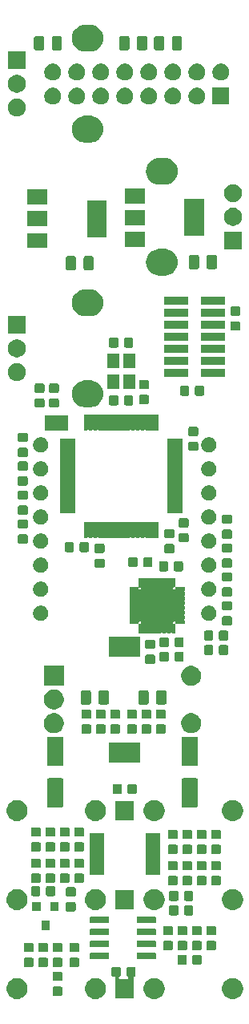
<source format=gbr>
G04 #@! TF.GenerationSoftware,KiCad,Pcbnew,(5.1.5)-3*
G04 #@! TF.CreationDate,2020-03-27T15:51:16+00:00*
G04 #@! TF.ProjectId,wagyu,77616779-752e-46b6-9963-61645f706362,rev?*
G04 #@! TF.SameCoordinates,Original*
G04 #@! TF.FileFunction,Soldermask,Bot*
G04 #@! TF.FilePolarity,Negative*
%FSLAX46Y46*%
G04 Gerber Fmt 4.6, Leading zero omitted, Abs format (unit mm)*
G04 Created by KiCad (PCBNEW (5.1.5)-3) date 2020-03-27 15:51:16*
%MOMM*%
%LPD*%
G04 APERTURE LIST*
%ADD10C,0.100000*%
G04 APERTURE END LIST*
D10*
G36*
X35253655Y-126166591D02*
G01*
X35325525Y-126180887D01*
X35528624Y-126265013D01*
X35711409Y-126387146D01*
X35866854Y-126542591D01*
X35988987Y-126725376D01*
X36073113Y-126928475D01*
X36116000Y-127144084D01*
X36116000Y-127363916D01*
X36073113Y-127579525D01*
X35988987Y-127782624D01*
X35866854Y-127965409D01*
X35711409Y-128120854D01*
X35528624Y-128242987D01*
X35325525Y-128327113D01*
X35253655Y-128341409D01*
X35109918Y-128370000D01*
X34890082Y-128370000D01*
X34746345Y-128341409D01*
X34674475Y-128327113D01*
X34471376Y-128242987D01*
X34288591Y-128120854D01*
X34133146Y-127965409D01*
X34011013Y-127782624D01*
X33926887Y-127579525D01*
X33884000Y-127363916D01*
X33884000Y-127144084D01*
X33926887Y-126928475D01*
X34011013Y-126725376D01*
X34133146Y-126542591D01*
X34288591Y-126387146D01*
X34471376Y-126265013D01*
X34674475Y-126180887D01*
X34746345Y-126166591D01*
X34890082Y-126138000D01*
X35109918Y-126138000D01*
X35253655Y-126166591D01*
G37*
G36*
X41453655Y-126166591D02*
G01*
X41525525Y-126180887D01*
X41728624Y-126265013D01*
X41911409Y-126387146D01*
X42066854Y-126542591D01*
X42188987Y-126725376D01*
X42273113Y-126928475D01*
X42316000Y-127144084D01*
X42316000Y-127363916D01*
X42273113Y-127579525D01*
X42188987Y-127782624D01*
X42066854Y-127965409D01*
X41911409Y-128120854D01*
X41728624Y-128242987D01*
X41525525Y-128327113D01*
X41453655Y-128341409D01*
X41309918Y-128370000D01*
X41090082Y-128370000D01*
X40946345Y-128341409D01*
X40874475Y-128327113D01*
X40671376Y-128242987D01*
X40488591Y-128120854D01*
X40333146Y-127965409D01*
X40211013Y-127782624D01*
X40126887Y-127579525D01*
X40084000Y-127363916D01*
X40084000Y-127144084D01*
X40126887Y-126928475D01*
X40211013Y-126725376D01*
X40333146Y-126542591D01*
X40488591Y-126387146D01*
X40671376Y-126265013D01*
X40874475Y-126180887D01*
X40946345Y-126166591D01*
X41090082Y-126138000D01*
X41309918Y-126138000D01*
X41453655Y-126166591D01*
G37*
G36*
X49753655Y-126166591D02*
G01*
X49825525Y-126180887D01*
X50028624Y-126265013D01*
X50211409Y-126387146D01*
X50366854Y-126542591D01*
X50488987Y-126725376D01*
X50573113Y-126928475D01*
X50616000Y-127144084D01*
X50616000Y-127363916D01*
X50573113Y-127579525D01*
X50488987Y-127782624D01*
X50366854Y-127965409D01*
X50211409Y-128120854D01*
X50028624Y-128242987D01*
X49825525Y-128327113D01*
X49753655Y-128341409D01*
X49609918Y-128370000D01*
X49390082Y-128370000D01*
X49246345Y-128341409D01*
X49174475Y-128327113D01*
X48971376Y-128242987D01*
X48788591Y-128120854D01*
X48633146Y-127965409D01*
X48511013Y-127782624D01*
X48426887Y-127579525D01*
X48384000Y-127363916D01*
X48384000Y-127144084D01*
X48426887Y-126928475D01*
X48511013Y-126725376D01*
X48633146Y-126542591D01*
X48788591Y-126387146D01*
X48971376Y-126265013D01*
X49174475Y-126180887D01*
X49246345Y-126166591D01*
X49390082Y-126138000D01*
X49609918Y-126138000D01*
X49753655Y-126166591D01*
G37*
G36*
X26953655Y-126166591D02*
G01*
X27025525Y-126180887D01*
X27228624Y-126265013D01*
X27411409Y-126387146D01*
X27566854Y-126542591D01*
X27688987Y-126725376D01*
X27773113Y-126928475D01*
X27816000Y-127144084D01*
X27816000Y-127363916D01*
X27773113Y-127579525D01*
X27688987Y-127782624D01*
X27566854Y-127965409D01*
X27411409Y-128120854D01*
X27228624Y-128242987D01*
X27025525Y-128327113D01*
X26953655Y-128341409D01*
X26809918Y-128370000D01*
X26590082Y-128370000D01*
X26446345Y-128341409D01*
X26374475Y-128327113D01*
X26171376Y-128242987D01*
X25988591Y-128120854D01*
X25833146Y-127965409D01*
X25711013Y-127782624D01*
X25626887Y-127579525D01*
X25584000Y-127363916D01*
X25584000Y-127144084D01*
X25626887Y-126928475D01*
X25711013Y-126725376D01*
X25833146Y-126542591D01*
X25988591Y-126387146D01*
X26171376Y-126265013D01*
X26374475Y-126180887D01*
X26446345Y-126166591D01*
X26590082Y-126138000D01*
X26809918Y-126138000D01*
X26953655Y-126166591D01*
G37*
G36*
X37527591Y-124954085D02*
G01*
X37561569Y-124964393D01*
X37592890Y-124981134D01*
X37620339Y-125003661D01*
X37642866Y-125031110D01*
X37659607Y-125062431D01*
X37669915Y-125096409D01*
X37674000Y-125137890D01*
X37674000Y-125814110D01*
X37669915Y-125855591D01*
X37659607Y-125889569D01*
X37642866Y-125920890D01*
X37620339Y-125948339D01*
X37592890Y-125970866D01*
X37561569Y-125987608D01*
X37542523Y-125993385D01*
X37519884Y-126002762D01*
X37499510Y-126016376D01*
X37482183Y-126033703D01*
X37468570Y-126054077D01*
X37459192Y-126076716D01*
X37454412Y-126100749D01*
X37454412Y-126125254D01*
X37459193Y-126149287D01*
X37468570Y-126171926D01*
X37482184Y-126192300D01*
X37499511Y-126209627D01*
X37519885Y-126223240D01*
X37542524Y-126232618D01*
X37578809Y-126238000D01*
X38367191Y-126238000D01*
X38391577Y-126235598D01*
X38415026Y-126228485D01*
X38436637Y-126216934D01*
X38455579Y-126201389D01*
X38471124Y-126182447D01*
X38482675Y-126160836D01*
X38489788Y-126137387D01*
X38492190Y-126113001D01*
X38489788Y-126088615D01*
X38482675Y-126065166D01*
X38471124Y-126043555D01*
X38455579Y-126024613D01*
X38436637Y-126009068D01*
X38403477Y-125993385D01*
X38384431Y-125987608D01*
X38353110Y-125970866D01*
X38325661Y-125948339D01*
X38303134Y-125920890D01*
X38286393Y-125889569D01*
X38276085Y-125855591D01*
X38272000Y-125814110D01*
X38272000Y-125137890D01*
X38276085Y-125096409D01*
X38286393Y-125062431D01*
X38303134Y-125031110D01*
X38325661Y-125003661D01*
X38353110Y-124981134D01*
X38384431Y-124964393D01*
X38418409Y-124954085D01*
X38459890Y-124950000D01*
X39061110Y-124950000D01*
X39102591Y-124954085D01*
X39136569Y-124964393D01*
X39167890Y-124981134D01*
X39195339Y-125003661D01*
X39217866Y-125031110D01*
X39234607Y-125062431D01*
X39244915Y-125096409D01*
X39249000Y-125137890D01*
X39249000Y-125814110D01*
X39244915Y-125855591D01*
X39234607Y-125889569D01*
X39217866Y-125920890D01*
X39195339Y-125948339D01*
X39167890Y-125970866D01*
X39136569Y-125987608D01*
X39117523Y-125993385D01*
X39094884Y-126002762D01*
X39074510Y-126016376D01*
X39057183Y-126033703D01*
X39043570Y-126054077D01*
X39034192Y-126076716D01*
X39029412Y-126100749D01*
X39029412Y-126125254D01*
X39034193Y-126149287D01*
X39043570Y-126171926D01*
X39057184Y-126192300D01*
X39066000Y-126201116D01*
X39066000Y-128270000D01*
X37134000Y-128270000D01*
X37134000Y-126126999D01*
X37131598Y-126102613D01*
X37124485Y-126079164D01*
X37112934Y-126057553D01*
X37097389Y-126038611D01*
X37078447Y-126023066D01*
X37056836Y-126011515D01*
X37033387Y-126004402D01*
X37009001Y-126002000D01*
X36884890Y-126002000D01*
X36843409Y-125997915D01*
X36809431Y-125987607D01*
X36778110Y-125970866D01*
X36750661Y-125948339D01*
X36728134Y-125920890D01*
X36711393Y-125889569D01*
X36701085Y-125855591D01*
X36697000Y-125814110D01*
X36697000Y-125137890D01*
X36701085Y-125096409D01*
X36711393Y-125062431D01*
X36728134Y-125031110D01*
X36750661Y-125003661D01*
X36778110Y-124981134D01*
X36809431Y-124964393D01*
X36843409Y-124954085D01*
X36884890Y-124950000D01*
X37486110Y-124950000D01*
X37527591Y-124954085D01*
G37*
G36*
X31367591Y-127049085D02*
G01*
X31401569Y-127059393D01*
X31432890Y-127076134D01*
X31460339Y-127098661D01*
X31482866Y-127126110D01*
X31499607Y-127157431D01*
X31509915Y-127191409D01*
X31514000Y-127232890D01*
X31514000Y-127834110D01*
X31509915Y-127875591D01*
X31499607Y-127909569D01*
X31482866Y-127940890D01*
X31460339Y-127968339D01*
X31432890Y-127990866D01*
X31401569Y-128007607D01*
X31367591Y-128017915D01*
X31326110Y-128022000D01*
X30649890Y-128022000D01*
X30608409Y-128017915D01*
X30574431Y-128007607D01*
X30543110Y-127990866D01*
X30515661Y-127968339D01*
X30493134Y-127940890D01*
X30476393Y-127909569D01*
X30466085Y-127875591D01*
X30462000Y-127834110D01*
X30462000Y-127232890D01*
X30466085Y-127191409D01*
X30476393Y-127157431D01*
X30493134Y-127126110D01*
X30515661Y-127098661D01*
X30543110Y-127076134D01*
X30574431Y-127059393D01*
X30608409Y-127049085D01*
X30649890Y-127045000D01*
X31326110Y-127045000D01*
X31367591Y-127049085D01*
G37*
G36*
X31367591Y-125474085D02*
G01*
X31401569Y-125484393D01*
X31432890Y-125501134D01*
X31460339Y-125523661D01*
X31482866Y-125551110D01*
X31499607Y-125582431D01*
X31509915Y-125616409D01*
X31514000Y-125657890D01*
X31514000Y-126259110D01*
X31509915Y-126300591D01*
X31499607Y-126334569D01*
X31482866Y-126365890D01*
X31460339Y-126393339D01*
X31432890Y-126415866D01*
X31401569Y-126432607D01*
X31367591Y-126442915D01*
X31326110Y-126447000D01*
X30649890Y-126447000D01*
X30608409Y-126442915D01*
X30574431Y-126432607D01*
X30543110Y-126415866D01*
X30515661Y-126393339D01*
X30493134Y-126365890D01*
X30476393Y-126334569D01*
X30466085Y-126300591D01*
X30462000Y-126259110D01*
X30462000Y-125657890D01*
X30466085Y-125616409D01*
X30476393Y-125582431D01*
X30493134Y-125551110D01*
X30515661Y-125523661D01*
X30543110Y-125501134D01*
X30574431Y-125484393D01*
X30608409Y-125474085D01*
X30649890Y-125470000D01*
X31326110Y-125470000D01*
X31367591Y-125474085D01*
G37*
G36*
X28319591Y-124001085D02*
G01*
X28353569Y-124011393D01*
X28384890Y-124028134D01*
X28412339Y-124050661D01*
X28434866Y-124078110D01*
X28451607Y-124109431D01*
X28461915Y-124143409D01*
X28466000Y-124184890D01*
X28466000Y-124786110D01*
X28461915Y-124827591D01*
X28451607Y-124861569D01*
X28434866Y-124892890D01*
X28412339Y-124920339D01*
X28384890Y-124942866D01*
X28353569Y-124959607D01*
X28319591Y-124969915D01*
X28278110Y-124974000D01*
X27601890Y-124974000D01*
X27560409Y-124969915D01*
X27526431Y-124959607D01*
X27495110Y-124942866D01*
X27467661Y-124920339D01*
X27445134Y-124892890D01*
X27428393Y-124861569D01*
X27418085Y-124827591D01*
X27414000Y-124786110D01*
X27414000Y-124184890D01*
X27418085Y-124143409D01*
X27428393Y-124109431D01*
X27445134Y-124078110D01*
X27467661Y-124050661D01*
X27495110Y-124028134D01*
X27526431Y-124011393D01*
X27560409Y-124001085D01*
X27601890Y-123997000D01*
X28278110Y-123997000D01*
X28319591Y-124001085D01*
G37*
G36*
X31367591Y-124001085D02*
G01*
X31401569Y-124011393D01*
X31432890Y-124028134D01*
X31460339Y-124050661D01*
X31482866Y-124078110D01*
X31499607Y-124109431D01*
X31509915Y-124143409D01*
X31514000Y-124184890D01*
X31514000Y-124786110D01*
X31509915Y-124827591D01*
X31499607Y-124861569D01*
X31482866Y-124892890D01*
X31460339Y-124920339D01*
X31432890Y-124942866D01*
X31401569Y-124959607D01*
X31367591Y-124969915D01*
X31326110Y-124974000D01*
X30649890Y-124974000D01*
X30608409Y-124969915D01*
X30574431Y-124959607D01*
X30543110Y-124942866D01*
X30515661Y-124920339D01*
X30493134Y-124892890D01*
X30476393Y-124861569D01*
X30466085Y-124827591D01*
X30462000Y-124786110D01*
X30462000Y-124184890D01*
X30466085Y-124143409D01*
X30476393Y-124109431D01*
X30493134Y-124078110D01*
X30515661Y-124050661D01*
X30543110Y-124028134D01*
X30574431Y-124011393D01*
X30608409Y-124001085D01*
X30649890Y-123997000D01*
X31326110Y-123997000D01*
X31367591Y-124001085D01*
G37*
G36*
X33145591Y-124001085D02*
G01*
X33179569Y-124011393D01*
X33210890Y-124028134D01*
X33238339Y-124050661D01*
X33260866Y-124078110D01*
X33277607Y-124109431D01*
X33287915Y-124143409D01*
X33292000Y-124184890D01*
X33292000Y-124786110D01*
X33287915Y-124827591D01*
X33277607Y-124861569D01*
X33260866Y-124892890D01*
X33238339Y-124920339D01*
X33210890Y-124942866D01*
X33179569Y-124959607D01*
X33145591Y-124969915D01*
X33104110Y-124974000D01*
X32427890Y-124974000D01*
X32386409Y-124969915D01*
X32352431Y-124959607D01*
X32321110Y-124942866D01*
X32293661Y-124920339D01*
X32271134Y-124892890D01*
X32254393Y-124861569D01*
X32244085Y-124827591D01*
X32240000Y-124786110D01*
X32240000Y-124184890D01*
X32244085Y-124143409D01*
X32254393Y-124109431D01*
X32271134Y-124078110D01*
X32293661Y-124050661D01*
X32321110Y-124028134D01*
X32352431Y-124011393D01*
X32386409Y-124001085D01*
X32427890Y-123997000D01*
X33104110Y-123997000D01*
X33145591Y-124001085D01*
G37*
G36*
X29843591Y-124001085D02*
G01*
X29877569Y-124011393D01*
X29908890Y-124028134D01*
X29936339Y-124050661D01*
X29958866Y-124078110D01*
X29975607Y-124109431D01*
X29985915Y-124143409D01*
X29990000Y-124184890D01*
X29990000Y-124786110D01*
X29985915Y-124827591D01*
X29975607Y-124861569D01*
X29958866Y-124892890D01*
X29936339Y-124920339D01*
X29908890Y-124942866D01*
X29877569Y-124959607D01*
X29843591Y-124969915D01*
X29802110Y-124974000D01*
X29125890Y-124974000D01*
X29084409Y-124969915D01*
X29050431Y-124959607D01*
X29019110Y-124942866D01*
X28991661Y-124920339D01*
X28969134Y-124892890D01*
X28952393Y-124861569D01*
X28942085Y-124827591D01*
X28938000Y-124786110D01*
X28938000Y-124184890D01*
X28942085Y-124143409D01*
X28952393Y-124109431D01*
X28969134Y-124078110D01*
X28991661Y-124050661D01*
X29019110Y-124028134D01*
X29050431Y-124011393D01*
X29084409Y-124001085D01*
X29125890Y-123997000D01*
X29802110Y-123997000D01*
X29843591Y-124001085D01*
G37*
G36*
X44512591Y-123684085D02*
G01*
X44546569Y-123694393D01*
X44577890Y-123711134D01*
X44605339Y-123733661D01*
X44627866Y-123761110D01*
X44644607Y-123792431D01*
X44654915Y-123826409D01*
X44659000Y-123867890D01*
X44659000Y-124544110D01*
X44654915Y-124585591D01*
X44644607Y-124619569D01*
X44627866Y-124650890D01*
X44605339Y-124678339D01*
X44577890Y-124700866D01*
X44546569Y-124717607D01*
X44512591Y-124727915D01*
X44471110Y-124732000D01*
X43869890Y-124732000D01*
X43828409Y-124727915D01*
X43794431Y-124717607D01*
X43763110Y-124700866D01*
X43735661Y-124678339D01*
X43713134Y-124650890D01*
X43696393Y-124619569D01*
X43686085Y-124585591D01*
X43682000Y-124544110D01*
X43682000Y-123867890D01*
X43686085Y-123826409D01*
X43696393Y-123792431D01*
X43713134Y-123761110D01*
X43735661Y-123733661D01*
X43763110Y-123711134D01*
X43794431Y-123694393D01*
X43828409Y-123684085D01*
X43869890Y-123680000D01*
X44471110Y-123680000D01*
X44512591Y-123684085D01*
G37*
G36*
X46087591Y-123684085D02*
G01*
X46121569Y-123694393D01*
X46152890Y-123711134D01*
X46180339Y-123733661D01*
X46202866Y-123761110D01*
X46219607Y-123792431D01*
X46229915Y-123826409D01*
X46234000Y-123867890D01*
X46234000Y-124544110D01*
X46229915Y-124585591D01*
X46219607Y-124619569D01*
X46202866Y-124650890D01*
X46180339Y-124678339D01*
X46152890Y-124700866D01*
X46121569Y-124717607D01*
X46087591Y-124727915D01*
X46046110Y-124732000D01*
X45444890Y-124732000D01*
X45403409Y-124727915D01*
X45369431Y-124717607D01*
X45338110Y-124700866D01*
X45310661Y-124678339D01*
X45288134Y-124650890D01*
X45271393Y-124619569D01*
X45261085Y-124585591D01*
X45257000Y-124544110D01*
X45257000Y-123867890D01*
X45261085Y-123826409D01*
X45271393Y-123792431D01*
X45288134Y-123761110D01*
X45310661Y-123733661D01*
X45338110Y-123711134D01*
X45369431Y-123694393D01*
X45403409Y-123684085D01*
X45444890Y-123680000D01*
X46046110Y-123680000D01*
X46087591Y-123684085D01*
G37*
G36*
X41320928Y-123476764D02*
G01*
X41342009Y-123483160D01*
X41361445Y-123493548D01*
X41378476Y-123507524D01*
X41392452Y-123524555D01*
X41402840Y-123543991D01*
X41409236Y-123565072D01*
X41412000Y-123593140D01*
X41412000Y-124056860D01*
X41409236Y-124084928D01*
X41402840Y-124106009D01*
X41392452Y-124125445D01*
X41378476Y-124142476D01*
X41361445Y-124156452D01*
X41342009Y-124166840D01*
X41320928Y-124173236D01*
X41292860Y-124176000D01*
X39479140Y-124176000D01*
X39451072Y-124173236D01*
X39429991Y-124166840D01*
X39410555Y-124156452D01*
X39393524Y-124142476D01*
X39379548Y-124125445D01*
X39369160Y-124106009D01*
X39362764Y-124084928D01*
X39360000Y-124056860D01*
X39360000Y-123593140D01*
X39362764Y-123565072D01*
X39369160Y-123543991D01*
X39379548Y-123524555D01*
X39393524Y-123507524D01*
X39410555Y-123493548D01*
X39429991Y-123483160D01*
X39451072Y-123476764D01*
X39479140Y-123474000D01*
X41292860Y-123474000D01*
X41320928Y-123476764D01*
G37*
G36*
X36370928Y-123476764D02*
G01*
X36392009Y-123483160D01*
X36411445Y-123493548D01*
X36428476Y-123507524D01*
X36442452Y-123524555D01*
X36452840Y-123543991D01*
X36459236Y-123565072D01*
X36462000Y-123593140D01*
X36462000Y-124056860D01*
X36459236Y-124084928D01*
X36452840Y-124106009D01*
X36442452Y-124125445D01*
X36428476Y-124142476D01*
X36411445Y-124156452D01*
X36392009Y-124166840D01*
X36370928Y-124173236D01*
X36342860Y-124176000D01*
X34529140Y-124176000D01*
X34501072Y-124173236D01*
X34479991Y-124166840D01*
X34460555Y-124156452D01*
X34443524Y-124142476D01*
X34429548Y-124125445D01*
X34419160Y-124106009D01*
X34412764Y-124084928D01*
X34410000Y-124056860D01*
X34410000Y-123593140D01*
X34412764Y-123565072D01*
X34419160Y-123543991D01*
X34429548Y-123524555D01*
X34443524Y-123507524D01*
X34460555Y-123493548D01*
X34479991Y-123483160D01*
X34501072Y-123476764D01*
X34529140Y-123474000D01*
X36342860Y-123474000D01*
X36370928Y-123476764D01*
G37*
G36*
X33145591Y-122426085D02*
G01*
X33179569Y-122436393D01*
X33210890Y-122453134D01*
X33238339Y-122475661D01*
X33260866Y-122503110D01*
X33277607Y-122534431D01*
X33287915Y-122568409D01*
X33292000Y-122609890D01*
X33292000Y-123211110D01*
X33287915Y-123252591D01*
X33277607Y-123286569D01*
X33260866Y-123317890D01*
X33238339Y-123345339D01*
X33210890Y-123367866D01*
X33179569Y-123384607D01*
X33145591Y-123394915D01*
X33104110Y-123399000D01*
X32427890Y-123399000D01*
X32386409Y-123394915D01*
X32352431Y-123384607D01*
X32321110Y-123367866D01*
X32293661Y-123345339D01*
X32271134Y-123317890D01*
X32254393Y-123286569D01*
X32244085Y-123252591D01*
X32240000Y-123211110D01*
X32240000Y-122609890D01*
X32244085Y-122568409D01*
X32254393Y-122534431D01*
X32271134Y-122503110D01*
X32293661Y-122475661D01*
X32321110Y-122453134D01*
X32352431Y-122436393D01*
X32386409Y-122426085D01*
X32427890Y-122422000D01*
X33104110Y-122422000D01*
X33145591Y-122426085D01*
G37*
G36*
X31367591Y-122426085D02*
G01*
X31401569Y-122436393D01*
X31432890Y-122453134D01*
X31460339Y-122475661D01*
X31482866Y-122503110D01*
X31499607Y-122534431D01*
X31509915Y-122568409D01*
X31514000Y-122609890D01*
X31514000Y-123211110D01*
X31509915Y-123252591D01*
X31499607Y-123286569D01*
X31482866Y-123317890D01*
X31460339Y-123345339D01*
X31432890Y-123367866D01*
X31401569Y-123384607D01*
X31367591Y-123394915D01*
X31326110Y-123399000D01*
X30649890Y-123399000D01*
X30608409Y-123394915D01*
X30574431Y-123384607D01*
X30543110Y-123367866D01*
X30515661Y-123345339D01*
X30493134Y-123317890D01*
X30476393Y-123286569D01*
X30466085Y-123252591D01*
X30462000Y-123211110D01*
X30462000Y-122609890D01*
X30466085Y-122568409D01*
X30476393Y-122534431D01*
X30493134Y-122503110D01*
X30515661Y-122475661D01*
X30543110Y-122453134D01*
X30574431Y-122436393D01*
X30608409Y-122426085D01*
X30649890Y-122422000D01*
X31326110Y-122422000D01*
X31367591Y-122426085D01*
G37*
G36*
X28319591Y-122426085D02*
G01*
X28353569Y-122436393D01*
X28384890Y-122453134D01*
X28412339Y-122475661D01*
X28434866Y-122503110D01*
X28451607Y-122534431D01*
X28461915Y-122568409D01*
X28466000Y-122609890D01*
X28466000Y-123211110D01*
X28461915Y-123252591D01*
X28451607Y-123286569D01*
X28434866Y-123317890D01*
X28412339Y-123345339D01*
X28384890Y-123367866D01*
X28353569Y-123384607D01*
X28319591Y-123394915D01*
X28278110Y-123399000D01*
X27601890Y-123399000D01*
X27560409Y-123394915D01*
X27526431Y-123384607D01*
X27495110Y-123367866D01*
X27467661Y-123345339D01*
X27445134Y-123317890D01*
X27428393Y-123286569D01*
X27418085Y-123252591D01*
X27414000Y-123211110D01*
X27414000Y-122609890D01*
X27418085Y-122568409D01*
X27428393Y-122534431D01*
X27445134Y-122503110D01*
X27467661Y-122475661D01*
X27495110Y-122453134D01*
X27526431Y-122436393D01*
X27560409Y-122426085D01*
X27601890Y-122422000D01*
X28278110Y-122422000D01*
X28319591Y-122426085D01*
G37*
G36*
X29843591Y-122426085D02*
G01*
X29877569Y-122436393D01*
X29908890Y-122453134D01*
X29936339Y-122475661D01*
X29958866Y-122503110D01*
X29975607Y-122534431D01*
X29985915Y-122568409D01*
X29990000Y-122609890D01*
X29990000Y-123211110D01*
X29985915Y-123252591D01*
X29975607Y-123286569D01*
X29958866Y-123317890D01*
X29936339Y-123345339D01*
X29908890Y-123367866D01*
X29877569Y-123384607D01*
X29843591Y-123394915D01*
X29802110Y-123399000D01*
X29125890Y-123399000D01*
X29084409Y-123394915D01*
X29050431Y-123384607D01*
X29019110Y-123367866D01*
X28991661Y-123345339D01*
X28969134Y-123317890D01*
X28952393Y-123286569D01*
X28942085Y-123252591D01*
X28938000Y-123211110D01*
X28938000Y-122609890D01*
X28942085Y-122568409D01*
X28952393Y-122534431D01*
X28969134Y-122503110D01*
X28991661Y-122475661D01*
X29019110Y-122453134D01*
X29050431Y-122436393D01*
X29084409Y-122426085D01*
X29125890Y-122422000D01*
X29802110Y-122422000D01*
X29843591Y-122426085D01*
G37*
G36*
X46099591Y-122223085D02*
G01*
X46133569Y-122233393D01*
X46164890Y-122250134D01*
X46192339Y-122272661D01*
X46214866Y-122300110D01*
X46231607Y-122331431D01*
X46241915Y-122365409D01*
X46246000Y-122406890D01*
X46246000Y-123008110D01*
X46241915Y-123049591D01*
X46231607Y-123083569D01*
X46214866Y-123114890D01*
X46192339Y-123142339D01*
X46164890Y-123164866D01*
X46133569Y-123181607D01*
X46099591Y-123191915D01*
X46058110Y-123196000D01*
X45381890Y-123196000D01*
X45340409Y-123191915D01*
X45306431Y-123181607D01*
X45275110Y-123164866D01*
X45247661Y-123142339D01*
X45225134Y-123114890D01*
X45208393Y-123083569D01*
X45198085Y-123049591D01*
X45194000Y-123008110D01*
X45194000Y-122406890D01*
X45198085Y-122365409D01*
X45208393Y-122331431D01*
X45225134Y-122300110D01*
X45247661Y-122272661D01*
X45275110Y-122250134D01*
X45306431Y-122233393D01*
X45340409Y-122223085D01*
X45381890Y-122219000D01*
X46058110Y-122219000D01*
X46099591Y-122223085D01*
G37*
G36*
X44575591Y-122223085D02*
G01*
X44609569Y-122233393D01*
X44640890Y-122250134D01*
X44668339Y-122272661D01*
X44690866Y-122300110D01*
X44707607Y-122331431D01*
X44717915Y-122365409D01*
X44722000Y-122406890D01*
X44722000Y-123008110D01*
X44717915Y-123049591D01*
X44707607Y-123083569D01*
X44690866Y-123114890D01*
X44668339Y-123142339D01*
X44640890Y-123164866D01*
X44609569Y-123181607D01*
X44575591Y-123191915D01*
X44534110Y-123196000D01*
X43857890Y-123196000D01*
X43816409Y-123191915D01*
X43782431Y-123181607D01*
X43751110Y-123164866D01*
X43723661Y-123142339D01*
X43701134Y-123114890D01*
X43684393Y-123083569D01*
X43674085Y-123049591D01*
X43670000Y-123008110D01*
X43670000Y-122406890D01*
X43674085Y-122365409D01*
X43684393Y-122331431D01*
X43701134Y-122300110D01*
X43723661Y-122272661D01*
X43751110Y-122250134D01*
X43782431Y-122233393D01*
X43816409Y-122223085D01*
X43857890Y-122219000D01*
X44534110Y-122219000D01*
X44575591Y-122223085D01*
G37*
G36*
X43051591Y-122223085D02*
G01*
X43085569Y-122233393D01*
X43116890Y-122250134D01*
X43144339Y-122272661D01*
X43166866Y-122300110D01*
X43183607Y-122331431D01*
X43193915Y-122365409D01*
X43198000Y-122406890D01*
X43198000Y-123008110D01*
X43193915Y-123049591D01*
X43183607Y-123083569D01*
X43166866Y-123114890D01*
X43144339Y-123142339D01*
X43116890Y-123164866D01*
X43085569Y-123181607D01*
X43051591Y-123191915D01*
X43010110Y-123196000D01*
X42333890Y-123196000D01*
X42292409Y-123191915D01*
X42258431Y-123181607D01*
X42227110Y-123164866D01*
X42199661Y-123142339D01*
X42177134Y-123114890D01*
X42160393Y-123083569D01*
X42150085Y-123049591D01*
X42146000Y-123008110D01*
X42146000Y-122406890D01*
X42150085Y-122365409D01*
X42160393Y-122331431D01*
X42177134Y-122300110D01*
X42199661Y-122272661D01*
X42227110Y-122250134D01*
X42258431Y-122233393D01*
X42292409Y-122223085D01*
X42333890Y-122219000D01*
X43010110Y-122219000D01*
X43051591Y-122223085D01*
G37*
G36*
X47623591Y-122223085D02*
G01*
X47657569Y-122233393D01*
X47688890Y-122250134D01*
X47716339Y-122272661D01*
X47738866Y-122300110D01*
X47755607Y-122331431D01*
X47765915Y-122365409D01*
X47770000Y-122406890D01*
X47770000Y-123008110D01*
X47765915Y-123049591D01*
X47755607Y-123083569D01*
X47738866Y-123114890D01*
X47716339Y-123142339D01*
X47688890Y-123164866D01*
X47657569Y-123181607D01*
X47623591Y-123191915D01*
X47582110Y-123196000D01*
X46905890Y-123196000D01*
X46864409Y-123191915D01*
X46830431Y-123181607D01*
X46799110Y-123164866D01*
X46771661Y-123142339D01*
X46749134Y-123114890D01*
X46732393Y-123083569D01*
X46722085Y-123049591D01*
X46718000Y-123008110D01*
X46718000Y-122406890D01*
X46722085Y-122365409D01*
X46732393Y-122331431D01*
X46749134Y-122300110D01*
X46771661Y-122272661D01*
X46799110Y-122250134D01*
X46830431Y-122233393D01*
X46864409Y-122223085D01*
X46905890Y-122219000D01*
X47582110Y-122219000D01*
X47623591Y-122223085D01*
G37*
G36*
X36370928Y-122206764D02*
G01*
X36392009Y-122213160D01*
X36411445Y-122223548D01*
X36428476Y-122237524D01*
X36442452Y-122254555D01*
X36452840Y-122273991D01*
X36459236Y-122295072D01*
X36462000Y-122323140D01*
X36462000Y-122786860D01*
X36459236Y-122814928D01*
X36452840Y-122836009D01*
X36442452Y-122855445D01*
X36428476Y-122872476D01*
X36411445Y-122886452D01*
X36392009Y-122896840D01*
X36370928Y-122903236D01*
X36342860Y-122906000D01*
X34529140Y-122906000D01*
X34501072Y-122903236D01*
X34479991Y-122896840D01*
X34460555Y-122886452D01*
X34443524Y-122872476D01*
X34429548Y-122855445D01*
X34419160Y-122836009D01*
X34412764Y-122814928D01*
X34410000Y-122786860D01*
X34410000Y-122323140D01*
X34412764Y-122295072D01*
X34419160Y-122273991D01*
X34429548Y-122254555D01*
X34443524Y-122237524D01*
X34460555Y-122223548D01*
X34479991Y-122213160D01*
X34501072Y-122206764D01*
X34529140Y-122204000D01*
X36342860Y-122204000D01*
X36370928Y-122206764D01*
G37*
G36*
X41320928Y-122206764D02*
G01*
X41342009Y-122213160D01*
X41361445Y-122223548D01*
X41378476Y-122237524D01*
X41392452Y-122254555D01*
X41402840Y-122273991D01*
X41409236Y-122295072D01*
X41412000Y-122323140D01*
X41412000Y-122786860D01*
X41409236Y-122814928D01*
X41402840Y-122836009D01*
X41392452Y-122855445D01*
X41378476Y-122872476D01*
X41361445Y-122886452D01*
X41342009Y-122896840D01*
X41320928Y-122903236D01*
X41292860Y-122906000D01*
X39479140Y-122906000D01*
X39451072Y-122903236D01*
X39429991Y-122896840D01*
X39410555Y-122886452D01*
X39393524Y-122872476D01*
X39379548Y-122855445D01*
X39369160Y-122836009D01*
X39362764Y-122814928D01*
X39360000Y-122786860D01*
X39360000Y-122323140D01*
X39362764Y-122295072D01*
X39369160Y-122273991D01*
X39379548Y-122254555D01*
X39393524Y-122237524D01*
X39410555Y-122223548D01*
X39429991Y-122213160D01*
X39451072Y-122206764D01*
X39479140Y-122204000D01*
X41292860Y-122204000D01*
X41320928Y-122206764D01*
G37*
G36*
X36370928Y-120936764D02*
G01*
X36392009Y-120943160D01*
X36411445Y-120953548D01*
X36428476Y-120967524D01*
X36442452Y-120984555D01*
X36452840Y-121003991D01*
X36459236Y-121025072D01*
X36462000Y-121053140D01*
X36462000Y-121516860D01*
X36459236Y-121544928D01*
X36452840Y-121566009D01*
X36442452Y-121585445D01*
X36428476Y-121602476D01*
X36411445Y-121616452D01*
X36392009Y-121626840D01*
X36370928Y-121633236D01*
X36342860Y-121636000D01*
X34529140Y-121636000D01*
X34501072Y-121633236D01*
X34479991Y-121626840D01*
X34460555Y-121616452D01*
X34443524Y-121602476D01*
X34429548Y-121585445D01*
X34419160Y-121566009D01*
X34412764Y-121544928D01*
X34410000Y-121516860D01*
X34410000Y-121053140D01*
X34412764Y-121025072D01*
X34419160Y-121003991D01*
X34429548Y-120984555D01*
X34443524Y-120967524D01*
X34460555Y-120953548D01*
X34479991Y-120943160D01*
X34501072Y-120936764D01*
X34529140Y-120934000D01*
X36342860Y-120934000D01*
X36370928Y-120936764D01*
G37*
G36*
X41320928Y-120936764D02*
G01*
X41342009Y-120943160D01*
X41361445Y-120953548D01*
X41378476Y-120967524D01*
X41392452Y-120984555D01*
X41402840Y-121003991D01*
X41409236Y-121025072D01*
X41412000Y-121053140D01*
X41412000Y-121516860D01*
X41409236Y-121544928D01*
X41402840Y-121566009D01*
X41392452Y-121585445D01*
X41378476Y-121602476D01*
X41361445Y-121616452D01*
X41342009Y-121626840D01*
X41320928Y-121633236D01*
X41292860Y-121636000D01*
X39479140Y-121636000D01*
X39451072Y-121633236D01*
X39429991Y-121626840D01*
X39410555Y-121616452D01*
X39393524Y-121602476D01*
X39379548Y-121585445D01*
X39369160Y-121566009D01*
X39362764Y-121544928D01*
X39360000Y-121516860D01*
X39360000Y-121053140D01*
X39362764Y-121025072D01*
X39369160Y-121003991D01*
X39379548Y-120984555D01*
X39393524Y-120967524D01*
X39410555Y-120953548D01*
X39429991Y-120943160D01*
X39451072Y-120936764D01*
X39479140Y-120934000D01*
X41292860Y-120934000D01*
X41320928Y-120936764D01*
G37*
G36*
X44575591Y-120648085D02*
G01*
X44609569Y-120658393D01*
X44640890Y-120675134D01*
X44668339Y-120697661D01*
X44690866Y-120725110D01*
X44707607Y-120756431D01*
X44717915Y-120790409D01*
X44722000Y-120831890D01*
X44722000Y-121433110D01*
X44717915Y-121474591D01*
X44707607Y-121508569D01*
X44690866Y-121539890D01*
X44668339Y-121567339D01*
X44640890Y-121589866D01*
X44609569Y-121606607D01*
X44575591Y-121616915D01*
X44534110Y-121621000D01*
X43857890Y-121621000D01*
X43816409Y-121616915D01*
X43782431Y-121606607D01*
X43751110Y-121589866D01*
X43723661Y-121567339D01*
X43701134Y-121539890D01*
X43684393Y-121508569D01*
X43674085Y-121474591D01*
X43670000Y-121433110D01*
X43670000Y-120831890D01*
X43674085Y-120790409D01*
X43684393Y-120756431D01*
X43701134Y-120725110D01*
X43723661Y-120697661D01*
X43751110Y-120675134D01*
X43782431Y-120658393D01*
X43816409Y-120648085D01*
X43857890Y-120644000D01*
X44534110Y-120644000D01*
X44575591Y-120648085D01*
G37*
G36*
X46099591Y-120648085D02*
G01*
X46133569Y-120658393D01*
X46164890Y-120675134D01*
X46192339Y-120697661D01*
X46214866Y-120725110D01*
X46231607Y-120756431D01*
X46241915Y-120790409D01*
X46246000Y-120831890D01*
X46246000Y-121433110D01*
X46241915Y-121474591D01*
X46231607Y-121508569D01*
X46214866Y-121539890D01*
X46192339Y-121567339D01*
X46164890Y-121589866D01*
X46133569Y-121606607D01*
X46099591Y-121616915D01*
X46058110Y-121621000D01*
X45381890Y-121621000D01*
X45340409Y-121616915D01*
X45306431Y-121606607D01*
X45275110Y-121589866D01*
X45247661Y-121567339D01*
X45225134Y-121539890D01*
X45208393Y-121508569D01*
X45198085Y-121474591D01*
X45194000Y-121433110D01*
X45194000Y-120831890D01*
X45198085Y-120790409D01*
X45208393Y-120756431D01*
X45225134Y-120725110D01*
X45247661Y-120697661D01*
X45275110Y-120675134D01*
X45306431Y-120658393D01*
X45340409Y-120648085D01*
X45381890Y-120644000D01*
X46058110Y-120644000D01*
X46099591Y-120648085D01*
G37*
G36*
X47623591Y-120648085D02*
G01*
X47657569Y-120658393D01*
X47688890Y-120675134D01*
X47716339Y-120697661D01*
X47738866Y-120725110D01*
X47755607Y-120756431D01*
X47765915Y-120790409D01*
X47770000Y-120831890D01*
X47770000Y-121433110D01*
X47765915Y-121474591D01*
X47755607Y-121508569D01*
X47738866Y-121539890D01*
X47716339Y-121567339D01*
X47688890Y-121589866D01*
X47657569Y-121606607D01*
X47623591Y-121616915D01*
X47582110Y-121621000D01*
X46905890Y-121621000D01*
X46864409Y-121616915D01*
X46830431Y-121606607D01*
X46799110Y-121589866D01*
X46771661Y-121567339D01*
X46749134Y-121539890D01*
X46732393Y-121508569D01*
X46722085Y-121474591D01*
X46718000Y-121433110D01*
X46718000Y-120831890D01*
X46722085Y-120790409D01*
X46732393Y-120756431D01*
X46749134Y-120725110D01*
X46771661Y-120697661D01*
X46799110Y-120675134D01*
X46830431Y-120658393D01*
X46864409Y-120648085D01*
X46905890Y-120644000D01*
X47582110Y-120644000D01*
X47623591Y-120648085D01*
G37*
G36*
X43051591Y-120648085D02*
G01*
X43085569Y-120658393D01*
X43116890Y-120675134D01*
X43144339Y-120697661D01*
X43166866Y-120725110D01*
X43183607Y-120756431D01*
X43193915Y-120790409D01*
X43198000Y-120831890D01*
X43198000Y-121433110D01*
X43193915Y-121474591D01*
X43183607Y-121508569D01*
X43166866Y-121539890D01*
X43144339Y-121567339D01*
X43116890Y-121589866D01*
X43085569Y-121606607D01*
X43051591Y-121616915D01*
X43010110Y-121621000D01*
X42333890Y-121621000D01*
X42292409Y-121616915D01*
X42258431Y-121606607D01*
X42227110Y-121589866D01*
X42199661Y-121567339D01*
X42177134Y-121539890D01*
X42160393Y-121508569D01*
X42150085Y-121474591D01*
X42146000Y-121433110D01*
X42146000Y-120831890D01*
X42150085Y-120790409D01*
X42160393Y-120756431D01*
X42177134Y-120725110D01*
X42199661Y-120697661D01*
X42227110Y-120675134D01*
X42258431Y-120658393D01*
X42292409Y-120648085D01*
X42333890Y-120644000D01*
X43010110Y-120644000D01*
X43051591Y-120648085D01*
G37*
G36*
X30173000Y-121096000D02*
G01*
X29271000Y-121096000D01*
X29271000Y-120094000D01*
X30173000Y-120094000D01*
X30173000Y-121096000D01*
G37*
G36*
X36370928Y-119666764D02*
G01*
X36392009Y-119673160D01*
X36411445Y-119683548D01*
X36428476Y-119697524D01*
X36442452Y-119714555D01*
X36452840Y-119733991D01*
X36459236Y-119755072D01*
X36462000Y-119783140D01*
X36462000Y-120246860D01*
X36459236Y-120274928D01*
X36452840Y-120296009D01*
X36442452Y-120315445D01*
X36428476Y-120332476D01*
X36411445Y-120346452D01*
X36392009Y-120356840D01*
X36370928Y-120363236D01*
X36342860Y-120366000D01*
X34529140Y-120366000D01*
X34501072Y-120363236D01*
X34479991Y-120356840D01*
X34460555Y-120346452D01*
X34443524Y-120332476D01*
X34429548Y-120315445D01*
X34419160Y-120296009D01*
X34412764Y-120274928D01*
X34410000Y-120246860D01*
X34410000Y-119783140D01*
X34412764Y-119755072D01*
X34419160Y-119733991D01*
X34429548Y-119714555D01*
X34443524Y-119697524D01*
X34460555Y-119683548D01*
X34479991Y-119673160D01*
X34501072Y-119666764D01*
X34529140Y-119664000D01*
X36342860Y-119664000D01*
X36370928Y-119666764D01*
G37*
G36*
X41320928Y-119666764D02*
G01*
X41342009Y-119673160D01*
X41361445Y-119683548D01*
X41378476Y-119697524D01*
X41392452Y-119714555D01*
X41402840Y-119733991D01*
X41409236Y-119755072D01*
X41412000Y-119783140D01*
X41412000Y-120246860D01*
X41409236Y-120274928D01*
X41402840Y-120296009D01*
X41392452Y-120315445D01*
X41378476Y-120332476D01*
X41361445Y-120346452D01*
X41342009Y-120356840D01*
X41320928Y-120363236D01*
X41292860Y-120366000D01*
X39479140Y-120366000D01*
X39451072Y-120363236D01*
X39429991Y-120356840D01*
X39410555Y-120346452D01*
X39393524Y-120332476D01*
X39379548Y-120315445D01*
X39369160Y-120296009D01*
X39362764Y-120274928D01*
X39360000Y-120246860D01*
X39360000Y-119783140D01*
X39362764Y-119755072D01*
X39369160Y-119733991D01*
X39379548Y-119714555D01*
X39393524Y-119697524D01*
X39410555Y-119683548D01*
X39429991Y-119673160D01*
X39451072Y-119666764D01*
X39479140Y-119664000D01*
X41292860Y-119664000D01*
X41320928Y-119666764D01*
G37*
G36*
X43623591Y-118477085D02*
G01*
X43657569Y-118487393D01*
X43688890Y-118504134D01*
X43716339Y-118526661D01*
X43738866Y-118554110D01*
X43755607Y-118585431D01*
X43765915Y-118619409D01*
X43770000Y-118660890D01*
X43770000Y-119337110D01*
X43765915Y-119378591D01*
X43755607Y-119412569D01*
X43738866Y-119443890D01*
X43716339Y-119471339D01*
X43688890Y-119493866D01*
X43657569Y-119510607D01*
X43623591Y-119520915D01*
X43582110Y-119525000D01*
X42980890Y-119525000D01*
X42939409Y-119520915D01*
X42905431Y-119510607D01*
X42874110Y-119493866D01*
X42846661Y-119471339D01*
X42824134Y-119443890D01*
X42807393Y-119412569D01*
X42797085Y-119378591D01*
X42793000Y-119337110D01*
X42793000Y-118660890D01*
X42797085Y-118619409D01*
X42807393Y-118585431D01*
X42824134Y-118554110D01*
X42846661Y-118526661D01*
X42874110Y-118504134D01*
X42905431Y-118487393D01*
X42939409Y-118477085D01*
X42980890Y-118473000D01*
X43582110Y-118473000D01*
X43623591Y-118477085D01*
G37*
G36*
X45198591Y-118477085D02*
G01*
X45232569Y-118487393D01*
X45263890Y-118504134D01*
X45291339Y-118526661D01*
X45313866Y-118554110D01*
X45330607Y-118585431D01*
X45340915Y-118619409D01*
X45345000Y-118660890D01*
X45345000Y-119337110D01*
X45340915Y-119378591D01*
X45330607Y-119412569D01*
X45313866Y-119443890D01*
X45291339Y-119471339D01*
X45263890Y-119493866D01*
X45232569Y-119510607D01*
X45198591Y-119520915D01*
X45157110Y-119525000D01*
X44555890Y-119525000D01*
X44514409Y-119520915D01*
X44480431Y-119510607D01*
X44449110Y-119493866D01*
X44421661Y-119471339D01*
X44399134Y-119443890D01*
X44382393Y-119412569D01*
X44372085Y-119378591D01*
X44368000Y-119337110D01*
X44368000Y-118660890D01*
X44372085Y-118619409D01*
X44382393Y-118585431D01*
X44399134Y-118554110D01*
X44421661Y-118526661D01*
X44449110Y-118504134D01*
X44480431Y-118487393D01*
X44514409Y-118477085D01*
X44555890Y-118473000D01*
X45157110Y-118473000D01*
X45198591Y-118477085D01*
G37*
G36*
X32764591Y-118133585D02*
G01*
X32798569Y-118143893D01*
X32829890Y-118160634D01*
X32857339Y-118183161D01*
X32879866Y-118210610D01*
X32896607Y-118241931D01*
X32906915Y-118275909D01*
X32911000Y-118317390D01*
X32911000Y-118918610D01*
X32906915Y-118960091D01*
X32896607Y-118994069D01*
X32879866Y-119025390D01*
X32857339Y-119052839D01*
X32829890Y-119075366D01*
X32798569Y-119092107D01*
X32764591Y-119102415D01*
X32723110Y-119106500D01*
X32046890Y-119106500D01*
X32005409Y-119102415D01*
X31971431Y-119092107D01*
X31940110Y-119075366D01*
X31912661Y-119052839D01*
X31890134Y-119025390D01*
X31873393Y-118994069D01*
X31863085Y-118960091D01*
X31859000Y-118918610D01*
X31859000Y-118317390D01*
X31863085Y-118275909D01*
X31873393Y-118241931D01*
X31890134Y-118210610D01*
X31912661Y-118183161D01*
X31940110Y-118160634D01*
X31971431Y-118143893D01*
X32005409Y-118133585D01*
X32046890Y-118129500D01*
X32723110Y-118129500D01*
X32764591Y-118133585D01*
G37*
G36*
X29223000Y-119096000D02*
G01*
X28321000Y-119096000D01*
X28321000Y-118094000D01*
X29223000Y-118094000D01*
X29223000Y-119096000D01*
G37*
G36*
X31123000Y-119096000D02*
G01*
X30221000Y-119096000D01*
X30221000Y-118094000D01*
X31123000Y-118094000D01*
X31123000Y-119096000D01*
G37*
G36*
X35253655Y-116768591D02*
G01*
X35325525Y-116782887D01*
X35528624Y-116867013D01*
X35711409Y-116989146D01*
X35866854Y-117144591D01*
X35988987Y-117327376D01*
X36073113Y-117530475D01*
X36073113Y-117530476D01*
X36116000Y-117746082D01*
X36116000Y-117965918D01*
X36090523Y-118094000D01*
X36073113Y-118181525D01*
X35988987Y-118384624D01*
X35866854Y-118567409D01*
X35711409Y-118722854D01*
X35528624Y-118844987D01*
X35325525Y-118929113D01*
X35253655Y-118943409D01*
X35109918Y-118972000D01*
X34890082Y-118972000D01*
X34746345Y-118943409D01*
X34674475Y-118929113D01*
X34471376Y-118844987D01*
X34288591Y-118722854D01*
X34133146Y-118567409D01*
X34011013Y-118384624D01*
X33926887Y-118181525D01*
X33909477Y-118094000D01*
X33884000Y-117965918D01*
X33884000Y-117746082D01*
X33926887Y-117530476D01*
X33926887Y-117530475D01*
X34011013Y-117327376D01*
X34133146Y-117144591D01*
X34288591Y-116989146D01*
X34471376Y-116867013D01*
X34674475Y-116782887D01*
X34746345Y-116768591D01*
X34890082Y-116740000D01*
X35109918Y-116740000D01*
X35253655Y-116768591D01*
G37*
G36*
X26953655Y-116768591D02*
G01*
X27025525Y-116782887D01*
X27228624Y-116867013D01*
X27411409Y-116989146D01*
X27566854Y-117144591D01*
X27688987Y-117327376D01*
X27773113Y-117530475D01*
X27773113Y-117530476D01*
X27816000Y-117746082D01*
X27816000Y-117965918D01*
X27790523Y-118094000D01*
X27773113Y-118181525D01*
X27688987Y-118384624D01*
X27566854Y-118567409D01*
X27411409Y-118722854D01*
X27228624Y-118844987D01*
X27025525Y-118929113D01*
X26953655Y-118943409D01*
X26809918Y-118972000D01*
X26590082Y-118972000D01*
X26446345Y-118943409D01*
X26374475Y-118929113D01*
X26171376Y-118844987D01*
X25988591Y-118722854D01*
X25833146Y-118567409D01*
X25711013Y-118384624D01*
X25626887Y-118181525D01*
X25609477Y-118094000D01*
X25584000Y-117965918D01*
X25584000Y-117746082D01*
X25626887Y-117530476D01*
X25626887Y-117530475D01*
X25711013Y-117327376D01*
X25833146Y-117144591D01*
X25988591Y-116989146D01*
X26171376Y-116867013D01*
X26374475Y-116782887D01*
X26446345Y-116768591D01*
X26590082Y-116740000D01*
X26809918Y-116740000D01*
X26953655Y-116768591D01*
G37*
G36*
X41453655Y-116768591D02*
G01*
X41525525Y-116782887D01*
X41728624Y-116867013D01*
X41911409Y-116989146D01*
X42066854Y-117144591D01*
X42188987Y-117327376D01*
X42273113Y-117530475D01*
X42273113Y-117530476D01*
X42316000Y-117746082D01*
X42316000Y-117965918D01*
X42290523Y-118094000D01*
X42273113Y-118181525D01*
X42188987Y-118384624D01*
X42066854Y-118567409D01*
X41911409Y-118722854D01*
X41728624Y-118844987D01*
X41525525Y-118929113D01*
X41453655Y-118943409D01*
X41309918Y-118972000D01*
X41090082Y-118972000D01*
X40946345Y-118943409D01*
X40874475Y-118929113D01*
X40671376Y-118844987D01*
X40488591Y-118722854D01*
X40333146Y-118567409D01*
X40211013Y-118384624D01*
X40126887Y-118181525D01*
X40109477Y-118094000D01*
X40084000Y-117965918D01*
X40084000Y-117746082D01*
X40126887Y-117530476D01*
X40126887Y-117530475D01*
X40211013Y-117327376D01*
X40333146Y-117144591D01*
X40488591Y-116989146D01*
X40671376Y-116867013D01*
X40874475Y-116782887D01*
X40946345Y-116768591D01*
X41090082Y-116740000D01*
X41309918Y-116740000D01*
X41453655Y-116768591D01*
G37*
G36*
X49753655Y-116768591D02*
G01*
X49825525Y-116782887D01*
X50028624Y-116867013D01*
X50211409Y-116989146D01*
X50366854Y-117144591D01*
X50488987Y-117327376D01*
X50573113Y-117530475D01*
X50573113Y-117530476D01*
X50616000Y-117746082D01*
X50616000Y-117965918D01*
X50590523Y-118094000D01*
X50573113Y-118181525D01*
X50488987Y-118384624D01*
X50366854Y-118567409D01*
X50211409Y-118722854D01*
X50028624Y-118844987D01*
X49825525Y-118929113D01*
X49753655Y-118943409D01*
X49609918Y-118972000D01*
X49390082Y-118972000D01*
X49246345Y-118943409D01*
X49174475Y-118929113D01*
X48971376Y-118844987D01*
X48788591Y-118722854D01*
X48633146Y-118567409D01*
X48511013Y-118384624D01*
X48426887Y-118181525D01*
X48409477Y-118094000D01*
X48384000Y-117965918D01*
X48384000Y-117746082D01*
X48426887Y-117530476D01*
X48426887Y-117530475D01*
X48511013Y-117327376D01*
X48633146Y-117144591D01*
X48788591Y-116989146D01*
X48971376Y-116867013D01*
X49174475Y-116782887D01*
X49246345Y-116768591D01*
X49390082Y-116740000D01*
X49609918Y-116740000D01*
X49753655Y-116768591D01*
G37*
G36*
X39066000Y-118872000D02*
G01*
X37134000Y-118872000D01*
X37134000Y-116840000D01*
X39066000Y-116840000D01*
X39066000Y-118872000D01*
G37*
G36*
X45198591Y-116953085D02*
G01*
X45232569Y-116963393D01*
X45263890Y-116980134D01*
X45291339Y-117002661D01*
X45313866Y-117030110D01*
X45330607Y-117061431D01*
X45340915Y-117095409D01*
X45345000Y-117136890D01*
X45345000Y-117813110D01*
X45340915Y-117854591D01*
X45330607Y-117888569D01*
X45313866Y-117919890D01*
X45291339Y-117947339D01*
X45263890Y-117969866D01*
X45232569Y-117986607D01*
X45198591Y-117996915D01*
X45157110Y-118001000D01*
X44555890Y-118001000D01*
X44514409Y-117996915D01*
X44480431Y-117986607D01*
X44449110Y-117969866D01*
X44421661Y-117947339D01*
X44399134Y-117919890D01*
X44382393Y-117888569D01*
X44372085Y-117854591D01*
X44368000Y-117813110D01*
X44368000Y-117136890D01*
X44372085Y-117095409D01*
X44382393Y-117061431D01*
X44399134Y-117030110D01*
X44421661Y-117002661D01*
X44449110Y-116980134D01*
X44480431Y-116963393D01*
X44514409Y-116953085D01*
X44555890Y-116949000D01*
X45157110Y-116949000D01*
X45198591Y-116953085D01*
G37*
G36*
X43623591Y-116953085D02*
G01*
X43657569Y-116963393D01*
X43688890Y-116980134D01*
X43716339Y-117002661D01*
X43738866Y-117030110D01*
X43755607Y-117061431D01*
X43765915Y-117095409D01*
X43770000Y-117136890D01*
X43770000Y-117813110D01*
X43765915Y-117854591D01*
X43755607Y-117888569D01*
X43738866Y-117919890D01*
X43716339Y-117947339D01*
X43688890Y-117969866D01*
X43657569Y-117986607D01*
X43623591Y-117996915D01*
X43582110Y-118001000D01*
X42980890Y-118001000D01*
X42939409Y-117996915D01*
X42905431Y-117986607D01*
X42874110Y-117969866D01*
X42846661Y-117947339D01*
X42824134Y-117919890D01*
X42807393Y-117888569D01*
X42797085Y-117854591D01*
X42793000Y-117813110D01*
X42793000Y-117136890D01*
X42797085Y-117095409D01*
X42807393Y-117061431D01*
X42824134Y-117030110D01*
X42846661Y-117002661D01*
X42874110Y-116980134D01*
X42905431Y-116963393D01*
X42939409Y-116953085D01*
X42980890Y-116949000D01*
X43582110Y-116949000D01*
X43623591Y-116953085D01*
G37*
G36*
X32764591Y-116558585D02*
G01*
X32798569Y-116568893D01*
X32829890Y-116585634D01*
X32857339Y-116608161D01*
X32879866Y-116635610D01*
X32896607Y-116666931D01*
X32906915Y-116700909D01*
X32911000Y-116742390D01*
X32911000Y-117343610D01*
X32906915Y-117385091D01*
X32896607Y-117419069D01*
X32879866Y-117450390D01*
X32857339Y-117477839D01*
X32829890Y-117500366D01*
X32798569Y-117517107D01*
X32764591Y-117527415D01*
X32723110Y-117531500D01*
X32046890Y-117531500D01*
X32005409Y-117527415D01*
X31971431Y-117517107D01*
X31940110Y-117500366D01*
X31912661Y-117477839D01*
X31890134Y-117450390D01*
X31873393Y-117419069D01*
X31863085Y-117385091D01*
X31859000Y-117343610D01*
X31859000Y-116742390D01*
X31863085Y-116700909D01*
X31873393Y-116666931D01*
X31890134Y-116635610D01*
X31912661Y-116608161D01*
X31940110Y-116585634D01*
X31971431Y-116568893D01*
X32005409Y-116558585D01*
X32046890Y-116554500D01*
X32723110Y-116554500D01*
X32764591Y-116558585D01*
G37*
G36*
X30593591Y-116445085D02*
G01*
X30627569Y-116455393D01*
X30658890Y-116472134D01*
X30686339Y-116494661D01*
X30708866Y-116522110D01*
X30725607Y-116553431D01*
X30735915Y-116587409D01*
X30740000Y-116628890D01*
X30740000Y-117305110D01*
X30735915Y-117346591D01*
X30725607Y-117380569D01*
X30708866Y-117411890D01*
X30686339Y-117439339D01*
X30658890Y-117461866D01*
X30627569Y-117478607D01*
X30593591Y-117488915D01*
X30552110Y-117493000D01*
X29950890Y-117493000D01*
X29909409Y-117488915D01*
X29875431Y-117478607D01*
X29844110Y-117461866D01*
X29816661Y-117439339D01*
X29794134Y-117411890D01*
X29777393Y-117380569D01*
X29767085Y-117346591D01*
X29763000Y-117305110D01*
X29763000Y-116628890D01*
X29767085Y-116587409D01*
X29777393Y-116553431D01*
X29794134Y-116522110D01*
X29816661Y-116494661D01*
X29844110Y-116472134D01*
X29875431Y-116455393D01*
X29909409Y-116445085D01*
X29950890Y-116441000D01*
X30552110Y-116441000D01*
X30593591Y-116445085D01*
G37*
G36*
X29018591Y-116445085D02*
G01*
X29052569Y-116455393D01*
X29083890Y-116472134D01*
X29111339Y-116494661D01*
X29133866Y-116522110D01*
X29150607Y-116553431D01*
X29160915Y-116587409D01*
X29165000Y-116628890D01*
X29165000Y-117305110D01*
X29160915Y-117346591D01*
X29150607Y-117380569D01*
X29133866Y-117411890D01*
X29111339Y-117439339D01*
X29083890Y-117461866D01*
X29052569Y-117478607D01*
X29018591Y-117488915D01*
X28977110Y-117493000D01*
X28375890Y-117493000D01*
X28334409Y-117488915D01*
X28300431Y-117478607D01*
X28269110Y-117461866D01*
X28241661Y-117439339D01*
X28219134Y-117411890D01*
X28202393Y-117380569D01*
X28192085Y-117346591D01*
X28188000Y-117305110D01*
X28188000Y-116628890D01*
X28192085Y-116587409D01*
X28202393Y-116553431D01*
X28219134Y-116522110D01*
X28241661Y-116494661D01*
X28269110Y-116472134D01*
X28300431Y-116455393D01*
X28334409Y-116445085D01*
X28375890Y-116441000D01*
X28977110Y-116441000D01*
X29018591Y-116445085D01*
G37*
G36*
X45083591Y-115365085D02*
G01*
X45117569Y-115375393D01*
X45148890Y-115392134D01*
X45176339Y-115414661D01*
X45198866Y-115442110D01*
X45215607Y-115473431D01*
X45225915Y-115507409D01*
X45230000Y-115548890D01*
X45230000Y-116150110D01*
X45225915Y-116191591D01*
X45215607Y-116225569D01*
X45198866Y-116256890D01*
X45176339Y-116284339D01*
X45148890Y-116306866D01*
X45117569Y-116323607D01*
X45083591Y-116333915D01*
X45042110Y-116338000D01*
X44365890Y-116338000D01*
X44324409Y-116333915D01*
X44290431Y-116323607D01*
X44259110Y-116306866D01*
X44231661Y-116284339D01*
X44209134Y-116256890D01*
X44192393Y-116225569D01*
X44182085Y-116191591D01*
X44178000Y-116150110D01*
X44178000Y-115548890D01*
X44182085Y-115507409D01*
X44192393Y-115473431D01*
X44209134Y-115442110D01*
X44231661Y-115414661D01*
X44259110Y-115392134D01*
X44290431Y-115375393D01*
X44324409Y-115365085D01*
X44365890Y-115361000D01*
X45042110Y-115361000D01*
X45083591Y-115365085D01*
G37*
G36*
X43559591Y-115365085D02*
G01*
X43593569Y-115375393D01*
X43624890Y-115392134D01*
X43652339Y-115414661D01*
X43674866Y-115442110D01*
X43691607Y-115473431D01*
X43701915Y-115507409D01*
X43706000Y-115548890D01*
X43706000Y-116150110D01*
X43701915Y-116191591D01*
X43691607Y-116225569D01*
X43674866Y-116256890D01*
X43652339Y-116284339D01*
X43624890Y-116306866D01*
X43593569Y-116323607D01*
X43559591Y-116333915D01*
X43518110Y-116338000D01*
X42841890Y-116338000D01*
X42800409Y-116333915D01*
X42766431Y-116323607D01*
X42735110Y-116306866D01*
X42707661Y-116284339D01*
X42685134Y-116256890D01*
X42668393Y-116225569D01*
X42658085Y-116191591D01*
X42654000Y-116150110D01*
X42654000Y-115548890D01*
X42658085Y-115507409D01*
X42668393Y-115473431D01*
X42685134Y-115442110D01*
X42707661Y-115414661D01*
X42735110Y-115392134D01*
X42766431Y-115375393D01*
X42800409Y-115365085D01*
X42841890Y-115361000D01*
X43518110Y-115361000D01*
X43559591Y-115365085D01*
G37*
G36*
X46607591Y-115365085D02*
G01*
X46641569Y-115375393D01*
X46672890Y-115392134D01*
X46700339Y-115414661D01*
X46722866Y-115442110D01*
X46739607Y-115473431D01*
X46749915Y-115507409D01*
X46754000Y-115548890D01*
X46754000Y-116150110D01*
X46749915Y-116191591D01*
X46739607Y-116225569D01*
X46722866Y-116256890D01*
X46700339Y-116284339D01*
X46672890Y-116306866D01*
X46641569Y-116323607D01*
X46607591Y-116333915D01*
X46566110Y-116338000D01*
X45889890Y-116338000D01*
X45848409Y-116333915D01*
X45814431Y-116323607D01*
X45783110Y-116306866D01*
X45755661Y-116284339D01*
X45733134Y-116256890D01*
X45716393Y-116225569D01*
X45706085Y-116191591D01*
X45702000Y-116150110D01*
X45702000Y-115548890D01*
X45706085Y-115507409D01*
X45716393Y-115473431D01*
X45733134Y-115442110D01*
X45755661Y-115414661D01*
X45783110Y-115392134D01*
X45814431Y-115375393D01*
X45848409Y-115365085D01*
X45889890Y-115361000D01*
X46566110Y-115361000D01*
X46607591Y-115365085D01*
G37*
G36*
X48131591Y-115365085D02*
G01*
X48165569Y-115375393D01*
X48196890Y-115392134D01*
X48224339Y-115414661D01*
X48246866Y-115442110D01*
X48263607Y-115473431D01*
X48273915Y-115507409D01*
X48278000Y-115548890D01*
X48278000Y-116150110D01*
X48273915Y-116191591D01*
X48263607Y-116225569D01*
X48246866Y-116256890D01*
X48224339Y-116284339D01*
X48196890Y-116306866D01*
X48165569Y-116323607D01*
X48131591Y-116333915D01*
X48090110Y-116338000D01*
X47413890Y-116338000D01*
X47372409Y-116333915D01*
X47338431Y-116323607D01*
X47307110Y-116306866D01*
X47279661Y-116284339D01*
X47257134Y-116256890D01*
X47240393Y-116225569D01*
X47230085Y-116191591D01*
X47226000Y-116150110D01*
X47226000Y-115548890D01*
X47230085Y-115507409D01*
X47240393Y-115473431D01*
X47257134Y-115442110D01*
X47279661Y-115414661D01*
X47307110Y-115392134D01*
X47338431Y-115375393D01*
X47372409Y-115365085D01*
X47413890Y-115361000D01*
X48090110Y-115361000D01*
X48131591Y-115365085D01*
G37*
G36*
X33653591Y-115111085D02*
G01*
X33687569Y-115121393D01*
X33718890Y-115138134D01*
X33746339Y-115160661D01*
X33768866Y-115188110D01*
X33785607Y-115219431D01*
X33795915Y-115253409D01*
X33800000Y-115294890D01*
X33800000Y-115896110D01*
X33795915Y-115937591D01*
X33785607Y-115971569D01*
X33768866Y-116002890D01*
X33746339Y-116030339D01*
X33718890Y-116052866D01*
X33687569Y-116069607D01*
X33653591Y-116079915D01*
X33612110Y-116084000D01*
X32935890Y-116084000D01*
X32894409Y-116079915D01*
X32860431Y-116069607D01*
X32829110Y-116052866D01*
X32801661Y-116030339D01*
X32779134Y-116002890D01*
X32762393Y-115971569D01*
X32752085Y-115937591D01*
X32748000Y-115896110D01*
X32748000Y-115294890D01*
X32752085Y-115253409D01*
X32762393Y-115219431D01*
X32779134Y-115188110D01*
X32801661Y-115160661D01*
X32829110Y-115138134D01*
X32860431Y-115121393D01*
X32894409Y-115111085D01*
X32935890Y-115107000D01*
X33612110Y-115107000D01*
X33653591Y-115111085D01*
G37*
G36*
X32129591Y-115111085D02*
G01*
X32163569Y-115121393D01*
X32194890Y-115138134D01*
X32222339Y-115160661D01*
X32244866Y-115188110D01*
X32261607Y-115219431D01*
X32271915Y-115253409D01*
X32276000Y-115294890D01*
X32276000Y-115896110D01*
X32271915Y-115937591D01*
X32261607Y-115971569D01*
X32244866Y-116002890D01*
X32222339Y-116030339D01*
X32194890Y-116052866D01*
X32163569Y-116069607D01*
X32129591Y-116079915D01*
X32088110Y-116084000D01*
X31411890Y-116084000D01*
X31370409Y-116079915D01*
X31336431Y-116069607D01*
X31305110Y-116052866D01*
X31277661Y-116030339D01*
X31255134Y-116002890D01*
X31238393Y-115971569D01*
X31228085Y-115937591D01*
X31224000Y-115896110D01*
X31224000Y-115294890D01*
X31228085Y-115253409D01*
X31238393Y-115219431D01*
X31255134Y-115188110D01*
X31277661Y-115160661D01*
X31305110Y-115138134D01*
X31336431Y-115121393D01*
X31370409Y-115111085D01*
X31411890Y-115107000D01*
X32088110Y-115107000D01*
X32129591Y-115111085D01*
G37*
G36*
X29081591Y-115111085D02*
G01*
X29115569Y-115121393D01*
X29146890Y-115138134D01*
X29174339Y-115160661D01*
X29196866Y-115188110D01*
X29213607Y-115219431D01*
X29223915Y-115253409D01*
X29228000Y-115294890D01*
X29228000Y-115896110D01*
X29223915Y-115937591D01*
X29213607Y-115971569D01*
X29196866Y-116002890D01*
X29174339Y-116030339D01*
X29146890Y-116052866D01*
X29115569Y-116069607D01*
X29081591Y-116079915D01*
X29040110Y-116084000D01*
X28363890Y-116084000D01*
X28322409Y-116079915D01*
X28288431Y-116069607D01*
X28257110Y-116052866D01*
X28229661Y-116030339D01*
X28207134Y-116002890D01*
X28190393Y-115971569D01*
X28180085Y-115937591D01*
X28176000Y-115896110D01*
X28176000Y-115294890D01*
X28180085Y-115253409D01*
X28190393Y-115219431D01*
X28207134Y-115188110D01*
X28229661Y-115160661D01*
X28257110Y-115138134D01*
X28288431Y-115121393D01*
X28322409Y-115111085D01*
X28363890Y-115107000D01*
X29040110Y-115107000D01*
X29081591Y-115111085D01*
G37*
G36*
X30605591Y-115111085D02*
G01*
X30639569Y-115121393D01*
X30670890Y-115138134D01*
X30698339Y-115160661D01*
X30720866Y-115188110D01*
X30737607Y-115219431D01*
X30747915Y-115253409D01*
X30752000Y-115294890D01*
X30752000Y-115896110D01*
X30747915Y-115937591D01*
X30737607Y-115971569D01*
X30720866Y-116002890D01*
X30698339Y-116030339D01*
X30670890Y-116052866D01*
X30639569Y-116069607D01*
X30605591Y-116079915D01*
X30564110Y-116084000D01*
X29887890Y-116084000D01*
X29846409Y-116079915D01*
X29812431Y-116069607D01*
X29781110Y-116052866D01*
X29753661Y-116030339D01*
X29731134Y-116002890D01*
X29714393Y-115971569D01*
X29704085Y-115937591D01*
X29700000Y-115896110D01*
X29700000Y-115294890D01*
X29704085Y-115253409D01*
X29714393Y-115219431D01*
X29731134Y-115188110D01*
X29753661Y-115160661D01*
X29781110Y-115138134D01*
X29812431Y-115121393D01*
X29846409Y-115111085D01*
X29887890Y-115107000D01*
X30564110Y-115107000D01*
X30605591Y-115111085D01*
G37*
G36*
X35926000Y-115256000D02*
G01*
X34374000Y-115256000D01*
X34374000Y-110804000D01*
X35926000Y-110804000D01*
X35926000Y-115256000D01*
G37*
G36*
X41826000Y-115256000D02*
G01*
X40274000Y-115256000D01*
X40274000Y-110804000D01*
X41826000Y-110804000D01*
X41826000Y-115256000D01*
G37*
G36*
X48131591Y-113790085D02*
G01*
X48165569Y-113800393D01*
X48196890Y-113817134D01*
X48224339Y-113839661D01*
X48246866Y-113867110D01*
X48263607Y-113898431D01*
X48273915Y-113932409D01*
X48278000Y-113973890D01*
X48278000Y-114575110D01*
X48273915Y-114616591D01*
X48263607Y-114650569D01*
X48246866Y-114681890D01*
X48224339Y-114709339D01*
X48196890Y-114731866D01*
X48165569Y-114748607D01*
X48131591Y-114758915D01*
X48090110Y-114763000D01*
X47413890Y-114763000D01*
X47372409Y-114758915D01*
X47338431Y-114748607D01*
X47307110Y-114731866D01*
X47279661Y-114709339D01*
X47257134Y-114681890D01*
X47240393Y-114650569D01*
X47230085Y-114616591D01*
X47226000Y-114575110D01*
X47226000Y-113973890D01*
X47230085Y-113932409D01*
X47240393Y-113898431D01*
X47257134Y-113867110D01*
X47279661Y-113839661D01*
X47307110Y-113817134D01*
X47338431Y-113800393D01*
X47372409Y-113790085D01*
X47413890Y-113786000D01*
X48090110Y-113786000D01*
X48131591Y-113790085D01*
G37*
G36*
X46607591Y-113790085D02*
G01*
X46641569Y-113800393D01*
X46672890Y-113817134D01*
X46700339Y-113839661D01*
X46722866Y-113867110D01*
X46739607Y-113898431D01*
X46749915Y-113932409D01*
X46754000Y-113973890D01*
X46754000Y-114575110D01*
X46749915Y-114616591D01*
X46739607Y-114650569D01*
X46722866Y-114681890D01*
X46700339Y-114709339D01*
X46672890Y-114731866D01*
X46641569Y-114748607D01*
X46607591Y-114758915D01*
X46566110Y-114763000D01*
X45889890Y-114763000D01*
X45848409Y-114758915D01*
X45814431Y-114748607D01*
X45783110Y-114731866D01*
X45755661Y-114709339D01*
X45733134Y-114681890D01*
X45716393Y-114650569D01*
X45706085Y-114616591D01*
X45702000Y-114575110D01*
X45702000Y-113973890D01*
X45706085Y-113932409D01*
X45716393Y-113898431D01*
X45733134Y-113867110D01*
X45755661Y-113839661D01*
X45783110Y-113817134D01*
X45814431Y-113800393D01*
X45848409Y-113790085D01*
X45889890Y-113786000D01*
X46566110Y-113786000D01*
X46607591Y-113790085D01*
G37*
G36*
X45083591Y-113790085D02*
G01*
X45117569Y-113800393D01*
X45148890Y-113817134D01*
X45176339Y-113839661D01*
X45198866Y-113867110D01*
X45215607Y-113898431D01*
X45225915Y-113932409D01*
X45230000Y-113973890D01*
X45230000Y-114575110D01*
X45225915Y-114616591D01*
X45215607Y-114650569D01*
X45198866Y-114681890D01*
X45176339Y-114709339D01*
X45148890Y-114731866D01*
X45117569Y-114748607D01*
X45083591Y-114758915D01*
X45042110Y-114763000D01*
X44365890Y-114763000D01*
X44324409Y-114758915D01*
X44290431Y-114748607D01*
X44259110Y-114731866D01*
X44231661Y-114709339D01*
X44209134Y-114681890D01*
X44192393Y-114650569D01*
X44182085Y-114616591D01*
X44178000Y-114575110D01*
X44178000Y-113973890D01*
X44182085Y-113932409D01*
X44192393Y-113898431D01*
X44209134Y-113867110D01*
X44231661Y-113839661D01*
X44259110Y-113817134D01*
X44290431Y-113800393D01*
X44324409Y-113790085D01*
X44365890Y-113786000D01*
X45042110Y-113786000D01*
X45083591Y-113790085D01*
G37*
G36*
X43559591Y-113790085D02*
G01*
X43593569Y-113800393D01*
X43624890Y-113817134D01*
X43652339Y-113839661D01*
X43674866Y-113867110D01*
X43691607Y-113898431D01*
X43701915Y-113932409D01*
X43706000Y-113973890D01*
X43706000Y-114575110D01*
X43701915Y-114616591D01*
X43691607Y-114650569D01*
X43674866Y-114681890D01*
X43652339Y-114709339D01*
X43624890Y-114731866D01*
X43593569Y-114748607D01*
X43559591Y-114758915D01*
X43518110Y-114763000D01*
X42841890Y-114763000D01*
X42800409Y-114758915D01*
X42766431Y-114748607D01*
X42735110Y-114731866D01*
X42707661Y-114709339D01*
X42685134Y-114681890D01*
X42668393Y-114650569D01*
X42658085Y-114616591D01*
X42654000Y-114575110D01*
X42654000Y-113973890D01*
X42658085Y-113932409D01*
X42668393Y-113898431D01*
X42685134Y-113867110D01*
X42707661Y-113839661D01*
X42735110Y-113817134D01*
X42766431Y-113800393D01*
X42800409Y-113790085D01*
X42841890Y-113786000D01*
X43518110Y-113786000D01*
X43559591Y-113790085D01*
G37*
G36*
X30605591Y-113536085D02*
G01*
X30639569Y-113546393D01*
X30670890Y-113563134D01*
X30698339Y-113585661D01*
X30720866Y-113613110D01*
X30737607Y-113644431D01*
X30747915Y-113678409D01*
X30752000Y-113719890D01*
X30752000Y-114321110D01*
X30747915Y-114362591D01*
X30737607Y-114396569D01*
X30720866Y-114427890D01*
X30698339Y-114455339D01*
X30670890Y-114477866D01*
X30639569Y-114494607D01*
X30605591Y-114504915D01*
X30564110Y-114509000D01*
X29887890Y-114509000D01*
X29846409Y-114504915D01*
X29812431Y-114494607D01*
X29781110Y-114477866D01*
X29753661Y-114455339D01*
X29731134Y-114427890D01*
X29714393Y-114396569D01*
X29704085Y-114362591D01*
X29700000Y-114321110D01*
X29700000Y-113719890D01*
X29704085Y-113678409D01*
X29714393Y-113644431D01*
X29731134Y-113613110D01*
X29753661Y-113585661D01*
X29781110Y-113563134D01*
X29812431Y-113546393D01*
X29846409Y-113536085D01*
X29887890Y-113532000D01*
X30564110Y-113532000D01*
X30605591Y-113536085D01*
G37*
G36*
X29081591Y-113536085D02*
G01*
X29115569Y-113546393D01*
X29146890Y-113563134D01*
X29174339Y-113585661D01*
X29196866Y-113613110D01*
X29213607Y-113644431D01*
X29223915Y-113678409D01*
X29228000Y-113719890D01*
X29228000Y-114321110D01*
X29223915Y-114362591D01*
X29213607Y-114396569D01*
X29196866Y-114427890D01*
X29174339Y-114455339D01*
X29146890Y-114477866D01*
X29115569Y-114494607D01*
X29081591Y-114504915D01*
X29040110Y-114509000D01*
X28363890Y-114509000D01*
X28322409Y-114504915D01*
X28288431Y-114494607D01*
X28257110Y-114477866D01*
X28229661Y-114455339D01*
X28207134Y-114427890D01*
X28190393Y-114396569D01*
X28180085Y-114362591D01*
X28176000Y-114321110D01*
X28176000Y-113719890D01*
X28180085Y-113678409D01*
X28190393Y-113644431D01*
X28207134Y-113613110D01*
X28229661Y-113585661D01*
X28257110Y-113563134D01*
X28288431Y-113546393D01*
X28322409Y-113536085D01*
X28363890Y-113532000D01*
X29040110Y-113532000D01*
X29081591Y-113536085D01*
G37*
G36*
X32129591Y-113536085D02*
G01*
X32163569Y-113546393D01*
X32194890Y-113563134D01*
X32222339Y-113585661D01*
X32244866Y-113613110D01*
X32261607Y-113644431D01*
X32271915Y-113678409D01*
X32276000Y-113719890D01*
X32276000Y-114321110D01*
X32271915Y-114362591D01*
X32261607Y-114396569D01*
X32244866Y-114427890D01*
X32222339Y-114455339D01*
X32194890Y-114477866D01*
X32163569Y-114494607D01*
X32129591Y-114504915D01*
X32088110Y-114509000D01*
X31411890Y-114509000D01*
X31370409Y-114504915D01*
X31336431Y-114494607D01*
X31305110Y-114477866D01*
X31277661Y-114455339D01*
X31255134Y-114427890D01*
X31238393Y-114396569D01*
X31228085Y-114362591D01*
X31224000Y-114321110D01*
X31224000Y-113719890D01*
X31228085Y-113678409D01*
X31238393Y-113644431D01*
X31255134Y-113613110D01*
X31277661Y-113585661D01*
X31305110Y-113563134D01*
X31336431Y-113546393D01*
X31370409Y-113536085D01*
X31411890Y-113532000D01*
X32088110Y-113532000D01*
X32129591Y-113536085D01*
G37*
G36*
X33653591Y-113536085D02*
G01*
X33687569Y-113546393D01*
X33718890Y-113563134D01*
X33746339Y-113585661D01*
X33768866Y-113613110D01*
X33785607Y-113644431D01*
X33795915Y-113678409D01*
X33800000Y-113719890D01*
X33800000Y-114321110D01*
X33795915Y-114362591D01*
X33785607Y-114396569D01*
X33768866Y-114427890D01*
X33746339Y-114455339D01*
X33718890Y-114477866D01*
X33687569Y-114494607D01*
X33653591Y-114504915D01*
X33612110Y-114509000D01*
X32935890Y-114509000D01*
X32894409Y-114504915D01*
X32860431Y-114494607D01*
X32829110Y-114477866D01*
X32801661Y-114455339D01*
X32779134Y-114427890D01*
X32762393Y-114396569D01*
X32752085Y-114362591D01*
X32748000Y-114321110D01*
X32748000Y-113719890D01*
X32752085Y-113678409D01*
X32762393Y-113644431D01*
X32779134Y-113613110D01*
X32801661Y-113585661D01*
X32829110Y-113563134D01*
X32860431Y-113546393D01*
X32894409Y-113536085D01*
X32935890Y-113532000D01*
X33612110Y-113532000D01*
X33653591Y-113536085D01*
G37*
G36*
X46607591Y-112063085D02*
G01*
X46641569Y-112073393D01*
X46672890Y-112090134D01*
X46700339Y-112112661D01*
X46722866Y-112140110D01*
X46739607Y-112171431D01*
X46749915Y-112205409D01*
X46754000Y-112246890D01*
X46754000Y-112848110D01*
X46749915Y-112889591D01*
X46739607Y-112923569D01*
X46722866Y-112954890D01*
X46700339Y-112982339D01*
X46672890Y-113004866D01*
X46641569Y-113021607D01*
X46607591Y-113031915D01*
X46566110Y-113036000D01*
X45889890Y-113036000D01*
X45848409Y-113031915D01*
X45814431Y-113021607D01*
X45783110Y-113004866D01*
X45755661Y-112982339D01*
X45733134Y-112954890D01*
X45716393Y-112923569D01*
X45706085Y-112889591D01*
X45702000Y-112848110D01*
X45702000Y-112246890D01*
X45706085Y-112205409D01*
X45716393Y-112171431D01*
X45733134Y-112140110D01*
X45755661Y-112112661D01*
X45783110Y-112090134D01*
X45814431Y-112073393D01*
X45848409Y-112063085D01*
X45889890Y-112059000D01*
X46566110Y-112059000D01*
X46607591Y-112063085D01*
G37*
G36*
X45083591Y-112063085D02*
G01*
X45117569Y-112073393D01*
X45148890Y-112090134D01*
X45176339Y-112112661D01*
X45198866Y-112140110D01*
X45215607Y-112171431D01*
X45225915Y-112205409D01*
X45230000Y-112246890D01*
X45230000Y-112848110D01*
X45225915Y-112889591D01*
X45215607Y-112923569D01*
X45198866Y-112954890D01*
X45176339Y-112982339D01*
X45148890Y-113004866D01*
X45117569Y-113021607D01*
X45083591Y-113031915D01*
X45042110Y-113036000D01*
X44365890Y-113036000D01*
X44324409Y-113031915D01*
X44290431Y-113021607D01*
X44259110Y-113004866D01*
X44231661Y-112982339D01*
X44209134Y-112954890D01*
X44192393Y-112923569D01*
X44182085Y-112889591D01*
X44178000Y-112848110D01*
X44178000Y-112246890D01*
X44182085Y-112205409D01*
X44192393Y-112171431D01*
X44209134Y-112140110D01*
X44231661Y-112112661D01*
X44259110Y-112090134D01*
X44290431Y-112073393D01*
X44324409Y-112063085D01*
X44365890Y-112059000D01*
X45042110Y-112059000D01*
X45083591Y-112063085D01*
G37*
G36*
X48131591Y-112063085D02*
G01*
X48165569Y-112073393D01*
X48196890Y-112090134D01*
X48224339Y-112112661D01*
X48246866Y-112140110D01*
X48263607Y-112171431D01*
X48273915Y-112205409D01*
X48278000Y-112246890D01*
X48278000Y-112848110D01*
X48273915Y-112889591D01*
X48263607Y-112923569D01*
X48246866Y-112954890D01*
X48224339Y-112982339D01*
X48196890Y-113004866D01*
X48165569Y-113021607D01*
X48131591Y-113031915D01*
X48090110Y-113036000D01*
X47413890Y-113036000D01*
X47372409Y-113031915D01*
X47338431Y-113021607D01*
X47307110Y-113004866D01*
X47279661Y-112982339D01*
X47257134Y-112954890D01*
X47240393Y-112923569D01*
X47230085Y-112889591D01*
X47226000Y-112848110D01*
X47226000Y-112246890D01*
X47230085Y-112205409D01*
X47240393Y-112171431D01*
X47257134Y-112140110D01*
X47279661Y-112112661D01*
X47307110Y-112090134D01*
X47338431Y-112073393D01*
X47372409Y-112063085D01*
X47413890Y-112059000D01*
X48090110Y-112059000D01*
X48131591Y-112063085D01*
G37*
G36*
X43559591Y-112063085D02*
G01*
X43593569Y-112073393D01*
X43624890Y-112090134D01*
X43652339Y-112112661D01*
X43674866Y-112140110D01*
X43691607Y-112171431D01*
X43701915Y-112205409D01*
X43706000Y-112246890D01*
X43706000Y-112848110D01*
X43701915Y-112889591D01*
X43691607Y-112923569D01*
X43674866Y-112954890D01*
X43652339Y-112982339D01*
X43624890Y-113004866D01*
X43593569Y-113021607D01*
X43559591Y-113031915D01*
X43518110Y-113036000D01*
X42841890Y-113036000D01*
X42800409Y-113031915D01*
X42766431Y-113021607D01*
X42735110Y-113004866D01*
X42707661Y-112982339D01*
X42685134Y-112954890D01*
X42668393Y-112923569D01*
X42658085Y-112889591D01*
X42654000Y-112848110D01*
X42654000Y-112246890D01*
X42658085Y-112205409D01*
X42668393Y-112171431D01*
X42685134Y-112140110D01*
X42707661Y-112112661D01*
X42735110Y-112090134D01*
X42766431Y-112073393D01*
X42800409Y-112063085D01*
X42841890Y-112059000D01*
X43518110Y-112059000D01*
X43559591Y-112063085D01*
G37*
G36*
X29081591Y-111809085D02*
G01*
X29115569Y-111819393D01*
X29146890Y-111836134D01*
X29174339Y-111858661D01*
X29196866Y-111886110D01*
X29213607Y-111917431D01*
X29223915Y-111951409D01*
X29228000Y-111992890D01*
X29228000Y-112594110D01*
X29223915Y-112635591D01*
X29213607Y-112669569D01*
X29196866Y-112700890D01*
X29174339Y-112728339D01*
X29146890Y-112750866D01*
X29115569Y-112767607D01*
X29081591Y-112777915D01*
X29040110Y-112782000D01*
X28363890Y-112782000D01*
X28322409Y-112777915D01*
X28288431Y-112767607D01*
X28257110Y-112750866D01*
X28229661Y-112728339D01*
X28207134Y-112700890D01*
X28190393Y-112669569D01*
X28180085Y-112635591D01*
X28176000Y-112594110D01*
X28176000Y-111992890D01*
X28180085Y-111951409D01*
X28190393Y-111917431D01*
X28207134Y-111886110D01*
X28229661Y-111858661D01*
X28257110Y-111836134D01*
X28288431Y-111819393D01*
X28322409Y-111809085D01*
X28363890Y-111805000D01*
X29040110Y-111805000D01*
X29081591Y-111809085D01*
G37*
G36*
X33653591Y-111809085D02*
G01*
X33687569Y-111819393D01*
X33718890Y-111836134D01*
X33746339Y-111858661D01*
X33768866Y-111886110D01*
X33785607Y-111917431D01*
X33795915Y-111951409D01*
X33800000Y-111992890D01*
X33800000Y-112594110D01*
X33795915Y-112635591D01*
X33785607Y-112669569D01*
X33768866Y-112700890D01*
X33746339Y-112728339D01*
X33718890Y-112750866D01*
X33687569Y-112767607D01*
X33653591Y-112777915D01*
X33612110Y-112782000D01*
X32935890Y-112782000D01*
X32894409Y-112777915D01*
X32860431Y-112767607D01*
X32829110Y-112750866D01*
X32801661Y-112728339D01*
X32779134Y-112700890D01*
X32762393Y-112669569D01*
X32752085Y-112635591D01*
X32748000Y-112594110D01*
X32748000Y-111992890D01*
X32752085Y-111951409D01*
X32762393Y-111917431D01*
X32779134Y-111886110D01*
X32801661Y-111858661D01*
X32829110Y-111836134D01*
X32860431Y-111819393D01*
X32894409Y-111809085D01*
X32935890Y-111805000D01*
X33612110Y-111805000D01*
X33653591Y-111809085D01*
G37*
G36*
X32129591Y-111809085D02*
G01*
X32163569Y-111819393D01*
X32194890Y-111836134D01*
X32222339Y-111858661D01*
X32244866Y-111886110D01*
X32261607Y-111917431D01*
X32271915Y-111951409D01*
X32276000Y-111992890D01*
X32276000Y-112594110D01*
X32271915Y-112635591D01*
X32261607Y-112669569D01*
X32244866Y-112700890D01*
X32222339Y-112728339D01*
X32194890Y-112750866D01*
X32163569Y-112767607D01*
X32129591Y-112777915D01*
X32088110Y-112782000D01*
X31411890Y-112782000D01*
X31370409Y-112777915D01*
X31336431Y-112767607D01*
X31305110Y-112750866D01*
X31277661Y-112728339D01*
X31255134Y-112700890D01*
X31238393Y-112669569D01*
X31228085Y-112635591D01*
X31224000Y-112594110D01*
X31224000Y-111992890D01*
X31228085Y-111951409D01*
X31238393Y-111917431D01*
X31255134Y-111886110D01*
X31277661Y-111858661D01*
X31305110Y-111836134D01*
X31336431Y-111819393D01*
X31370409Y-111809085D01*
X31411890Y-111805000D01*
X32088110Y-111805000D01*
X32129591Y-111809085D01*
G37*
G36*
X30605591Y-111809085D02*
G01*
X30639569Y-111819393D01*
X30670890Y-111836134D01*
X30698339Y-111858661D01*
X30720866Y-111886110D01*
X30737607Y-111917431D01*
X30747915Y-111951409D01*
X30752000Y-111992890D01*
X30752000Y-112594110D01*
X30747915Y-112635591D01*
X30737607Y-112669569D01*
X30720866Y-112700890D01*
X30698339Y-112728339D01*
X30670890Y-112750866D01*
X30639569Y-112767607D01*
X30605591Y-112777915D01*
X30564110Y-112782000D01*
X29887890Y-112782000D01*
X29846409Y-112777915D01*
X29812431Y-112767607D01*
X29781110Y-112750866D01*
X29753661Y-112728339D01*
X29731134Y-112700890D01*
X29714393Y-112669569D01*
X29704085Y-112635591D01*
X29700000Y-112594110D01*
X29700000Y-111992890D01*
X29704085Y-111951409D01*
X29714393Y-111917431D01*
X29731134Y-111886110D01*
X29753661Y-111858661D01*
X29781110Y-111836134D01*
X29812431Y-111819393D01*
X29846409Y-111809085D01*
X29887890Y-111805000D01*
X30564110Y-111805000D01*
X30605591Y-111809085D01*
G37*
G36*
X45083591Y-110488085D02*
G01*
X45117569Y-110498393D01*
X45148890Y-110515134D01*
X45176339Y-110537661D01*
X45198866Y-110565110D01*
X45215607Y-110596431D01*
X45225915Y-110630409D01*
X45230000Y-110671890D01*
X45230000Y-111273110D01*
X45225915Y-111314591D01*
X45215607Y-111348569D01*
X45198866Y-111379890D01*
X45176339Y-111407339D01*
X45148890Y-111429866D01*
X45117569Y-111446607D01*
X45083591Y-111456915D01*
X45042110Y-111461000D01*
X44365890Y-111461000D01*
X44324409Y-111456915D01*
X44290431Y-111446607D01*
X44259110Y-111429866D01*
X44231661Y-111407339D01*
X44209134Y-111379890D01*
X44192393Y-111348569D01*
X44182085Y-111314591D01*
X44178000Y-111273110D01*
X44178000Y-110671890D01*
X44182085Y-110630409D01*
X44192393Y-110596431D01*
X44209134Y-110565110D01*
X44231661Y-110537661D01*
X44259110Y-110515134D01*
X44290431Y-110498393D01*
X44324409Y-110488085D01*
X44365890Y-110484000D01*
X45042110Y-110484000D01*
X45083591Y-110488085D01*
G37*
G36*
X46607591Y-110488085D02*
G01*
X46641569Y-110498393D01*
X46672890Y-110515134D01*
X46700339Y-110537661D01*
X46722866Y-110565110D01*
X46739607Y-110596431D01*
X46749915Y-110630409D01*
X46754000Y-110671890D01*
X46754000Y-111273110D01*
X46749915Y-111314591D01*
X46739607Y-111348569D01*
X46722866Y-111379890D01*
X46700339Y-111407339D01*
X46672890Y-111429866D01*
X46641569Y-111446607D01*
X46607591Y-111456915D01*
X46566110Y-111461000D01*
X45889890Y-111461000D01*
X45848409Y-111456915D01*
X45814431Y-111446607D01*
X45783110Y-111429866D01*
X45755661Y-111407339D01*
X45733134Y-111379890D01*
X45716393Y-111348569D01*
X45706085Y-111314591D01*
X45702000Y-111273110D01*
X45702000Y-110671890D01*
X45706085Y-110630409D01*
X45716393Y-110596431D01*
X45733134Y-110565110D01*
X45755661Y-110537661D01*
X45783110Y-110515134D01*
X45814431Y-110498393D01*
X45848409Y-110488085D01*
X45889890Y-110484000D01*
X46566110Y-110484000D01*
X46607591Y-110488085D01*
G37*
G36*
X48131591Y-110488085D02*
G01*
X48165569Y-110498393D01*
X48196890Y-110515134D01*
X48224339Y-110537661D01*
X48246866Y-110565110D01*
X48263607Y-110596431D01*
X48273915Y-110630409D01*
X48278000Y-110671890D01*
X48278000Y-111273110D01*
X48273915Y-111314591D01*
X48263607Y-111348569D01*
X48246866Y-111379890D01*
X48224339Y-111407339D01*
X48196890Y-111429866D01*
X48165569Y-111446607D01*
X48131591Y-111456915D01*
X48090110Y-111461000D01*
X47413890Y-111461000D01*
X47372409Y-111456915D01*
X47338431Y-111446607D01*
X47307110Y-111429866D01*
X47279661Y-111407339D01*
X47257134Y-111379890D01*
X47240393Y-111348569D01*
X47230085Y-111314591D01*
X47226000Y-111273110D01*
X47226000Y-110671890D01*
X47230085Y-110630409D01*
X47240393Y-110596431D01*
X47257134Y-110565110D01*
X47279661Y-110537661D01*
X47307110Y-110515134D01*
X47338431Y-110498393D01*
X47372409Y-110488085D01*
X47413890Y-110484000D01*
X48090110Y-110484000D01*
X48131591Y-110488085D01*
G37*
G36*
X43559591Y-110488085D02*
G01*
X43593569Y-110498393D01*
X43624890Y-110515134D01*
X43652339Y-110537661D01*
X43674866Y-110565110D01*
X43691607Y-110596431D01*
X43701915Y-110630409D01*
X43706000Y-110671890D01*
X43706000Y-111273110D01*
X43701915Y-111314591D01*
X43691607Y-111348569D01*
X43674866Y-111379890D01*
X43652339Y-111407339D01*
X43624890Y-111429866D01*
X43593569Y-111446607D01*
X43559591Y-111456915D01*
X43518110Y-111461000D01*
X42841890Y-111461000D01*
X42800409Y-111456915D01*
X42766431Y-111446607D01*
X42735110Y-111429866D01*
X42707661Y-111407339D01*
X42685134Y-111379890D01*
X42668393Y-111348569D01*
X42658085Y-111314591D01*
X42654000Y-111273110D01*
X42654000Y-110671890D01*
X42658085Y-110630409D01*
X42668393Y-110596431D01*
X42685134Y-110565110D01*
X42707661Y-110537661D01*
X42735110Y-110515134D01*
X42766431Y-110498393D01*
X42800409Y-110488085D01*
X42841890Y-110484000D01*
X43518110Y-110484000D01*
X43559591Y-110488085D01*
G37*
G36*
X30605591Y-110234085D02*
G01*
X30639569Y-110244393D01*
X30670890Y-110261134D01*
X30698339Y-110283661D01*
X30720866Y-110311110D01*
X30737607Y-110342431D01*
X30747915Y-110376409D01*
X30752000Y-110417890D01*
X30752000Y-111019110D01*
X30747915Y-111060591D01*
X30737607Y-111094569D01*
X30720866Y-111125890D01*
X30698339Y-111153339D01*
X30670890Y-111175866D01*
X30639569Y-111192607D01*
X30605591Y-111202915D01*
X30564110Y-111207000D01*
X29887890Y-111207000D01*
X29846409Y-111202915D01*
X29812431Y-111192607D01*
X29781110Y-111175866D01*
X29753661Y-111153339D01*
X29731134Y-111125890D01*
X29714393Y-111094569D01*
X29704085Y-111060591D01*
X29700000Y-111019110D01*
X29700000Y-110417890D01*
X29704085Y-110376409D01*
X29714393Y-110342431D01*
X29731134Y-110311110D01*
X29753661Y-110283661D01*
X29781110Y-110261134D01*
X29812431Y-110244393D01*
X29846409Y-110234085D01*
X29887890Y-110230000D01*
X30564110Y-110230000D01*
X30605591Y-110234085D01*
G37*
G36*
X33653591Y-110234085D02*
G01*
X33687569Y-110244393D01*
X33718890Y-110261134D01*
X33746339Y-110283661D01*
X33768866Y-110311110D01*
X33785607Y-110342431D01*
X33795915Y-110376409D01*
X33800000Y-110417890D01*
X33800000Y-111019110D01*
X33795915Y-111060591D01*
X33785607Y-111094569D01*
X33768866Y-111125890D01*
X33746339Y-111153339D01*
X33718890Y-111175866D01*
X33687569Y-111192607D01*
X33653591Y-111202915D01*
X33612110Y-111207000D01*
X32935890Y-111207000D01*
X32894409Y-111202915D01*
X32860431Y-111192607D01*
X32829110Y-111175866D01*
X32801661Y-111153339D01*
X32779134Y-111125890D01*
X32762393Y-111094569D01*
X32752085Y-111060591D01*
X32748000Y-111019110D01*
X32748000Y-110417890D01*
X32752085Y-110376409D01*
X32762393Y-110342431D01*
X32779134Y-110311110D01*
X32801661Y-110283661D01*
X32829110Y-110261134D01*
X32860431Y-110244393D01*
X32894409Y-110234085D01*
X32935890Y-110230000D01*
X33612110Y-110230000D01*
X33653591Y-110234085D01*
G37*
G36*
X32129591Y-110234085D02*
G01*
X32163569Y-110244393D01*
X32194890Y-110261134D01*
X32222339Y-110283661D01*
X32244866Y-110311110D01*
X32261607Y-110342431D01*
X32271915Y-110376409D01*
X32276000Y-110417890D01*
X32276000Y-111019110D01*
X32271915Y-111060591D01*
X32261607Y-111094569D01*
X32244866Y-111125890D01*
X32222339Y-111153339D01*
X32194890Y-111175866D01*
X32163569Y-111192607D01*
X32129591Y-111202915D01*
X32088110Y-111207000D01*
X31411890Y-111207000D01*
X31370409Y-111202915D01*
X31336431Y-111192607D01*
X31305110Y-111175866D01*
X31277661Y-111153339D01*
X31255134Y-111125890D01*
X31238393Y-111094569D01*
X31228085Y-111060591D01*
X31224000Y-111019110D01*
X31224000Y-110417890D01*
X31228085Y-110376409D01*
X31238393Y-110342431D01*
X31255134Y-110311110D01*
X31277661Y-110283661D01*
X31305110Y-110261134D01*
X31336431Y-110244393D01*
X31370409Y-110234085D01*
X31411890Y-110230000D01*
X32088110Y-110230000D01*
X32129591Y-110234085D01*
G37*
G36*
X29081591Y-110234085D02*
G01*
X29115569Y-110244393D01*
X29146890Y-110261134D01*
X29174339Y-110283661D01*
X29196866Y-110311110D01*
X29213607Y-110342431D01*
X29223915Y-110376409D01*
X29228000Y-110417890D01*
X29228000Y-111019110D01*
X29223915Y-111060591D01*
X29213607Y-111094569D01*
X29196866Y-111125890D01*
X29174339Y-111153339D01*
X29146890Y-111175866D01*
X29115569Y-111192607D01*
X29081591Y-111202915D01*
X29040110Y-111207000D01*
X28363890Y-111207000D01*
X28322409Y-111202915D01*
X28288431Y-111192607D01*
X28257110Y-111175866D01*
X28229661Y-111153339D01*
X28207134Y-111125890D01*
X28190393Y-111094569D01*
X28180085Y-111060591D01*
X28176000Y-111019110D01*
X28176000Y-110417890D01*
X28180085Y-110376409D01*
X28190393Y-110342431D01*
X28207134Y-110311110D01*
X28229661Y-110283661D01*
X28257110Y-110261134D01*
X28288431Y-110244393D01*
X28322409Y-110234085D01*
X28363890Y-110230000D01*
X29040110Y-110230000D01*
X29081591Y-110234085D01*
G37*
G36*
X35253655Y-107370591D02*
G01*
X35325525Y-107384887D01*
X35528624Y-107469013D01*
X35711409Y-107591146D01*
X35866854Y-107746591D01*
X35988987Y-107929376D01*
X36073113Y-108132475D01*
X36116000Y-108348084D01*
X36116000Y-108567916D01*
X36073113Y-108783525D01*
X35988987Y-108986624D01*
X35866854Y-109169409D01*
X35711409Y-109324854D01*
X35528624Y-109446987D01*
X35325525Y-109531113D01*
X35253655Y-109545409D01*
X35109918Y-109574000D01*
X34890082Y-109574000D01*
X34746345Y-109545409D01*
X34674475Y-109531113D01*
X34471376Y-109446987D01*
X34288591Y-109324854D01*
X34133146Y-109169409D01*
X34011013Y-108986624D01*
X33926887Y-108783525D01*
X33884000Y-108567916D01*
X33884000Y-108348084D01*
X33926887Y-108132475D01*
X34011013Y-107929376D01*
X34133146Y-107746591D01*
X34288591Y-107591146D01*
X34471376Y-107469013D01*
X34674475Y-107384887D01*
X34746345Y-107370591D01*
X34890082Y-107342000D01*
X35109918Y-107342000D01*
X35253655Y-107370591D01*
G37*
G36*
X26953655Y-107370591D02*
G01*
X27025525Y-107384887D01*
X27228624Y-107469013D01*
X27411409Y-107591146D01*
X27566854Y-107746591D01*
X27688987Y-107929376D01*
X27773113Y-108132475D01*
X27816000Y-108348084D01*
X27816000Y-108567916D01*
X27773113Y-108783525D01*
X27688987Y-108986624D01*
X27566854Y-109169409D01*
X27411409Y-109324854D01*
X27228624Y-109446987D01*
X27025525Y-109531113D01*
X26953655Y-109545409D01*
X26809918Y-109574000D01*
X26590082Y-109574000D01*
X26446345Y-109545409D01*
X26374475Y-109531113D01*
X26171376Y-109446987D01*
X25988591Y-109324854D01*
X25833146Y-109169409D01*
X25711013Y-108986624D01*
X25626887Y-108783525D01*
X25584000Y-108567916D01*
X25584000Y-108348084D01*
X25626887Y-108132475D01*
X25711013Y-107929376D01*
X25833146Y-107746591D01*
X25988591Y-107591146D01*
X26171376Y-107469013D01*
X26374475Y-107384887D01*
X26446345Y-107370591D01*
X26590082Y-107342000D01*
X26809918Y-107342000D01*
X26953655Y-107370591D01*
G37*
G36*
X49753655Y-107370591D02*
G01*
X49825525Y-107384887D01*
X50028624Y-107469013D01*
X50211409Y-107591146D01*
X50366854Y-107746591D01*
X50488987Y-107929376D01*
X50573113Y-108132475D01*
X50616000Y-108348084D01*
X50616000Y-108567916D01*
X50573113Y-108783525D01*
X50488987Y-108986624D01*
X50366854Y-109169409D01*
X50211409Y-109324854D01*
X50028624Y-109446987D01*
X49825525Y-109531113D01*
X49753655Y-109545409D01*
X49609918Y-109574000D01*
X49390082Y-109574000D01*
X49246345Y-109545409D01*
X49174475Y-109531113D01*
X48971376Y-109446987D01*
X48788591Y-109324854D01*
X48633146Y-109169409D01*
X48511013Y-108986624D01*
X48426887Y-108783525D01*
X48384000Y-108567916D01*
X48384000Y-108348084D01*
X48426887Y-108132475D01*
X48511013Y-107929376D01*
X48633146Y-107746591D01*
X48788591Y-107591146D01*
X48971376Y-107469013D01*
X49174475Y-107384887D01*
X49246345Y-107370591D01*
X49390082Y-107342000D01*
X49609918Y-107342000D01*
X49753655Y-107370591D01*
G37*
G36*
X41453655Y-107370591D02*
G01*
X41525525Y-107384887D01*
X41728624Y-107469013D01*
X41911409Y-107591146D01*
X42066854Y-107746591D01*
X42188987Y-107929376D01*
X42273113Y-108132475D01*
X42316000Y-108348084D01*
X42316000Y-108567916D01*
X42273113Y-108783525D01*
X42188987Y-108986624D01*
X42066854Y-109169409D01*
X41911409Y-109324854D01*
X41728624Y-109446987D01*
X41525525Y-109531113D01*
X41453655Y-109545409D01*
X41309918Y-109574000D01*
X41090082Y-109574000D01*
X40946345Y-109545409D01*
X40874475Y-109531113D01*
X40671376Y-109446987D01*
X40488591Y-109324854D01*
X40333146Y-109169409D01*
X40211013Y-108986624D01*
X40126887Y-108783525D01*
X40084000Y-108567916D01*
X40084000Y-108348084D01*
X40126887Y-108132475D01*
X40211013Y-107929376D01*
X40333146Y-107746591D01*
X40488591Y-107591146D01*
X40671376Y-107469013D01*
X40874475Y-107384887D01*
X40946345Y-107370591D01*
X41090082Y-107342000D01*
X41309918Y-107342000D01*
X41453655Y-107370591D01*
G37*
G36*
X39066000Y-109474000D02*
G01*
X37134000Y-109474000D01*
X37134000Y-107442000D01*
X39066000Y-107442000D01*
X39066000Y-109474000D01*
G37*
G36*
X45663997Y-105047051D02*
G01*
X45697652Y-105057261D01*
X45728665Y-105073838D01*
X45755851Y-105096149D01*
X45778162Y-105123335D01*
X45794739Y-105154348D01*
X45804949Y-105188003D01*
X45809000Y-105229138D01*
X45809000Y-107958862D01*
X45804949Y-107999997D01*
X45794739Y-108033652D01*
X45778162Y-108064665D01*
X45755851Y-108091851D01*
X45728665Y-108114162D01*
X45697652Y-108130739D01*
X45663997Y-108140949D01*
X45622862Y-108145000D01*
X44293138Y-108145000D01*
X44252003Y-108140949D01*
X44218348Y-108130739D01*
X44187335Y-108114162D01*
X44160149Y-108091851D01*
X44137838Y-108064665D01*
X44121261Y-108033652D01*
X44111051Y-107999997D01*
X44107000Y-107958862D01*
X44107000Y-105229138D01*
X44111051Y-105188003D01*
X44121261Y-105154348D01*
X44137838Y-105123335D01*
X44160149Y-105096149D01*
X44187335Y-105073838D01*
X44218348Y-105057261D01*
X44252003Y-105047051D01*
X44293138Y-105043000D01*
X45622862Y-105043000D01*
X45663997Y-105047051D01*
G37*
G36*
X31439997Y-105047051D02*
G01*
X31473652Y-105057261D01*
X31504665Y-105073838D01*
X31531851Y-105096149D01*
X31554162Y-105123335D01*
X31570739Y-105154348D01*
X31580949Y-105188003D01*
X31585000Y-105229138D01*
X31585000Y-107958862D01*
X31580949Y-107999997D01*
X31570739Y-108033652D01*
X31554162Y-108064665D01*
X31531851Y-108091851D01*
X31504665Y-108114162D01*
X31473652Y-108130739D01*
X31439997Y-108140949D01*
X31398862Y-108145000D01*
X30069138Y-108145000D01*
X30028003Y-108140949D01*
X29994348Y-108130739D01*
X29963335Y-108114162D01*
X29936149Y-108091851D01*
X29913838Y-108064665D01*
X29897261Y-108033652D01*
X29887051Y-107999997D01*
X29883000Y-107958862D01*
X29883000Y-105229138D01*
X29887051Y-105188003D01*
X29897261Y-105154348D01*
X29913838Y-105123335D01*
X29936149Y-105096149D01*
X29963335Y-105073838D01*
X29994348Y-105057261D01*
X30028003Y-105047051D01*
X30069138Y-105043000D01*
X31398862Y-105043000D01*
X31439997Y-105047051D01*
G37*
G36*
X39229591Y-105650085D02*
G01*
X39263569Y-105660393D01*
X39294890Y-105677134D01*
X39322339Y-105699661D01*
X39344866Y-105727110D01*
X39361607Y-105758431D01*
X39371915Y-105792409D01*
X39376000Y-105833890D01*
X39376000Y-106510110D01*
X39371915Y-106551591D01*
X39361607Y-106585569D01*
X39344866Y-106616890D01*
X39322339Y-106644339D01*
X39294890Y-106666866D01*
X39263569Y-106683607D01*
X39229591Y-106693915D01*
X39188110Y-106698000D01*
X38586890Y-106698000D01*
X38545409Y-106693915D01*
X38511431Y-106683607D01*
X38480110Y-106666866D01*
X38452661Y-106644339D01*
X38430134Y-106616890D01*
X38413393Y-106585569D01*
X38403085Y-106551591D01*
X38399000Y-106510110D01*
X38399000Y-105833890D01*
X38403085Y-105792409D01*
X38413393Y-105758431D01*
X38430134Y-105727110D01*
X38452661Y-105699661D01*
X38480110Y-105677134D01*
X38511431Y-105660393D01*
X38545409Y-105650085D01*
X38586890Y-105646000D01*
X39188110Y-105646000D01*
X39229591Y-105650085D01*
G37*
G36*
X37654591Y-105650085D02*
G01*
X37688569Y-105660393D01*
X37719890Y-105677134D01*
X37747339Y-105699661D01*
X37769866Y-105727110D01*
X37786607Y-105758431D01*
X37796915Y-105792409D01*
X37801000Y-105833890D01*
X37801000Y-106510110D01*
X37796915Y-106551591D01*
X37786607Y-106585569D01*
X37769866Y-106616890D01*
X37747339Y-106644339D01*
X37719890Y-106666866D01*
X37688569Y-106683607D01*
X37654591Y-106693915D01*
X37613110Y-106698000D01*
X37011890Y-106698000D01*
X36970409Y-106693915D01*
X36936431Y-106683607D01*
X36905110Y-106666866D01*
X36877661Y-106644339D01*
X36855134Y-106616890D01*
X36838393Y-106585569D01*
X36828085Y-106551591D01*
X36824000Y-106510110D01*
X36824000Y-105833890D01*
X36828085Y-105792409D01*
X36838393Y-105758431D01*
X36855134Y-105727110D01*
X36877661Y-105699661D01*
X36905110Y-105677134D01*
X36936431Y-105660393D01*
X36970409Y-105650085D01*
X37011890Y-105646000D01*
X37613110Y-105646000D01*
X37654591Y-105650085D01*
G37*
G36*
X45663997Y-100647051D02*
G01*
X45697652Y-100657261D01*
X45728665Y-100673838D01*
X45755851Y-100696149D01*
X45778162Y-100723335D01*
X45794739Y-100754348D01*
X45804949Y-100788003D01*
X45809000Y-100829138D01*
X45809000Y-103558862D01*
X45804949Y-103599997D01*
X45794739Y-103633652D01*
X45778162Y-103664665D01*
X45755851Y-103691851D01*
X45728665Y-103714162D01*
X45697652Y-103730739D01*
X45663997Y-103740949D01*
X45622862Y-103745000D01*
X44293138Y-103745000D01*
X44252003Y-103740949D01*
X44218348Y-103730739D01*
X44187335Y-103714162D01*
X44160149Y-103691851D01*
X44137838Y-103664665D01*
X44121261Y-103633652D01*
X44111051Y-103599997D01*
X44107000Y-103558862D01*
X44107000Y-100829138D01*
X44111051Y-100788003D01*
X44121261Y-100754348D01*
X44137838Y-100723335D01*
X44160149Y-100696149D01*
X44187335Y-100673838D01*
X44218348Y-100657261D01*
X44252003Y-100647051D01*
X44293138Y-100643000D01*
X45622862Y-100643000D01*
X45663997Y-100647051D01*
G37*
G36*
X31439997Y-100647051D02*
G01*
X31473652Y-100657261D01*
X31504665Y-100673838D01*
X31531851Y-100696149D01*
X31554162Y-100723335D01*
X31570739Y-100754348D01*
X31580949Y-100788003D01*
X31585000Y-100829138D01*
X31585000Y-103558862D01*
X31580949Y-103599997D01*
X31570739Y-103633652D01*
X31554162Y-103664665D01*
X31531851Y-103691851D01*
X31504665Y-103714162D01*
X31473652Y-103730739D01*
X31439997Y-103740949D01*
X31398862Y-103745000D01*
X30069138Y-103745000D01*
X30028003Y-103740949D01*
X29994348Y-103730739D01*
X29963335Y-103714162D01*
X29936149Y-103691851D01*
X29913838Y-103664665D01*
X29897261Y-103633652D01*
X29887051Y-103599997D01*
X29883000Y-103558862D01*
X29883000Y-100829138D01*
X29887051Y-100788003D01*
X29897261Y-100754348D01*
X29913838Y-100723335D01*
X29936149Y-100696149D01*
X29963335Y-100673838D01*
X29994348Y-100657261D01*
X30028003Y-100647051D01*
X30069138Y-100643000D01*
X31398862Y-100643000D01*
X31439997Y-100647051D01*
G37*
G36*
X39758000Y-103385000D02*
G01*
X36456000Y-103385000D01*
X36456000Y-101283000D01*
X39758000Y-101283000D01*
X39758000Y-103385000D01*
G37*
G36*
X37463591Y-99363085D02*
G01*
X37497569Y-99373393D01*
X37528890Y-99390134D01*
X37556339Y-99412661D01*
X37578866Y-99440110D01*
X37595607Y-99471431D01*
X37605915Y-99505409D01*
X37610000Y-99546890D01*
X37610000Y-100148110D01*
X37605915Y-100189591D01*
X37595607Y-100223569D01*
X37578866Y-100254890D01*
X37556339Y-100282339D01*
X37528890Y-100304866D01*
X37497569Y-100321607D01*
X37463591Y-100331915D01*
X37422110Y-100336000D01*
X36745890Y-100336000D01*
X36704409Y-100331915D01*
X36670431Y-100321607D01*
X36639110Y-100304866D01*
X36611661Y-100282339D01*
X36589134Y-100254890D01*
X36572393Y-100223569D01*
X36562085Y-100189591D01*
X36558000Y-100148110D01*
X36558000Y-99546890D01*
X36562085Y-99505409D01*
X36572393Y-99471431D01*
X36589134Y-99440110D01*
X36611661Y-99412661D01*
X36639110Y-99390134D01*
X36670431Y-99373393D01*
X36704409Y-99363085D01*
X36745890Y-99359000D01*
X37422110Y-99359000D01*
X37463591Y-99363085D01*
G37*
G36*
X35939591Y-99363085D02*
G01*
X35973569Y-99373393D01*
X36004890Y-99390134D01*
X36032339Y-99412661D01*
X36054866Y-99440110D01*
X36071607Y-99471431D01*
X36081915Y-99505409D01*
X36086000Y-99546890D01*
X36086000Y-100148110D01*
X36081915Y-100189591D01*
X36071607Y-100223569D01*
X36054866Y-100254890D01*
X36032339Y-100282339D01*
X36004890Y-100304866D01*
X35973569Y-100321607D01*
X35939591Y-100331915D01*
X35898110Y-100336000D01*
X35221890Y-100336000D01*
X35180409Y-100331915D01*
X35146431Y-100321607D01*
X35115110Y-100304866D01*
X35087661Y-100282339D01*
X35065134Y-100254890D01*
X35048393Y-100223569D01*
X35038085Y-100189591D01*
X35034000Y-100148110D01*
X35034000Y-99546890D01*
X35038085Y-99505409D01*
X35048393Y-99471431D01*
X35065134Y-99440110D01*
X35087661Y-99412661D01*
X35115110Y-99390134D01*
X35146431Y-99373393D01*
X35180409Y-99363085D01*
X35221890Y-99359000D01*
X35898110Y-99359000D01*
X35939591Y-99363085D01*
G37*
G36*
X40765591Y-99363085D02*
G01*
X40799569Y-99373393D01*
X40830890Y-99390134D01*
X40858339Y-99412661D01*
X40880866Y-99440110D01*
X40897607Y-99471431D01*
X40907915Y-99505409D01*
X40912000Y-99546890D01*
X40912000Y-100148110D01*
X40907915Y-100189591D01*
X40897607Y-100223569D01*
X40880866Y-100254890D01*
X40858339Y-100282339D01*
X40830890Y-100304866D01*
X40799569Y-100321607D01*
X40765591Y-100331915D01*
X40724110Y-100336000D01*
X40047890Y-100336000D01*
X40006409Y-100331915D01*
X39972431Y-100321607D01*
X39941110Y-100304866D01*
X39913661Y-100282339D01*
X39891134Y-100254890D01*
X39874393Y-100223569D01*
X39864085Y-100189591D01*
X39860000Y-100148110D01*
X39860000Y-99546890D01*
X39864085Y-99505409D01*
X39874393Y-99471431D01*
X39891134Y-99440110D01*
X39913661Y-99412661D01*
X39941110Y-99390134D01*
X39972431Y-99373393D01*
X40006409Y-99363085D01*
X40047890Y-99359000D01*
X40724110Y-99359000D01*
X40765591Y-99363085D01*
G37*
G36*
X39241591Y-99363085D02*
G01*
X39275569Y-99373393D01*
X39306890Y-99390134D01*
X39334339Y-99412661D01*
X39356866Y-99440110D01*
X39373607Y-99471431D01*
X39383915Y-99505409D01*
X39388000Y-99546890D01*
X39388000Y-100148110D01*
X39383915Y-100189591D01*
X39373607Y-100223569D01*
X39356866Y-100254890D01*
X39334339Y-100282339D01*
X39306890Y-100304866D01*
X39275569Y-100321607D01*
X39241591Y-100331915D01*
X39200110Y-100336000D01*
X38523890Y-100336000D01*
X38482409Y-100331915D01*
X38448431Y-100321607D01*
X38417110Y-100304866D01*
X38389661Y-100282339D01*
X38367134Y-100254890D01*
X38350393Y-100223569D01*
X38340085Y-100189591D01*
X38336000Y-100148110D01*
X38336000Y-99546890D01*
X38340085Y-99505409D01*
X38350393Y-99471431D01*
X38367134Y-99440110D01*
X38389661Y-99412661D01*
X38417110Y-99390134D01*
X38448431Y-99373393D01*
X38482409Y-99363085D01*
X38523890Y-99359000D01*
X39200110Y-99359000D01*
X39241591Y-99363085D01*
G37*
G36*
X42289591Y-99363085D02*
G01*
X42323569Y-99373393D01*
X42354890Y-99390134D01*
X42382339Y-99412661D01*
X42404866Y-99440110D01*
X42421607Y-99471431D01*
X42431915Y-99505409D01*
X42436000Y-99546890D01*
X42436000Y-100148110D01*
X42431915Y-100189591D01*
X42421607Y-100223569D01*
X42404866Y-100254890D01*
X42382339Y-100282339D01*
X42354890Y-100304866D01*
X42323569Y-100321607D01*
X42289591Y-100331915D01*
X42248110Y-100336000D01*
X41571890Y-100336000D01*
X41530409Y-100331915D01*
X41496431Y-100321607D01*
X41465110Y-100304866D01*
X41437661Y-100282339D01*
X41415134Y-100254890D01*
X41398393Y-100223569D01*
X41388085Y-100189591D01*
X41384000Y-100148110D01*
X41384000Y-99546890D01*
X41388085Y-99505409D01*
X41398393Y-99471431D01*
X41415134Y-99440110D01*
X41437661Y-99412661D01*
X41465110Y-99390134D01*
X41496431Y-99373393D01*
X41530409Y-99363085D01*
X41571890Y-99359000D01*
X42248110Y-99359000D01*
X42289591Y-99363085D01*
G37*
G36*
X34415591Y-99363085D02*
G01*
X34449569Y-99373393D01*
X34480890Y-99390134D01*
X34508339Y-99412661D01*
X34530866Y-99440110D01*
X34547607Y-99471431D01*
X34557915Y-99505409D01*
X34562000Y-99546890D01*
X34562000Y-100148110D01*
X34557915Y-100189591D01*
X34547607Y-100223569D01*
X34530866Y-100254890D01*
X34508339Y-100282339D01*
X34480890Y-100304866D01*
X34449569Y-100321607D01*
X34415591Y-100331915D01*
X34374110Y-100336000D01*
X33697890Y-100336000D01*
X33656409Y-100331915D01*
X33622431Y-100321607D01*
X33591110Y-100304866D01*
X33563661Y-100282339D01*
X33541134Y-100254890D01*
X33524393Y-100223569D01*
X33514085Y-100189591D01*
X33510000Y-100148110D01*
X33510000Y-99546890D01*
X33514085Y-99505409D01*
X33524393Y-99471431D01*
X33541134Y-99440110D01*
X33563661Y-99412661D01*
X33591110Y-99390134D01*
X33622431Y-99373393D01*
X33656409Y-99363085D01*
X33697890Y-99359000D01*
X34374110Y-99359000D01*
X34415591Y-99363085D01*
G37*
G36*
X30913564Y-98223389D02*
G01*
X31104833Y-98302615D01*
X31104835Y-98302616D01*
X31276973Y-98417635D01*
X31423365Y-98564027D01*
X31538385Y-98736167D01*
X31617611Y-98927436D01*
X31658000Y-99130484D01*
X31658000Y-99337516D01*
X31617611Y-99540564D01*
X31538385Y-99731833D01*
X31538384Y-99731835D01*
X31423365Y-99903973D01*
X31276973Y-100050365D01*
X31104835Y-100165384D01*
X31104834Y-100165385D01*
X31104833Y-100165385D01*
X30913564Y-100244611D01*
X30710516Y-100285000D01*
X30503484Y-100285000D01*
X30300436Y-100244611D01*
X30109167Y-100165385D01*
X30109166Y-100165385D01*
X30109165Y-100165384D01*
X29937027Y-100050365D01*
X29790635Y-99903973D01*
X29675616Y-99731835D01*
X29675615Y-99731833D01*
X29596389Y-99540564D01*
X29556000Y-99337516D01*
X29556000Y-99130484D01*
X29596389Y-98927436D01*
X29675615Y-98736167D01*
X29790635Y-98564027D01*
X29937027Y-98417635D01*
X30109165Y-98302616D01*
X30109167Y-98302615D01*
X30300436Y-98223389D01*
X30503484Y-98183000D01*
X30710516Y-98183000D01*
X30913564Y-98223389D01*
G37*
G36*
X45413564Y-98223389D02*
G01*
X45604833Y-98302615D01*
X45604835Y-98302616D01*
X45776973Y-98417635D01*
X45923365Y-98564027D01*
X46038385Y-98736167D01*
X46117611Y-98927436D01*
X46158000Y-99130484D01*
X46158000Y-99337516D01*
X46117611Y-99540564D01*
X46038385Y-99731833D01*
X46038384Y-99731835D01*
X45923365Y-99903973D01*
X45776973Y-100050365D01*
X45604835Y-100165384D01*
X45604834Y-100165385D01*
X45604833Y-100165385D01*
X45413564Y-100244611D01*
X45210516Y-100285000D01*
X45003484Y-100285000D01*
X44800436Y-100244611D01*
X44609167Y-100165385D01*
X44609166Y-100165385D01*
X44609165Y-100165384D01*
X44437027Y-100050365D01*
X44290635Y-99903973D01*
X44175616Y-99731835D01*
X44175615Y-99731833D01*
X44096389Y-99540564D01*
X44056000Y-99337516D01*
X44056000Y-99130484D01*
X44096389Y-98927436D01*
X44175615Y-98736167D01*
X44290635Y-98564027D01*
X44437027Y-98417635D01*
X44609165Y-98302616D01*
X44609167Y-98302615D01*
X44800436Y-98223389D01*
X45003484Y-98183000D01*
X45210516Y-98183000D01*
X45413564Y-98223389D01*
G37*
G36*
X35939591Y-97788085D02*
G01*
X35973569Y-97798393D01*
X36004890Y-97815134D01*
X36032339Y-97837661D01*
X36054866Y-97865110D01*
X36071607Y-97896431D01*
X36081915Y-97930409D01*
X36086000Y-97971890D01*
X36086000Y-98573110D01*
X36081915Y-98614591D01*
X36071607Y-98648569D01*
X36054866Y-98679890D01*
X36032339Y-98707339D01*
X36004890Y-98729866D01*
X35973569Y-98746607D01*
X35939591Y-98756915D01*
X35898110Y-98761000D01*
X35221890Y-98761000D01*
X35180409Y-98756915D01*
X35146431Y-98746607D01*
X35115110Y-98729866D01*
X35087661Y-98707339D01*
X35065134Y-98679890D01*
X35048393Y-98648569D01*
X35038085Y-98614591D01*
X35034000Y-98573110D01*
X35034000Y-97971890D01*
X35038085Y-97930409D01*
X35048393Y-97896431D01*
X35065134Y-97865110D01*
X35087661Y-97837661D01*
X35115110Y-97815134D01*
X35146431Y-97798393D01*
X35180409Y-97788085D01*
X35221890Y-97784000D01*
X35898110Y-97784000D01*
X35939591Y-97788085D01*
G37*
G36*
X40765591Y-97788085D02*
G01*
X40799569Y-97798393D01*
X40830890Y-97815134D01*
X40858339Y-97837661D01*
X40880866Y-97865110D01*
X40897607Y-97896431D01*
X40907915Y-97930409D01*
X40912000Y-97971890D01*
X40912000Y-98573110D01*
X40907915Y-98614591D01*
X40897607Y-98648569D01*
X40880866Y-98679890D01*
X40858339Y-98707339D01*
X40830890Y-98729866D01*
X40799569Y-98746607D01*
X40765591Y-98756915D01*
X40724110Y-98761000D01*
X40047890Y-98761000D01*
X40006409Y-98756915D01*
X39972431Y-98746607D01*
X39941110Y-98729866D01*
X39913661Y-98707339D01*
X39891134Y-98679890D01*
X39874393Y-98648569D01*
X39864085Y-98614591D01*
X39860000Y-98573110D01*
X39860000Y-97971890D01*
X39864085Y-97930409D01*
X39874393Y-97896431D01*
X39891134Y-97865110D01*
X39913661Y-97837661D01*
X39941110Y-97815134D01*
X39972431Y-97798393D01*
X40006409Y-97788085D01*
X40047890Y-97784000D01*
X40724110Y-97784000D01*
X40765591Y-97788085D01*
G37*
G36*
X34415591Y-97788085D02*
G01*
X34449569Y-97798393D01*
X34480890Y-97815134D01*
X34508339Y-97837661D01*
X34530866Y-97865110D01*
X34547607Y-97896431D01*
X34557915Y-97930409D01*
X34562000Y-97971890D01*
X34562000Y-98573110D01*
X34557915Y-98614591D01*
X34547607Y-98648569D01*
X34530866Y-98679890D01*
X34508339Y-98707339D01*
X34480890Y-98729866D01*
X34449569Y-98746607D01*
X34415591Y-98756915D01*
X34374110Y-98761000D01*
X33697890Y-98761000D01*
X33656409Y-98756915D01*
X33622431Y-98746607D01*
X33591110Y-98729866D01*
X33563661Y-98707339D01*
X33541134Y-98679890D01*
X33524393Y-98648569D01*
X33514085Y-98614591D01*
X33510000Y-98573110D01*
X33510000Y-97971890D01*
X33514085Y-97930409D01*
X33524393Y-97896431D01*
X33541134Y-97865110D01*
X33563661Y-97837661D01*
X33591110Y-97815134D01*
X33622431Y-97798393D01*
X33656409Y-97788085D01*
X33697890Y-97784000D01*
X34374110Y-97784000D01*
X34415591Y-97788085D01*
G37*
G36*
X39241591Y-97788085D02*
G01*
X39275569Y-97798393D01*
X39306890Y-97815134D01*
X39334339Y-97837661D01*
X39356866Y-97865110D01*
X39373607Y-97896431D01*
X39383915Y-97930409D01*
X39388000Y-97971890D01*
X39388000Y-98573110D01*
X39383915Y-98614591D01*
X39373607Y-98648569D01*
X39356866Y-98679890D01*
X39334339Y-98707339D01*
X39306890Y-98729866D01*
X39275569Y-98746607D01*
X39241591Y-98756915D01*
X39200110Y-98761000D01*
X38523890Y-98761000D01*
X38482409Y-98756915D01*
X38448431Y-98746607D01*
X38417110Y-98729866D01*
X38389661Y-98707339D01*
X38367134Y-98679890D01*
X38350393Y-98648569D01*
X38340085Y-98614591D01*
X38336000Y-98573110D01*
X38336000Y-97971890D01*
X38340085Y-97930409D01*
X38350393Y-97896431D01*
X38367134Y-97865110D01*
X38389661Y-97837661D01*
X38417110Y-97815134D01*
X38448431Y-97798393D01*
X38482409Y-97788085D01*
X38523890Y-97784000D01*
X39200110Y-97784000D01*
X39241591Y-97788085D01*
G37*
G36*
X42289591Y-97788085D02*
G01*
X42323569Y-97798393D01*
X42354890Y-97815134D01*
X42382339Y-97837661D01*
X42404866Y-97865110D01*
X42421607Y-97896431D01*
X42431915Y-97930409D01*
X42436000Y-97971890D01*
X42436000Y-98573110D01*
X42431915Y-98614591D01*
X42421607Y-98648569D01*
X42404866Y-98679890D01*
X42382339Y-98707339D01*
X42354890Y-98729866D01*
X42323569Y-98746607D01*
X42289591Y-98756915D01*
X42248110Y-98761000D01*
X41571890Y-98761000D01*
X41530409Y-98756915D01*
X41496431Y-98746607D01*
X41465110Y-98729866D01*
X41437661Y-98707339D01*
X41415134Y-98679890D01*
X41398393Y-98648569D01*
X41388085Y-98614591D01*
X41384000Y-98573110D01*
X41384000Y-97971890D01*
X41388085Y-97930409D01*
X41398393Y-97896431D01*
X41415134Y-97865110D01*
X41437661Y-97837661D01*
X41465110Y-97815134D01*
X41496431Y-97798393D01*
X41530409Y-97788085D01*
X41571890Y-97784000D01*
X42248110Y-97784000D01*
X42289591Y-97788085D01*
G37*
G36*
X37463591Y-97788085D02*
G01*
X37497569Y-97798393D01*
X37528890Y-97815134D01*
X37556339Y-97837661D01*
X37578866Y-97865110D01*
X37595607Y-97896431D01*
X37605915Y-97930409D01*
X37610000Y-97971890D01*
X37610000Y-98573110D01*
X37605915Y-98614591D01*
X37595607Y-98648569D01*
X37578866Y-98679890D01*
X37556339Y-98707339D01*
X37528890Y-98729866D01*
X37497569Y-98746607D01*
X37463591Y-98756915D01*
X37422110Y-98761000D01*
X36745890Y-98761000D01*
X36704409Y-98756915D01*
X36670431Y-98746607D01*
X36639110Y-98729866D01*
X36611661Y-98707339D01*
X36589134Y-98679890D01*
X36572393Y-98648569D01*
X36562085Y-98614591D01*
X36558000Y-98573110D01*
X36558000Y-97971890D01*
X36562085Y-97930409D01*
X36572393Y-97896431D01*
X36589134Y-97865110D01*
X36611661Y-97837661D01*
X36639110Y-97815134D01*
X36670431Y-97798393D01*
X36704409Y-97788085D01*
X36745890Y-97784000D01*
X37422110Y-97784000D01*
X37463591Y-97788085D01*
G37*
G36*
X30913564Y-95723389D02*
G01*
X31073158Y-95789495D01*
X31104835Y-95802616D01*
X31233613Y-95888663D01*
X31276973Y-95917635D01*
X31423365Y-96064027D01*
X31538385Y-96236167D01*
X31617611Y-96427436D01*
X31658000Y-96630484D01*
X31658000Y-96837516D01*
X31617611Y-97040564D01*
X31547421Y-97210017D01*
X31538384Y-97231835D01*
X31423365Y-97403973D01*
X31276973Y-97550365D01*
X31104835Y-97665384D01*
X31104834Y-97665385D01*
X31104833Y-97665385D01*
X30913564Y-97744611D01*
X30710516Y-97785000D01*
X30503484Y-97785000D01*
X30300436Y-97744611D01*
X30109167Y-97665385D01*
X30109166Y-97665385D01*
X30109165Y-97665384D01*
X29937027Y-97550365D01*
X29790635Y-97403973D01*
X29675616Y-97231835D01*
X29666579Y-97210017D01*
X29596389Y-97040564D01*
X29556000Y-96837516D01*
X29556000Y-96630484D01*
X29596389Y-96427436D01*
X29675615Y-96236167D01*
X29790635Y-96064027D01*
X29937027Y-95917635D01*
X29980387Y-95888663D01*
X30109165Y-95802616D01*
X30140842Y-95789495D01*
X30300436Y-95723389D01*
X30503484Y-95683000D01*
X30710516Y-95683000D01*
X30913564Y-95723389D01*
G37*
G36*
X36234468Y-95773565D02*
G01*
X36273138Y-95785296D01*
X36308777Y-95804346D01*
X36340017Y-95829983D01*
X36365654Y-95861223D01*
X36384704Y-95896862D01*
X36396435Y-95935532D01*
X36401000Y-95981888D01*
X36401000Y-97058112D01*
X36396435Y-97104468D01*
X36384704Y-97143138D01*
X36365654Y-97178777D01*
X36340017Y-97210017D01*
X36308777Y-97235654D01*
X36273138Y-97254704D01*
X36234468Y-97266435D01*
X36188112Y-97271000D01*
X35536888Y-97271000D01*
X35490532Y-97266435D01*
X35451862Y-97254704D01*
X35416223Y-97235654D01*
X35384983Y-97210017D01*
X35359346Y-97178777D01*
X35340296Y-97143138D01*
X35328565Y-97104468D01*
X35324000Y-97058112D01*
X35324000Y-95981888D01*
X35328565Y-95935532D01*
X35340296Y-95896862D01*
X35359346Y-95861223D01*
X35384983Y-95829983D01*
X35416223Y-95804346D01*
X35451862Y-95785296D01*
X35490532Y-95773565D01*
X35536888Y-95769000D01*
X36188112Y-95769000D01*
X36234468Y-95773565D01*
G37*
G36*
X42330468Y-95773565D02*
G01*
X42369138Y-95785296D01*
X42404777Y-95804346D01*
X42436017Y-95829983D01*
X42461654Y-95861223D01*
X42480704Y-95896862D01*
X42492435Y-95935532D01*
X42497000Y-95981888D01*
X42497000Y-97058112D01*
X42492435Y-97104468D01*
X42480704Y-97143138D01*
X42461654Y-97178777D01*
X42436017Y-97210017D01*
X42404777Y-97235654D01*
X42369138Y-97254704D01*
X42330468Y-97266435D01*
X42284112Y-97271000D01*
X41632888Y-97271000D01*
X41586532Y-97266435D01*
X41547862Y-97254704D01*
X41512223Y-97235654D01*
X41480983Y-97210017D01*
X41455346Y-97178777D01*
X41436296Y-97143138D01*
X41424565Y-97104468D01*
X41420000Y-97058112D01*
X41420000Y-95981888D01*
X41424565Y-95935532D01*
X41436296Y-95896862D01*
X41455346Y-95861223D01*
X41480983Y-95829983D01*
X41512223Y-95804346D01*
X41547862Y-95785296D01*
X41586532Y-95773565D01*
X41632888Y-95769000D01*
X42284112Y-95769000D01*
X42330468Y-95773565D01*
G37*
G36*
X40455468Y-95773565D02*
G01*
X40494138Y-95785296D01*
X40529777Y-95804346D01*
X40561017Y-95829983D01*
X40586654Y-95861223D01*
X40605704Y-95896862D01*
X40617435Y-95935532D01*
X40622000Y-95981888D01*
X40622000Y-97058112D01*
X40617435Y-97104468D01*
X40605704Y-97143138D01*
X40586654Y-97178777D01*
X40561017Y-97210017D01*
X40529777Y-97235654D01*
X40494138Y-97254704D01*
X40455468Y-97266435D01*
X40409112Y-97271000D01*
X39757888Y-97271000D01*
X39711532Y-97266435D01*
X39672862Y-97254704D01*
X39637223Y-97235654D01*
X39605983Y-97210017D01*
X39580346Y-97178777D01*
X39561296Y-97143138D01*
X39549565Y-97104468D01*
X39545000Y-97058112D01*
X39545000Y-95981888D01*
X39549565Y-95935532D01*
X39561296Y-95896862D01*
X39580346Y-95861223D01*
X39605983Y-95829983D01*
X39637223Y-95804346D01*
X39672862Y-95785296D01*
X39711532Y-95773565D01*
X39757888Y-95769000D01*
X40409112Y-95769000D01*
X40455468Y-95773565D01*
G37*
G36*
X34359468Y-95773565D02*
G01*
X34398138Y-95785296D01*
X34433777Y-95804346D01*
X34465017Y-95829983D01*
X34490654Y-95861223D01*
X34509704Y-95896862D01*
X34521435Y-95935532D01*
X34526000Y-95981888D01*
X34526000Y-97058112D01*
X34521435Y-97104468D01*
X34509704Y-97143138D01*
X34490654Y-97178777D01*
X34465017Y-97210017D01*
X34433777Y-97235654D01*
X34398138Y-97254704D01*
X34359468Y-97266435D01*
X34313112Y-97271000D01*
X33661888Y-97271000D01*
X33615532Y-97266435D01*
X33576862Y-97254704D01*
X33541223Y-97235654D01*
X33509983Y-97210017D01*
X33484346Y-97178777D01*
X33465296Y-97143138D01*
X33453565Y-97104468D01*
X33449000Y-97058112D01*
X33449000Y-95981888D01*
X33453565Y-95935532D01*
X33465296Y-95896862D01*
X33484346Y-95861223D01*
X33509983Y-95829983D01*
X33541223Y-95804346D01*
X33576862Y-95785296D01*
X33615532Y-95773565D01*
X33661888Y-95769000D01*
X34313112Y-95769000D01*
X34359468Y-95773565D01*
G37*
G36*
X31658000Y-95285000D02*
G01*
X29556000Y-95285000D01*
X29556000Y-93183000D01*
X31658000Y-93183000D01*
X31658000Y-95285000D01*
G37*
G36*
X45413564Y-93223389D02*
G01*
X45604833Y-93302615D01*
X45604835Y-93302616D01*
X45776973Y-93417635D01*
X45923365Y-93564027D01*
X46038385Y-93736167D01*
X46117611Y-93927436D01*
X46158000Y-94130484D01*
X46158000Y-94337516D01*
X46117611Y-94540564D01*
X46038385Y-94731833D01*
X46038384Y-94731835D01*
X45923365Y-94903973D01*
X45776973Y-95050365D01*
X45604835Y-95165384D01*
X45604834Y-95165385D01*
X45604833Y-95165385D01*
X45413564Y-95244611D01*
X45210516Y-95285000D01*
X45003484Y-95285000D01*
X44800436Y-95244611D01*
X44609167Y-95165385D01*
X44609166Y-95165385D01*
X44609165Y-95165384D01*
X44437027Y-95050365D01*
X44290635Y-94903973D01*
X44175616Y-94731835D01*
X44175615Y-94731833D01*
X44096389Y-94540564D01*
X44056000Y-94337516D01*
X44056000Y-94130484D01*
X44096389Y-93927436D01*
X44175615Y-93736167D01*
X44290635Y-93564027D01*
X44437027Y-93417635D01*
X44609165Y-93302616D01*
X44609167Y-93302615D01*
X44800436Y-93223389D01*
X45003484Y-93183000D01*
X45210516Y-93183000D01*
X45413564Y-93223389D01*
G37*
G36*
X41146591Y-91997085D02*
G01*
X41180569Y-92007393D01*
X41211890Y-92024134D01*
X41239339Y-92046661D01*
X41261866Y-92074110D01*
X41278607Y-92105431D01*
X41288915Y-92139409D01*
X41293000Y-92180890D01*
X41293000Y-92782110D01*
X41288915Y-92823591D01*
X41278607Y-92857569D01*
X41261866Y-92888890D01*
X41239339Y-92916339D01*
X41211890Y-92938866D01*
X41180569Y-92955607D01*
X41146591Y-92965915D01*
X41105110Y-92970000D01*
X40428890Y-92970000D01*
X40387409Y-92965915D01*
X40353431Y-92955607D01*
X40322110Y-92938866D01*
X40294661Y-92916339D01*
X40272134Y-92888890D01*
X40255393Y-92857569D01*
X40245085Y-92823591D01*
X40241000Y-92782110D01*
X40241000Y-92180890D01*
X40245085Y-92139409D01*
X40255393Y-92105431D01*
X40272134Y-92074110D01*
X40294661Y-92046661D01*
X40322110Y-92024134D01*
X40353431Y-92007393D01*
X40387409Y-91997085D01*
X40428890Y-91993000D01*
X41105110Y-91993000D01*
X41146591Y-91997085D01*
G37*
G36*
X42607591Y-91680085D02*
G01*
X42641569Y-91690393D01*
X42672890Y-91707134D01*
X42700339Y-91729661D01*
X42722866Y-91757110D01*
X42739607Y-91788431D01*
X42749915Y-91822409D01*
X42754000Y-91863890D01*
X42754000Y-92540110D01*
X42749915Y-92581591D01*
X42739607Y-92615569D01*
X42722866Y-92646890D01*
X42700339Y-92674339D01*
X42672890Y-92696866D01*
X42641569Y-92713607D01*
X42607591Y-92723915D01*
X42566110Y-92728000D01*
X41964890Y-92728000D01*
X41923409Y-92723915D01*
X41889431Y-92713607D01*
X41858110Y-92696866D01*
X41830661Y-92674339D01*
X41808134Y-92646890D01*
X41791393Y-92615569D01*
X41781085Y-92581591D01*
X41777000Y-92540110D01*
X41777000Y-91863890D01*
X41781085Y-91822409D01*
X41791393Y-91788431D01*
X41808134Y-91757110D01*
X41830661Y-91729661D01*
X41858110Y-91707134D01*
X41889431Y-91690393D01*
X41923409Y-91680085D01*
X41964890Y-91676000D01*
X42566110Y-91676000D01*
X42607591Y-91680085D01*
G37*
G36*
X44182591Y-91680085D02*
G01*
X44216569Y-91690393D01*
X44247890Y-91707134D01*
X44275339Y-91729661D01*
X44297866Y-91757110D01*
X44314607Y-91788431D01*
X44324915Y-91822409D01*
X44329000Y-91863890D01*
X44329000Y-92540110D01*
X44324915Y-92581591D01*
X44314607Y-92615569D01*
X44297866Y-92646890D01*
X44275339Y-92674339D01*
X44247890Y-92696866D01*
X44216569Y-92713607D01*
X44182591Y-92723915D01*
X44141110Y-92728000D01*
X43539890Y-92728000D01*
X43498409Y-92723915D01*
X43464431Y-92713607D01*
X43433110Y-92696866D01*
X43405661Y-92674339D01*
X43383134Y-92646890D01*
X43366393Y-92615569D01*
X43356085Y-92581591D01*
X43352000Y-92540110D01*
X43352000Y-91863890D01*
X43356085Y-91822409D01*
X43366393Y-91788431D01*
X43383134Y-91757110D01*
X43405661Y-91729661D01*
X43433110Y-91707134D01*
X43464431Y-91690393D01*
X43498409Y-91680085D01*
X43539890Y-91676000D01*
X44141110Y-91676000D01*
X44182591Y-91680085D01*
G37*
G36*
X39758000Y-92185000D02*
G01*
X36456000Y-92185000D01*
X36456000Y-90083000D01*
X39758000Y-90083000D01*
X39758000Y-92185000D01*
G37*
G36*
X48881591Y-90981585D02*
G01*
X48915569Y-90991893D01*
X48946890Y-91008634D01*
X48974339Y-91031161D01*
X48996866Y-91058610D01*
X49013607Y-91089931D01*
X49023915Y-91123909D01*
X49028000Y-91165390D01*
X49028000Y-91841610D01*
X49023915Y-91883091D01*
X49013607Y-91917069D01*
X48996866Y-91948390D01*
X48974339Y-91975839D01*
X48946890Y-91998366D01*
X48915569Y-92015107D01*
X48881591Y-92025415D01*
X48840110Y-92029500D01*
X48238890Y-92029500D01*
X48197409Y-92025415D01*
X48163431Y-92015107D01*
X48132110Y-91998366D01*
X48104661Y-91975839D01*
X48082134Y-91948390D01*
X48065393Y-91917069D01*
X48055085Y-91883091D01*
X48051000Y-91841610D01*
X48051000Y-91165390D01*
X48055085Y-91123909D01*
X48065393Y-91089931D01*
X48082134Y-91058610D01*
X48104661Y-91031161D01*
X48132110Y-91008634D01*
X48163431Y-90991893D01*
X48197409Y-90981585D01*
X48238890Y-90977500D01*
X48840110Y-90977500D01*
X48881591Y-90981585D01*
G37*
G36*
X47306591Y-90981585D02*
G01*
X47340569Y-90991893D01*
X47371890Y-91008634D01*
X47399339Y-91031161D01*
X47421866Y-91058610D01*
X47438607Y-91089931D01*
X47448915Y-91123909D01*
X47453000Y-91165390D01*
X47453000Y-91841610D01*
X47448915Y-91883091D01*
X47438607Y-91917069D01*
X47421866Y-91948390D01*
X47399339Y-91975839D01*
X47371890Y-91998366D01*
X47340569Y-92015107D01*
X47306591Y-92025415D01*
X47265110Y-92029500D01*
X46663890Y-92029500D01*
X46622409Y-92025415D01*
X46588431Y-92015107D01*
X46557110Y-91998366D01*
X46529661Y-91975839D01*
X46507134Y-91948390D01*
X46490393Y-91917069D01*
X46480085Y-91883091D01*
X46476000Y-91841610D01*
X46476000Y-91165390D01*
X46480085Y-91123909D01*
X46490393Y-91089931D01*
X46507134Y-91058610D01*
X46529661Y-91031161D01*
X46557110Y-91008634D01*
X46588431Y-90991893D01*
X46622409Y-90981585D01*
X46663890Y-90977500D01*
X47265110Y-90977500D01*
X47306591Y-90981585D01*
G37*
G36*
X41146591Y-90422085D02*
G01*
X41180569Y-90432393D01*
X41211890Y-90449134D01*
X41239339Y-90471661D01*
X41261866Y-90499110D01*
X41278607Y-90530431D01*
X41288915Y-90564409D01*
X41293000Y-90605890D01*
X41293000Y-91207110D01*
X41288915Y-91248591D01*
X41278607Y-91282569D01*
X41261866Y-91313890D01*
X41239339Y-91341339D01*
X41211890Y-91363866D01*
X41180569Y-91380607D01*
X41146591Y-91390915D01*
X41105110Y-91395000D01*
X40428890Y-91395000D01*
X40387409Y-91390915D01*
X40353431Y-91380607D01*
X40322110Y-91363866D01*
X40294661Y-91341339D01*
X40272134Y-91313890D01*
X40255393Y-91282569D01*
X40245085Y-91248591D01*
X40241000Y-91207110D01*
X40241000Y-90605890D01*
X40245085Y-90564409D01*
X40255393Y-90530431D01*
X40272134Y-90499110D01*
X40294661Y-90471661D01*
X40322110Y-90449134D01*
X40353431Y-90432393D01*
X40387409Y-90422085D01*
X40428890Y-90418000D01*
X41105110Y-90418000D01*
X41146591Y-90422085D01*
G37*
G36*
X44182591Y-90156085D02*
G01*
X44216569Y-90166393D01*
X44247890Y-90183134D01*
X44275339Y-90205661D01*
X44297866Y-90233110D01*
X44314607Y-90264431D01*
X44324915Y-90298409D01*
X44329000Y-90339890D01*
X44329000Y-91016110D01*
X44324915Y-91057591D01*
X44314607Y-91091569D01*
X44297866Y-91122890D01*
X44275339Y-91150339D01*
X44247890Y-91172866D01*
X44216569Y-91189607D01*
X44182591Y-91199915D01*
X44141110Y-91204000D01*
X43539890Y-91204000D01*
X43498409Y-91199915D01*
X43464431Y-91189607D01*
X43433110Y-91172866D01*
X43405661Y-91150339D01*
X43383134Y-91122890D01*
X43366393Y-91091569D01*
X43356085Y-91057591D01*
X43352000Y-91016110D01*
X43352000Y-90339890D01*
X43356085Y-90298409D01*
X43366393Y-90264431D01*
X43383134Y-90233110D01*
X43405661Y-90205661D01*
X43433110Y-90183134D01*
X43464431Y-90166393D01*
X43498409Y-90156085D01*
X43539890Y-90152000D01*
X44141110Y-90152000D01*
X44182591Y-90156085D01*
G37*
G36*
X42607591Y-90156085D02*
G01*
X42641569Y-90166393D01*
X42672890Y-90183134D01*
X42700339Y-90205661D01*
X42722866Y-90233110D01*
X42739607Y-90264431D01*
X42749915Y-90298409D01*
X42754000Y-90339890D01*
X42754000Y-91016110D01*
X42749915Y-91057591D01*
X42739607Y-91091569D01*
X42722866Y-91122890D01*
X42700339Y-91150339D01*
X42672890Y-91172866D01*
X42641569Y-91189607D01*
X42607591Y-91199915D01*
X42566110Y-91204000D01*
X41964890Y-91204000D01*
X41923409Y-91199915D01*
X41889431Y-91189607D01*
X41858110Y-91172866D01*
X41830661Y-91150339D01*
X41808134Y-91122890D01*
X41791393Y-91091569D01*
X41781085Y-91057591D01*
X41777000Y-91016110D01*
X41777000Y-90339890D01*
X41781085Y-90298409D01*
X41791393Y-90264431D01*
X41808134Y-90233110D01*
X41830661Y-90205661D01*
X41858110Y-90183134D01*
X41889431Y-90166393D01*
X41923409Y-90156085D01*
X41964890Y-90152000D01*
X42566110Y-90152000D01*
X42607591Y-90156085D01*
G37*
G36*
X48881591Y-89457585D02*
G01*
X48915569Y-89467893D01*
X48946890Y-89484634D01*
X48974339Y-89507161D01*
X48996866Y-89534610D01*
X49013607Y-89565931D01*
X49023915Y-89599909D01*
X49028000Y-89641390D01*
X49028000Y-90317610D01*
X49023915Y-90359091D01*
X49013607Y-90393069D01*
X48996866Y-90424390D01*
X48974339Y-90451839D01*
X48946890Y-90474366D01*
X48915569Y-90491107D01*
X48881591Y-90501415D01*
X48840110Y-90505500D01*
X48238890Y-90505500D01*
X48197409Y-90501415D01*
X48163431Y-90491107D01*
X48132110Y-90474366D01*
X48104661Y-90451839D01*
X48082134Y-90424390D01*
X48065393Y-90393069D01*
X48055085Y-90359091D01*
X48051000Y-90317610D01*
X48051000Y-89641390D01*
X48055085Y-89599909D01*
X48065393Y-89565931D01*
X48082134Y-89534610D01*
X48104661Y-89507161D01*
X48132110Y-89484634D01*
X48163431Y-89467893D01*
X48197409Y-89457585D01*
X48238890Y-89453500D01*
X48840110Y-89453500D01*
X48881591Y-89457585D01*
G37*
G36*
X47306591Y-89457585D02*
G01*
X47340569Y-89467893D01*
X47371890Y-89484634D01*
X47399339Y-89507161D01*
X47421866Y-89534610D01*
X47438607Y-89565931D01*
X47448915Y-89599909D01*
X47453000Y-89641390D01*
X47453000Y-90317610D01*
X47448915Y-90359091D01*
X47438607Y-90393069D01*
X47421866Y-90424390D01*
X47399339Y-90451839D01*
X47371890Y-90474366D01*
X47340569Y-90491107D01*
X47306591Y-90501415D01*
X47265110Y-90505500D01*
X46663890Y-90505500D01*
X46622409Y-90501415D01*
X46588431Y-90491107D01*
X46557110Y-90474366D01*
X46529661Y-90451839D01*
X46507134Y-90424390D01*
X46490393Y-90393069D01*
X46480085Y-90359091D01*
X46476000Y-90317610D01*
X46476000Y-89641390D01*
X46480085Y-89599909D01*
X46490393Y-89565931D01*
X46507134Y-89534610D01*
X46529661Y-89507161D01*
X46557110Y-89484634D01*
X46588431Y-89467893D01*
X46622409Y-89457585D01*
X46663890Y-89453500D01*
X47265110Y-89453500D01*
X47306591Y-89457585D01*
G37*
G36*
X39923355Y-83890083D02*
G01*
X39928029Y-83891501D01*
X39932330Y-83893800D01*
X39938702Y-83899029D01*
X39959076Y-83912643D01*
X39981715Y-83922020D01*
X40005749Y-83926800D01*
X40030253Y-83926800D01*
X40054286Y-83922019D01*
X40076925Y-83912642D01*
X40097298Y-83899029D01*
X40103670Y-83893800D01*
X40107971Y-83891501D01*
X40112645Y-83890083D01*
X40123641Y-83889000D01*
X40412359Y-83889000D01*
X40423355Y-83890083D01*
X40428029Y-83891501D01*
X40432330Y-83893800D01*
X40438702Y-83899029D01*
X40459076Y-83912643D01*
X40481715Y-83922020D01*
X40505749Y-83926800D01*
X40530253Y-83926800D01*
X40554286Y-83922019D01*
X40576925Y-83912642D01*
X40597298Y-83899029D01*
X40603670Y-83893800D01*
X40607971Y-83891501D01*
X40612645Y-83890083D01*
X40623641Y-83889000D01*
X40912359Y-83889000D01*
X40923355Y-83890083D01*
X40928029Y-83891501D01*
X40932330Y-83893800D01*
X40938702Y-83899029D01*
X40959076Y-83912643D01*
X40981715Y-83922020D01*
X41005749Y-83926800D01*
X41030253Y-83926800D01*
X41054286Y-83922019D01*
X41076925Y-83912642D01*
X41097298Y-83899029D01*
X41103670Y-83893800D01*
X41107971Y-83891501D01*
X41112645Y-83890083D01*
X41123641Y-83889000D01*
X41412359Y-83889000D01*
X41423355Y-83890083D01*
X41428029Y-83891501D01*
X41432330Y-83893800D01*
X41438702Y-83899029D01*
X41459076Y-83912643D01*
X41481715Y-83922020D01*
X41505749Y-83926800D01*
X41530253Y-83926800D01*
X41554286Y-83922019D01*
X41576925Y-83912642D01*
X41597298Y-83899029D01*
X41603670Y-83893800D01*
X41607971Y-83891501D01*
X41612645Y-83890083D01*
X41623641Y-83889000D01*
X41912359Y-83889000D01*
X41923355Y-83890083D01*
X41928029Y-83891501D01*
X41932330Y-83893800D01*
X41938702Y-83899029D01*
X41959076Y-83912643D01*
X41981715Y-83922020D01*
X42005749Y-83926800D01*
X42030253Y-83926800D01*
X42054286Y-83922019D01*
X42076925Y-83912642D01*
X42097298Y-83899029D01*
X42103670Y-83893800D01*
X42107971Y-83891501D01*
X42112645Y-83890083D01*
X42123641Y-83889000D01*
X42412359Y-83889000D01*
X42423355Y-83890083D01*
X42428029Y-83891501D01*
X42432330Y-83893800D01*
X42438702Y-83899029D01*
X42459076Y-83912643D01*
X42481715Y-83922020D01*
X42505749Y-83926800D01*
X42530253Y-83926800D01*
X42554286Y-83922019D01*
X42576925Y-83912642D01*
X42597298Y-83899029D01*
X42603670Y-83893800D01*
X42607971Y-83891501D01*
X42612645Y-83890083D01*
X42623641Y-83889000D01*
X42912359Y-83889000D01*
X42923355Y-83890083D01*
X42928029Y-83891501D01*
X42932330Y-83893800D01*
X42938702Y-83899029D01*
X42959076Y-83912643D01*
X42981715Y-83922020D01*
X43005749Y-83926800D01*
X43030253Y-83926800D01*
X43054286Y-83922019D01*
X43076925Y-83912642D01*
X43097298Y-83899029D01*
X43103670Y-83893800D01*
X43107971Y-83891501D01*
X43112645Y-83890083D01*
X43123641Y-83889000D01*
X43412359Y-83889000D01*
X43423355Y-83890083D01*
X43428029Y-83891501D01*
X43432331Y-83893800D01*
X43436104Y-83896896D01*
X43439200Y-83900669D01*
X43441499Y-83904971D01*
X43442917Y-83909645D01*
X43444000Y-83920641D01*
X43444000Y-84764001D01*
X43446402Y-84788387D01*
X43453515Y-84811836D01*
X43465066Y-84833447D01*
X43480611Y-84852389D01*
X43499553Y-84867934D01*
X43521164Y-84879485D01*
X43544613Y-84886598D01*
X43568999Y-84889000D01*
X44412359Y-84889000D01*
X44423355Y-84890083D01*
X44428029Y-84891501D01*
X44432331Y-84893800D01*
X44436104Y-84896896D01*
X44439200Y-84900669D01*
X44441499Y-84904971D01*
X44442917Y-84909645D01*
X44444000Y-84920641D01*
X44444000Y-85209359D01*
X44442917Y-85220355D01*
X44441499Y-85225029D01*
X44439200Y-85229330D01*
X44433971Y-85235702D01*
X44420357Y-85256076D01*
X44410980Y-85278715D01*
X44406200Y-85302749D01*
X44406200Y-85327253D01*
X44410981Y-85351286D01*
X44420358Y-85373925D01*
X44433971Y-85394298D01*
X44439200Y-85400670D01*
X44441499Y-85404971D01*
X44442917Y-85409645D01*
X44444000Y-85420641D01*
X44444000Y-85709359D01*
X44442917Y-85720355D01*
X44441499Y-85725029D01*
X44439200Y-85729330D01*
X44433971Y-85735702D01*
X44420357Y-85756076D01*
X44410980Y-85778715D01*
X44406200Y-85802749D01*
X44406200Y-85827253D01*
X44410981Y-85851286D01*
X44420358Y-85873925D01*
X44433971Y-85894298D01*
X44439200Y-85900670D01*
X44441499Y-85904971D01*
X44442917Y-85909645D01*
X44444000Y-85920641D01*
X44444000Y-86209359D01*
X44442917Y-86220355D01*
X44441499Y-86225029D01*
X44439200Y-86229330D01*
X44433971Y-86235702D01*
X44420357Y-86256076D01*
X44410980Y-86278715D01*
X44406200Y-86302749D01*
X44406200Y-86327253D01*
X44410981Y-86351286D01*
X44420358Y-86373925D01*
X44433971Y-86394298D01*
X44439200Y-86400670D01*
X44441499Y-86404971D01*
X44442917Y-86409645D01*
X44444000Y-86420641D01*
X44444000Y-86709359D01*
X44442917Y-86720355D01*
X44441499Y-86725029D01*
X44439200Y-86729330D01*
X44433971Y-86735702D01*
X44420357Y-86756076D01*
X44410980Y-86778715D01*
X44406200Y-86802749D01*
X44406200Y-86827253D01*
X44410981Y-86851286D01*
X44420358Y-86873925D01*
X44433971Y-86894298D01*
X44439200Y-86900670D01*
X44441499Y-86904971D01*
X44442917Y-86909645D01*
X44444000Y-86920641D01*
X44444000Y-87209359D01*
X44442917Y-87220355D01*
X44441499Y-87225029D01*
X44439200Y-87229330D01*
X44433971Y-87235702D01*
X44420357Y-87256076D01*
X44410980Y-87278715D01*
X44406200Y-87302749D01*
X44406200Y-87327253D01*
X44410981Y-87351286D01*
X44420358Y-87373925D01*
X44433971Y-87394298D01*
X44439200Y-87400670D01*
X44441499Y-87404971D01*
X44442917Y-87409645D01*
X44444000Y-87420641D01*
X44444000Y-87709359D01*
X44442917Y-87720355D01*
X44441499Y-87725029D01*
X44439200Y-87729330D01*
X44433971Y-87735702D01*
X44420357Y-87756076D01*
X44410980Y-87778715D01*
X44406200Y-87802749D01*
X44406200Y-87827253D01*
X44410981Y-87851286D01*
X44420358Y-87873925D01*
X44433971Y-87894298D01*
X44439200Y-87900670D01*
X44441499Y-87904971D01*
X44442917Y-87909645D01*
X44444000Y-87920641D01*
X44444000Y-88209359D01*
X44442917Y-88220355D01*
X44441499Y-88225029D01*
X44439200Y-88229330D01*
X44433971Y-88235702D01*
X44420357Y-88256076D01*
X44410980Y-88278715D01*
X44406200Y-88302749D01*
X44406200Y-88327253D01*
X44410981Y-88351286D01*
X44420358Y-88373925D01*
X44433971Y-88394298D01*
X44439200Y-88400670D01*
X44441499Y-88404971D01*
X44442917Y-88409645D01*
X44444000Y-88420641D01*
X44444000Y-88709359D01*
X44442917Y-88720355D01*
X44441499Y-88725029D01*
X44439200Y-88729331D01*
X44436104Y-88733104D01*
X44432331Y-88736200D01*
X44428029Y-88738499D01*
X44423355Y-88739917D01*
X44412359Y-88741000D01*
X43568999Y-88741000D01*
X43544613Y-88743402D01*
X43521164Y-88750515D01*
X43499553Y-88762066D01*
X43480611Y-88777611D01*
X43465066Y-88796553D01*
X43453515Y-88818164D01*
X43446402Y-88841613D01*
X43444000Y-88865999D01*
X43444000Y-89709359D01*
X43442917Y-89720355D01*
X43441499Y-89725029D01*
X43439200Y-89729331D01*
X43436104Y-89733104D01*
X43432331Y-89736200D01*
X43428029Y-89738499D01*
X43423355Y-89739917D01*
X43412359Y-89741000D01*
X43123641Y-89741000D01*
X43112645Y-89739917D01*
X43107971Y-89738499D01*
X43103670Y-89736200D01*
X43097298Y-89730971D01*
X43076924Y-89717357D01*
X43054285Y-89707980D01*
X43030251Y-89703200D01*
X43005747Y-89703200D01*
X42981714Y-89707981D01*
X42959075Y-89717358D01*
X42938702Y-89730971D01*
X42932330Y-89736200D01*
X42928029Y-89738499D01*
X42923355Y-89739917D01*
X42912359Y-89741000D01*
X42623641Y-89741000D01*
X42612645Y-89739917D01*
X42607971Y-89738499D01*
X42603670Y-89736200D01*
X42597298Y-89730971D01*
X42576924Y-89717357D01*
X42554285Y-89707980D01*
X42530251Y-89703200D01*
X42505747Y-89703200D01*
X42481714Y-89707981D01*
X42459075Y-89717358D01*
X42438702Y-89730971D01*
X42432330Y-89736200D01*
X42428029Y-89738499D01*
X42423355Y-89739917D01*
X42412359Y-89741000D01*
X42123641Y-89741000D01*
X42112645Y-89739917D01*
X42107971Y-89738499D01*
X42103670Y-89736200D01*
X42097298Y-89730971D01*
X42076924Y-89717357D01*
X42054285Y-89707980D01*
X42030251Y-89703200D01*
X42005747Y-89703200D01*
X41981714Y-89707981D01*
X41959075Y-89717358D01*
X41938702Y-89730971D01*
X41932330Y-89736200D01*
X41928029Y-89738499D01*
X41923355Y-89739917D01*
X41912359Y-89741000D01*
X41623641Y-89741000D01*
X41612645Y-89739917D01*
X41607971Y-89738499D01*
X41603670Y-89736200D01*
X41597298Y-89730971D01*
X41576924Y-89717357D01*
X41554285Y-89707980D01*
X41530251Y-89703200D01*
X41505747Y-89703200D01*
X41481714Y-89707981D01*
X41459075Y-89717358D01*
X41438702Y-89730971D01*
X41432330Y-89736200D01*
X41428029Y-89738499D01*
X41423355Y-89739917D01*
X41412359Y-89741000D01*
X41123641Y-89741000D01*
X41112645Y-89739917D01*
X41107971Y-89738499D01*
X41103670Y-89736200D01*
X41097298Y-89730971D01*
X41076924Y-89717357D01*
X41054285Y-89707980D01*
X41030251Y-89703200D01*
X41005747Y-89703200D01*
X40981714Y-89707981D01*
X40959075Y-89717358D01*
X40938702Y-89730971D01*
X40932330Y-89736200D01*
X40928029Y-89738499D01*
X40923355Y-89739917D01*
X40912359Y-89741000D01*
X40623641Y-89741000D01*
X40612645Y-89739917D01*
X40607971Y-89738499D01*
X40603670Y-89736200D01*
X40597298Y-89730971D01*
X40576924Y-89717357D01*
X40554285Y-89707980D01*
X40530251Y-89703200D01*
X40505747Y-89703200D01*
X40481714Y-89707981D01*
X40459075Y-89717358D01*
X40438702Y-89730971D01*
X40432330Y-89736200D01*
X40428029Y-89738499D01*
X40423355Y-89739917D01*
X40412359Y-89741000D01*
X40123641Y-89741000D01*
X40112645Y-89739917D01*
X40107971Y-89738499D01*
X40103670Y-89736200D01*
X40097298Y-89730971D01*
X40076924Y-89717357D01*
X40054285Y-89707980D01*
X40030251Y-89703200D01*
X40005747Y-89703200D01*
X39981714Y-89707981D01*
X39959075Y-89717358D01*
X39938702Y-89730971D01*
X39932330Y-89736200D01*
X39928029Y-89738499D01*
X39923355Y-89739917D01*
X39912359Y-89741000D01*
X39623641Y-89741000D01*
X39612645Y-89739917D01*
X39607971Y-89738499D01*
X39603669Y-89736200D01*
X39599896Y-89733104D01*
X39596800Y-89729331D01*
X39594501Y-89725029D01*
X39593083Y-89720355D01*
X39592000Y-89709359D01*
X39592000Y-88865999D01*
X39589598Y-88841613D01*
X39582485Y-88818164D01*
X39570934Y-88796553D01*
X39555389Y-88777611D01*
X39536447Y-88762066D01*
X39514836Y-88750515D01*
X39491387Y-88743402D01*
X39467001Y-88741000D01*
X38623641Y-88741000D01*
X38612645Y-88739917D01*
X38607971Y-88738499D01*
X38603669Y-88736200D01*
X38599896Y-88733104D01*
X38596800Y-88729331D01*
X38594501Y-88725029D01*
X38593083Y-88720355D01*
X38592000Y-88709359D01*
X38592000Y-88630801D01*
X39569000Y-88630801D01*
X39569000Y-88639001D01*
X39571402Y-88663387D01*
X39578515Y-88686836D01*
X39590066Y-88708447D01*
X39605611Y-88727389D01*
X39624553Y-88742934D01*
X39646164Y-88754485D01*
X39669613Y-88761598D01*
X39693999Y-88764000D01*
X39702199Y-88764000D01*
X39726585Y-88761598D01*
X39750034Y-88754485D01*
X39771645Y-88742934D01*
X39790587Y-88727389D01*
X39806132Y-88708447D01*
X39817683Y-88686836D01*
X39824796Y-88663387D01*
X39825991Y-88651247D01*
X43209403Y-88651247D01*
X43214183Y-88675281D01*
X43223559Y-88697920D01*
X43237172Y-88718295D01*
X43254498Y-88735623D01*
X43274872Y-88749238D01*
X43297510Y-88758616D01*
X43321543Y-88763398D01*
X43333801Y-88764000D01*
X43342001Y-88764000D01*
X43366387Y-88761598D01*
X43389836Y-88754485D01*
X43411447Y-88742934D01*
X43430389Y-88727389D01*
X43445934Y-88708447D01*
X43457485Y-88686836D01*
X43464598Y-88663387D01*
X43467000Y-88639001D01*
X43467000Y-88630801D01*
X43464598Y-88606415D01*
X43457485Y-88582966D01*
X43445934Y-88561355D01*
X43430389Y-88542413D01*
X43411447Y-88526868D01*
X43389836Y-88515317D01*
X43366387Y-88508204D01*
X43342001Y-88505802D01*
X43317615Y-88508204D01*
X43294166Y-88515317D01*
X43272555Y-88526868D01*
X43253613Y-88542413D01*
X43245382Y-88551496D01*
X43237179Y-88559698D01*
X43223564Y-88580072D01*
X43214186Y-88602710D01*
X43209404Y-88626743D01*
X43209403Y-88651247D01*
X39825991Y-88651247D01*
X39827198Y-88639001D01*
X39824796Y-88614615D01*
X39817683Y-88591166D01*
X39806132Y-88569555D01*
X39790587Y-88550613D01*
X39781504Y-88542382D01*
X39773302Y-88534179D01*
X39752928Y-88520564D01*
X39730290Y-88511186D01*
X39706257Y-88506404D01*
X39681753Y-88506403D01*
X39657719Y-88511183D01*
X39635080Y-88520559D01*
X39614705Y-88534172D01*
X39597377Y-88551498D01*
X39583762Y-88571872D01*
X39574384Y-88594510D01*
X39569602Y-88618543D01*
X39569000Y-88630801D01*
X38592000Y-88630801D01*
X38592000Y-88420641D01*
X38593083Y-88409645D01*
X38594501Y-88404971D01*
X38596800Y-88400670D01*
X38602029Y-88394298D01*
X38615643Y-88373924D01*
X38625020Y-88351285D01*
X38629800Y-88327251D01*
X38629800Y-88302747D01*
X38625019Y-88278714D01*
X38615642Y-88256075D01*
X38602029Y-88235702D01*
X38596800Y-88229330D01*
X38594501Y-88225029D01*
X38593083Y-88220355D01*
X38592000Y-88209359D01*
X38592000Y-87920641D01*
X38593083Y-87909645D01*
X38594501Y-87904971D01*
X38596800Y-87900670D01*
X38602029Y-87894298D01*
X38615643Y-87873924D01*
X38625020Y-87851285D01*
X38629800Y-87827251D01*
X38629800Y-87802747D01*
X38625019Y-87778714D01*
X38615642Y-87756075D01*
X38602029Y-87735702D01*
X38596800Y-87729330D01*
X38594501Y-87725029D01*
X38593083Y-87720355D01*
X38592000Y-87709359D01*
X38592000Y-87420641D01*
X38593083Y-87409645D01*
X38594501Y-87404971D01*
X38596800Y-87400670D01*
X38602029Y-87394298D01*
X38615643Y-87373924D01*
X38625020Y-87351285D01*
X38629800Y-87327251D01*
X38629800Y-87302747D01*
X38625019Y-87278714D01*
X38615642Y-87256075D01*
X38602029Y-87235702D01*
X38596800Y-87229330D01*
X38594501Y-87225029D01*
X38593083Y-87220355D01*
X38592000Y-87209359D01*
X38592000Y-86920641D01*
X38593083Y-86909645D01*
X38594501Y-86904971D01*
X38596800Y-86900670D01*
X38602029Y-86894298D01*
X38615643Y-86873924D01*
X38625020Y-86851285D01*
X38629800Y-86827251D01*
X38629800Y-86802747D01*
X38625019Y-86778714D01*
X38615642Y-86756075D01*
X38602029Y-86735702D01*
X38596800Y-86729330D01*
X38594501Y-86725029D01*
X38593083Y-86720355D01*
X38592000Y-86709359D01*
X38592000Y-86420641D01*
X38593083Y-86409645D01*
X38594501Y-86404971D01*
X38596800Y-86400670D01*
X38602029Y-86394298D01*
X38615643Y-86373924D01*
X38625020Y-86351285D01*
X38629800Y-86327251D01*
X38629800Y-86302747D01*
X38625019Y-86278714D01*
X38615642Y-86256075D01*
X38602029Y-86235702D01*
X38596800Y-86229330D01*
X38594501Y-86225029D01*
X38593083Y-86220355D01*
X38592000Y-86209359D01*
X38592000Y-85920641D01*
X38593083Y-85909645D01*
X38594501Y-85904971D01*
X38596800Y-85900670D01*
X38602029Y-85894298D01*
X38615643Y-85873924D01*
X38625020Y-85851285D01*
X38629800Y-85827251D01*
X38629800Y-85802747D01*
X38625019Y-85778714D01*
X38615642Y-85756075D01*
X38602029Y-85735702D01*
X38596800Y-85729330D01*
X38594501Y-85725029D01*
X38593083Y-85720355D01*
X38592000Y-85709359D01*
X38592000Y-85420641D01*
X38593083Y-85409645D01*
X38594501Y-85404971D01*
X38596800Y-85400670D01*
X38602029Y-85394298D01*
X38615643Y-85373924D01*
X38625020Y-85351285D01*
X38629800Y-85327251D01*
X38629800Y-85302747D01*
X38625019Y-85278714D01*
X38615642Y-85256075D01*
X38602029Y-85235702D01*
X38596800Y-85229330D01*
X38594501Y-85225029D01*
X38593083Y-85220355D01*
X38592000Y-85209359D01*
X38592000Y-84990999D01*
X39569000Y-84990999D01*
X39569000Y-84999199D01*
X39571402Y-85023585D01*
X39578515Y-85047034D01*
X39590066Y-85068645D01*
X39605611Y-85087587D01*
X39624553Y-85103132D01*
X39646164Y-85114683D01*
X39669613Y-85121796D01*
X39693999Y-85124198D01*
X39718385Y-85121796D01*
X39741834Y-85114683D01*
X39763445Y-85103132D01*
X39782387Y-85087587D01*
X39790620Y-85078502D01*
X39798821Y-85070302D01*
X39812436Y-85049928D01*
X39821814Y-85027290D01*
X39826596Y-85003257D01*
X39826596Y-84990999D01*
X43208802Y-84990999D01*
X43211204Y-85015385D01*
X43218317Y-85038834D01*
X43229868Y-85060445D01*
X43245413Y-85079387D01*
X43254496Y-85087618D01*
X43262698Y-85095821D01*
X43283072Y-85109436D01*
X43305710Y-85118814D01*
X43329743Y-85123596D01*
X43354247Y-85123597D01*
X43378281Y-85118817D01*
X43400920Y-85109441D01*
X43421295Y-85095828D01*
X43438623Y-85078502D01*
X43452238Y-85058128D01*
X43461616Y-85035490D01*
X43466398Y-85011457D01*
X43467000Y-84999199D01*
X43467000Y-84990999D01*
X43464598Y-84966613D01*
X43457485Y-84943164D01*
X43445934Y-84921553D01*
X43430389Y-84902611D01*
X43411447Y-84887066D01*
X43389836Y-84875515D01*
X43366387Y-84868402D01*
X43342001Y-84866000D01*
X43333801Y-84866000D01*
X43309415Y-84868402D01*
X43285966Y-84875515D01*
X43264355Y-84887066D01*
X43245413Y-84902611D01*
X43229868Y-84921553D01*
X43218317Y-84943164D01*
X43211204Y-84966613D01*
X43208802Y-84990999D01*
X39826596Y-84990999D01*
X39826597Y-84978753D01*
X39821817Y-84954719D01*
X39812441Y-84932080D01*
X39798828Y-84911705D01*
X39781502Y-84894377D01*
X39761128Y-84880762D01*
X39738490Y-84871384D01*
X39714457Y-84866602D01*
X39702199Y-84866000D01*
X39693999Y-84866000D01*
X39669613Y-84868402D01*
X39646164Y-84875515D01*
X39624553Y-84887066D01*
X39605611Y-84902611D01*
X39590066Y-84921553D01*
X39578515Y-84943164D01*
X39571402Y-84966613D01*
X39569000Y-84990999D01*
X38592000Y-84990999D01*
X38592000Y-84920641D01*
X38593083Y-84909645D01*
X38594501Y-84904971D01*
X38596800Y-84900669D01*
X38599896Y-84896896D01*
X38603669Y-84893800D01*
X38607971Y-84891501D01*
X38612645Y-84890083D01*
X38623641Y-84889000D01*
X39467001Y-84889000D01*
X39491387Y-84886598D01*
X39514836Y-84879485D01*
X39536447Y-84867934D01*
X39555389Y-84852389D01*
X39570934Y-84833447D01*
X39582485Y-84811836D01*
X39589598Y-84788387D01*
X39592000Y-84764001D01*
X39592000Y-83920641D01*
X39593083Y-83909645D01*
X39594501Y-83904971D01*
X39596800Y-83900669D01*
X39599896Y-83896896D01*
X39603669Y-83893800D01*
X39607971Y-83891501D01*
X39612645Y-83890083D01*
X39623641Y-83889000D01*
X39912359Y-83889000D01*
X39923355Y-83890083D01*
G37*
G36*
X49274591Y-87933085D02*
G01*
X49308569Y-87943393D01*
X49339890Y-87960134D01*
X49367339Y-87982661D01*
X49389866Y-88010110D01*
X49406607Y-88041431D01*
X49416915Y-88075409D01*
X49421000Y-88116890D01*
X49421000Y-88718110D01*
X49416915Y-88759591D01*
X49406607Y-88793569D01*
X49389866Y-88824890D01*
X49367339Y-88852339D01*
X49339890Y-88874866D01*
X49308569Y-88891607D01*
X49274591Y-88901915D01*
X49233110Y-88906000D01*
X48556890Y-88906000D01*
X48515409Y-88901915D01*
X48481431Y-88891607D01*
X48450110Y-88874866D01*
X48422661Y-88852339D01*
X48400134Y-88824890D01*
X48383393Y-88793569D01*
X48373085Y-88759591D01*
X48369000Y-88718110D01*
X48369000Y-88116890D01*
X48373085Y-88075409D01*
X48383393Y-88041431D01*
X48400134Y-88010110D01*
X48422661Y-87982661D01*
X48450110Y-87960134D01*
X48481431Y-87943393D01*
X48515409Y-87933085D01*
X48556890Y-87929000D01*
X49233110Y-87929000D01*
X49274591Y-87933085D01*
G37*
G36*
X29447142Y-86848242D02*
G01*
X29595101Y-86909529D01*
X29728255Y-86998499D01*
X29841501Y-87111745D01*
X29930471Y-87244899D01*
X29991758Y-87392858D01*
X30023000Y-87549925D01*
X30023000Y-87710075D01*
X29991758Y-87867142D01*
X29930471Y-88015101D01*
X29841501Y-88148255D01*
X29728255Y-88261501D01*
X29595101Y-88350471D01*
X29447142Y-88411758D01*
X29290075Y-88443000D01*
X29129925Y-88443000D01*
X28972858Y-88411758D01*
X28824899Y-88350471D01*
X28691745Y-88261501D01*
X28578499Y-88148255D01*
X28489529Y-88015101D01*
X28428242Y-87867142D01*
X28397000Y-87710075D01*
X28397000Y-87549925D01*
X28428242Y-87392858D01*
X28489529Y-87244899D01*
X28578499Y-87111745D01*
X28691745Y-86998499D01*
X28824899Y-86909529D01*
X28972858Y-86848242D01*
X29129925Y-86817000D01*
X29290075Y-86817000D01*
X29447142Y-86848242D01*
G37*
G36*
X47227142Y-86848242D02*
G01*
X47375101Y-86909529D01*
X47508255Y-86998499D01*
X47621501Y-87111745D01*
X47710471Y-87244899D01*
X47771758Y-87392858D01*
X47803000Y-87549925D01*
X47803000Y-87710075D01*
X47771758Y-87867142D01*
X47710471Y-88015101D01*
X47621501Y-88148255D01*
X47508255Y-88261501D01*
X47375101Y-88350471D01*
X47227142Y-88411758D01*
X47070075Y-88443000D01*
X46909925Y-88443000D01*
X46752858Y-88411758D01*
X46604899Y-88350471D01*
X46471745Y-88261501D01*
X46358499Y-88148255D01*
X46269529Y-88015101D01*
X46208242Y-87867142D01*
X46177000Y-87710075D01*
X46177000Y-87549925D01*
X46208242Y-87392858D01*
X46269529Y-87244899D01*
X46358499Y-87111745D01*
X46471745Y-86998499D01*
X46604899Y-86909529D01*
X46752858Y-86848242D01*
X46909925Y-86817000D01*
X47070075Y-86817000D01*
X47227142Y-86848242D01*
G37*
G36*
X49274591Y-86358085D02*
G01*
X49308569Y-86368393D01*
X49339890Y-86385134D01*
X49367339Y-86407661D01*
X49389866Y-86435110D01*
X49406607Y-86466431D01*
X49416915Y-86500409D01*
X49421000Y-86541890D01*
X49421000Y-87143110D01*
X49416915Y-87184591D01*
X49406607Y-87218569D01*
X49389866Y-87249890D01*
X49367339Y-87277339D01*
X49339890Y-87299866D01*
X49308569Y-87316607D01*
X49274591Y-87326915D01*
X49233110Y-87331000D01*
X48556890Y-87331000D01*
X48515409Y-87326915D01*
X48481431Y-87316607D01*
X48450110Y-87299866D01*
X48422661Y-87277339D01*
X48400134Y-87249890D01*
X48383393Y-87218569D01*
X48373085Y-87184591D01*
X48369000Y-87143110D01*
X48369000Y-86541890D01*
X48373085Y-86500409D01*
X48383393Y-86466431D01*
X48400134Y-86435110D01*
X48422661Y-86407661D01*
X48450110Y-86385134D01*
X48481431Y-86368393D01*
X48515409Y-86358085D01*
X48556890Y-86354000D01*
X49233110Y-86354000D01*
X49274591Y-86358085D01*
G37*
G36*
X29447142Y-84308242D02*
G01*
X29595101Y-84369529D01*
X29728255Y-84458499D01*
X29841501Y-84571745D01*
X29930471Y-84704899D01*
X29991758Y-84852858D01*
X30023000Y-85009925D01*
X30023000Y-85170075D01*
X29991758Y-85327142D01*
X29930471Y-85475101D01*
X29841501Y-85608255D01*
X29728255Y-85721501D01*
X29595101Y-85810471D01*
X29447142Y-85871758D01*
X29290075Y-85903000D01*
X29129925Y-85903000D01*
X28972858Y-85871758D01*
X28824899Y-85810471D01*
X28691745Y-85721501D01*
X28578499Y-85608255D01*
X28489529Y-85475101D01*
X28428242Y-85327142D01*
X28397000Y-85170075D01*
X28397000Y-85009925D01*
X28428242Y-84852858D01*
X28489529Y-84704899D01*
X28578499Y-84571745D01*
X28691745Y-84458499D01*
X28824899Y-84369529D01*
X28972858Y-84308242D01*
X29129925Y-84277000D01*
X29290075Y-84277000D01*
X29447142Y-84308242D01*
G37*
G36*
X47227142Y-84308242D02*
G01*
X47375101Y-84369529D01*
X47508255Y-84458499D01*
X47621501Y-84571745D01*
X47710471Y-84704899D01*
X47771758Y-84852858D01*
X47803000Y-85009925D01*
X47803000Y-85170075D01*
X47771758Y-85327142D01*
X47710471Y-85475101D01*
X47621501Y-85608255D01*
X47508255Y-85721501D01*
X47375101Y-85810471D01*
X47227142Y-85871758D01*
X47070075Y-85903000D01*
X46909925Y-85903000D01*
X46752858Y-85871758D01*
X46604899Y-85810471D01*
X46471745Y-85721501D01*
X46358499Y-85608255D01*
X46269529Y-85475101D01*
X46208242Y-85327142D01*
X46177000Y-85170075D01*
X46177000Y-85009925D01*
X46208242Y-84852858D01*
X46269529Y-84704899D01*
X46358499Y-84571745D01*
X46471745Y-84458499D01*
X46604899Y-84369529D01*
X46752858Y-84308242D01*
X46909925Y-84277000D01*
X47070075Y-84277000D01*
X47227142Y-84308242D01*
G37*
G36*
X49274591Y-84885085D02*
G01*
X49308569Y-84895393D01*
X49339890Y-84912134D01*
X49367339Y-84934661D01*
X49389866Y-84962110D01*
X49406607Y-84993431D01*
X49416915Y-85027409D01*
X49421000Y-85068890D01*
X49421000Y-85670110D01*
X49416915Y-85711591D01*
X49406607Y-85745569D01*
X49389866Y-85776890D01*
X49367339Y-85804339D01*
X49339890Y-85826866D01*
X49308569Y-85843607D01*
X49274591Y-85853915D01*
X49233110Y-85858000D01*
X48556890Y-85858000D01*
X48515409Y-85853915D01*
X48481431Y-85843607D01*
X48450110Y-85826866D01*
X48422661Y-85804339D01*
X48400134Y-85776890D01*
X48383393Y-85745569D01*
X48373085Y-85711591D01*
X48369000Y-85670110D01*
X48369000Y-85068890D01*
X48373085Y-85027409D01*
X48383393Y-84993431D01*
X48400134Y-84962110D01*
X48422661Y-84934661D01*
X48450110Y-84912134D01*
X48481431Y-84895393D01*
X48515409Y-84885085D01*
X48556890Y-84881000D01*
X49233110Y-84881000D01*
X49274591Y-84885085D01*
G37*
G36*
X49274591Y-83310085D02*
G01*
X49308569Y-83320393D01*
X49339890Y-83337134D01*
X49367339Y-83359661D01*
X49389866Y-83387110D01*
X49406607Y-83418431D01*
X49416915Y-83452409D01*
X49421000Y-83493890D01*
X49421000Y-84095110D01*
X49416915Y-84136591D01*
X49406607Y-84170569D01*
X49389866Y-84201890D01*
X49367339Y-84229339D01*
X49339890Y-84251866D01*
X49308569Y-84268607D01*
X49274591Y-84278915D01*
X49233110Y-84283000D01*
X48556890Y-84283000D01*
X48515409Y-84278915D01*
X48481431Y-84268607D01*
X48450110Y-84251866D01*
X48422661Y-84229339D01*
X48400134Y-84201890D01*
X48383393Y-84170569D01*
X48373085Y-84136591D01*
X48369000Y-84095110D01*
X48369000Y-83493890D01*
X48373085Y-83452409D01*
X48383393Y-83418431D01*
X48400134Y-83387110D01*
X48422661Y-83359661D01*
X48450110Y-83337134D01*
X48481431Y-83320393D01*
X48515409Y-83310085D01*
X48556890Y-83306000D01*
X49233110Y-83306000D01*
X49274591Y-83310085D01*
G37*
G36*
X47227142Y-81768242D02*
G01*
X47375101Y-81829529D01*
X47508255Y-81918499D01*
X47621501Y-82031745D01*
X47710471Y-82164899D01*
X47771758Y-82312858D01*
X47803000Y-82469925D01*
X47803000Y-82630075D01*
X47771758Y-82787142D01*
X47710471Y-82935101D01*
X47621501Y-83068255D01*
X47508255Y-83181501D01*
X47375101Y-83270471D01*
X47227142Y-83331758D01*
X47070075Y-83363000D01*
X46909925Y-83363000D01*
X46752858Y-83331758D01*
X46604899Y-83270471D01*
X46471745Y-83181501D01*
X46358499Y-83068255D01*
X46269529Y-82935101D01*
X46208242Y-82787142D01*
X46177000Y-82630075D01*
X46177000Y-82469925D01*
X46208242Y-82312858D01*
X46269529Y-82164899D01*
X46358499Y-82031745D01*
X46471745Y-81918499D01*
X46604899Y-81829529D01*
X46752858Y-81768242D01*
X46909925Y-81737000D01*
X47070075Y-81737000D01*
X47227142Y-81768242D01*
G37*
G36*
X29447142Y-81768242D02*
G01*
X29595101Y-81829529D01*
X29728255Y-81918499D01*
X29841501Y-82031745D01*
X29930471Y-82164899D01*
X29991758Y-82312858D01*
X30023000Y-82469925D01*
X30023000Y-82630075D01*
X29991758Y-82787142D01*
X29930471Y-82935101D01*
X29841501Y-83068255D01*
X29728255Y-83181501D01*
X29595101Y-83270471D01*
X29447142Y-83331758D01*
X29290075Y-83363000D01*
X29129925Y-83363000D01*
X28972858Y-83331758D01*
X28824899Y-83270471D01*
X28691745Y-83181501D01*
X28578499Y-83068255D01*
X28489529Y-82935101D01*
X28428242Y-82787142D01*
X28397000Y-82630075D01*
X28397000Y-82469925D01*
X28428242Y-82312858D01*
X28489529Y-82164899D01*
X28578499Y-82031745D01*
X28691745Y-81918499D01*
X28824899Y-81829529D01*
X28972858Y-81768242D01*
X29129925Y-81737000D01*
X29290075Y-81737000D01*
X29447142Y-81768242D01*
G37*
G36*
X42544091Y-82155085D02*
G01*
X42578069Y-82165393D01*
X42609390Y-82182134D01*
X42636839Y-82204661D01*
X42659366Y-82232110D01*
X42676107Y-82263431D01*
X42686415Y-82297409D01*
X42690500Y-82338890D01*
X42690500Y-83015110D01*
X42686415Y-83056591D01*
X42676107Y-83090569D01*
X42659366Y-83121890D01*
X42636839Y-83149339D01*
X42609390Y-83171866D01*
X42578069Y-83188607D01*
X42544091Y-83198915D01*
X42502610Y-83203000D01*
X41901390Y-83203000D01*
X41859909Y-83198915D01*
X41825931Y-83188607D01*
X41794610Y-83171866D01*
X41767161Y-83149339D01*
X41744634Y-83121890D01*
X41727893Y-83090569D01*
X41717585Y-83056591D01*
X41713500Y-83015110D01*
X41713500Y-82338890D01*
X41717585Y-82297409D01*
X41727893Y-82263431D01*
X41744634Y-82232110D01*
X41767161Y-82204661D01*
X41794610Y-82182134D01*
X41825931Y-82165393D01*
X41859909Y-82155085D01*
X41901390Y-82151000D01*
X42502610Y-82151000D01*
X42544091Y-82155085D01*
G37*
G36*
X44119091Y-82155085D02*
G01*
X44153069Y-82165393D01*
X44184390Y-82182134D01*
X44211839Y-82204661D01*
X44234366Y-82232110D01*
X44251107Y-82263431D01*
X44261415Y-82297409D01*
X44265500Y-82338890D01*
X44265500Y-83015110D01*
X44261415Y-83056591D01*
X44251107Y-83090569D01*
X44234366Y-83121890D01*
X44211839Y-83149339D01*
X44184390Y-83171866D01*
X44153069Y-83188607D01*
X44119091Y-83198915D01*
X44077610Y-83203000D01*
X43476390Y-83203000D01*
X43434909Y-83198915D01*
X43400931Y-83188607D01*
X43369610Y-83171866D01*
X43342161Y-83149339D01*
X43319634Y-83121890D01*
X43302893Y-83090569D01*
X43292585Y-83056591D01*
X43288500Y-83015110D01*
X43288500Y-82338890D01*
X43292585Y-82297409D01*
X43302893Y-82263431D01*
X43319634Y-82232110D01*
X43342161Y-82204661D01*
X43369610Y-82182134D01*
X43400931Y-82165393D01*
X43434909Y-82155085D01*
X43476390Y-82151000D01*
X44077610Y-82151000D01*
X44119091Y-82155085D01*
G37*
G36*
X35812591Y-81862585D02*
G01*
X35846569Y-81872893D01*
X35877890Y-81889634D01*
X35905339Y-81912161D01*
X35927866Y-81939610D01*
X35944607Y-81970931D01*
X35954915Y-82004909D01*
X35959000Y-82046390D01*
X35959000Y-82647610D01*
X35954915Y-82689091D01*
X35944607Y-82723069D01*
X35927866Y-82754390D01*
X35905339Y-82781839D01*
X35877890Y-82804366D01*
X35846569Y-82821107D01*
X35812591Y-82831415D01*
X35771110Y-82835500D01*
X35094890Y-82835500D01*
X35053409Y-82831415D01*
X35019431Y-82821107D01*
X34988110Y-82804366D01*
X34960661Y-82781839D01*
X34938134Y-82754390D01*
X34921393Y-82723069D01*
X34911085Y-82689091D01*
X34907000Y-82647610D01*
X34907000Y-82046390D01*
X34911085Y-82004909D01*
X34921393Y-81970931D01*
X34938134Y-81939610D01*
X34960661Y-81912161D01*
X34988110Y-81889634D01*
X35019431Y-81872893D01*
X35053409Y-81862585D01*
X35094890Y-81858500D01*
X35771110Y-81858500D01*
X35812591Y-81862585D01*
G37*
G36*
X49274591Y-81837085D02*
G01*
X49308569Y-81847393D01*
X49339890Y-81864134D01*
X49367339Y-81886661D01*
X49389866Y-81914110D01*
X49406607Y-81945431D01*
X49416915Y-81979409D01*
X49421000Y-82020890D01*
X49421000Y-82622110D01*
X49416915Y-82663591D01*
X49406607Y-82697569D01*
X49389866Y-82728890D01*
X49367339Y-82756339D01*
X49339890Y-82778866D01*
X49308569Y-82795607D01*
X49274591Y-82805915D01*
X49233110Y-82810000D01*
X48556890Y-82810000D01*
X48515409Y-82805915D01*
X48481431Y-82795607D01*
X48450110Y-82778866D01*
X48422661Y-82756339D01*
X48400134Y-82728890D01*
X48383393Y-82697569D01*
X48373085Y-82663591D01*
X48369000Y-82622110D01*
X48369000Y-82020890D01*
X48373085Y-81979409D01*
X48383393Y-81945431D01*
X48400134Y-81914110D01*
X48422661Y-81886661D01*
X48450110Y-81864134D01*
X48481431Y-81847393D01*
X48515409Y-81837085D01*
X48556890Y-81833000D01*
X49233110Y-81833000D01*
X49274591Y-81837085D01*
G37*
G36*
X40880591Y-81710585D02*
G01*
X40914569Y-81720893D01*
X40945890Y-81737634D01*
X40973339Y-81760161D01*
X40995866Y-81787610D01*
X41012607Y-81818931D01*
X41022915Y-81852909D01*
X41027000Y-81894390D01*
X41027000Y-82570610D01*
X41022915Y-82612091D01*
X41012607Y-82646069D01*
X40995866Y-82677390D01*
X40973339Y-82704839D01*
X40945890Y-82727366D01*
X40914569Y-82744107D01*
X40880591Y-82754415D01*
X40839110Y-82758500D01*
X40237890Y-82758500D01*
X40196409Y-82754415D01*
X40162431Y-82744107D01*
X40131110Y-82727366D01*
X40103661Y-82704839D01*
X40081134Y-82677390D01*
X40064393Y-82646069D01*
X40054085Y-82612091D01*
X40050000Y-82570610D01*
X40050000Y-81894390D01*
X40054085Y-81852909D01*
X40064393Y-81818931D01*
X40081134Y-81787610D01*
X40103661Y-81760161D01*
X40131110Y-81737634D01*
X40162431Y-81720893D01*
X40196409Y-81710585D01*
X40237890Y-81706500D01*
X40839110Y-81706500D01*
X40880591Y-81710585D01*
G37*
G36*
X39305591Y-81710585D02*
G01*
X39339569Y-81720893D01*
X39370890Y-81737634D01*
X39398339Y-81760161D01*
X39420866Y-81787610D01*
X39437607Y-81818931D01*
X39447915Y-81852909D01*
X39452000Y-81894390D01*
X39452000Y-82570610D01*
X39447915Y-82612091D01*
X39437607Y-82646069D01*
X39420866Y-82677390D01*
X39398339Y-82704839D01*
X39370890Y-82727366D01*
X39339569Y-82744107D01*
X39305591Y-82754415D01*
X39264110Y-82758500D01*
X38662890Y-82758500D01*
X38621409Y-82754415D01*
X38587431Y-82744107D01*
X38556110Y-82727366D01*
X38528661Y-82704839D01*
X38506134Y-82677390D01*
X38489393Y-82646069D01*
X38479085Y-82612091D01*
X38475000Y-82570610D01*
X38475000Y-81894390D01*
X38479085Y-81852909D01*
X38489393Y-81818931D01*
X38506134Y-81787610D01*
X38528661Y-81760161D01*
X38556110Y-81737634D01*
X38587431Y-81720893D01*
X38621409Y-81710585D01*
X38662890Y-81706500D01*
X39264110Y-81706500D01*
X39305591Y-81710585D01*
G37*
G36*
X43178591Y-80313085D02*
G01*
X43212569Y-80323393D01*
X43243890Y-80340134D01*
X43271339Y-80362661D01*
X43293866Y-80390110D01*
X43310607Y-80421431D01*
X43320915Y-80455409D01*
X43325000Y-80496890D01*
X43325000Y-81098110D01*
X43320915Y-81139591D01*
X43310607Y-81173569D01*
X43293866Y-81204890D01*
X43271339Y-81232339D01*
X43243890Y-81254866D01*
X43212569Y-81271607D01*
X43178591Y-81281915D01*
X43137110Y-81286000D01*
X42460890Y-81286000D01*
X42419409Y-81281915D01*
X42385431Y-81271607D01*
X42354110Y-81254866D01*
X42326661Y-81232339D01*
X42304134Y-81204890D01*
X42287393Y-81173569D01*
X42277085Y-81139591D01*
X42273000Y-81098110D01*
X42273000Y-80496890D01*
X42277085Y-80455409D01*
X42287393Y-80421431D01*
X42304134Y-80390110D01*
X42326661Y-80362661D01*
X42354110Y-80340134D01*
X42385431Y-80323393D01*
X42419409Y-80313085D01*
X42460890Y-80309000D01*
X43137110Y-80309000D01*
X43178591Y-80313085D01*
G37*
G36*
X35812591Y-80287585D02*
G01*
X35846569Y-80297893D01*
X35877890Y-80314634D01*
X35905339Y-80337161D01*
X35927866Y-80364610D01*
X35944607Y-80395931D01*
X35954915Y-80429909D01*
X35959000Y-80471390D01*
X35959000Y-81072610D01*
X35954915Y-81114091D01*
X35944607Y-81148069D01*
X35927866Y-81179390D01*
X35905339Y-81206839D01*
X35877890Y-81229366D01*
X35846569Y-81246107D01*
X35812591Y-81256415D01*
X35771110Y-81260500D01*
X35094890Y-81260500D01*
X35053409Y-81256415D01*
X35019431Y-81246107D01*
X34988110Y-81229366D01*
X34960661Y-81206839D01*
X34938134Y-81179390D01*
X34921393Y-81148069D01*
X34911085Y-81114091D01*
X34907000Y-81072610D01*
X34907000Y-80471390D01*
X34911085Y-80429909D01*
X34921393Y-80395931D01*
X34938134Y-80364610D01*
X34960661Y-80337161D01*
X34988110Y-80314634D01*
X35019431Y-80297893D01*
X35053409Y-80287585D01*
X35094890Y-80283500D01*
X35771110Y-80283500D01*
X35812591Y-80287585D01*
G37*
G36*
X49274591Y-80262085D02*
G01*
X49308569Y-80272393D01*
X49339890Y-80289134D01*
X49367339Y-80311661D01*
X49389866Y-80339110D01*
X49406607Y-80370431D01*
X49416915Y-80404409D01*
X49421000Y-80445890D01*
X49421000Y-81047110D01*
X49416915Y-81088591D01*
X49406607Y-81122569D01*
X49389866Y-81153890D01*
X49367339Y-81181339D01*
X49339890Y-81203866D01*
X49308569Y-81220607D01*
X49274591Y-81230915D01*
X49233110Y-81235000D01*
X48556890Y-81235000D01*
X48515409Y-81230915D01*
X48481431Y-81220607D01*
X48450110Y-81203866D01*
X48422661Y-81181339D01*
X48400134Y-81153890D01*
X48383393Y-81122569D01*
X48373085Y-81088591D01*
X48369000Y-81047110D01*
X48369000Y-80445890D01*
X48373085Y-80404409D01*
X48383393Y-80370431D01*
X48400134Y-80339110D01*
X48422661Y-80311661D01*
X48450110Y-80289134D01*
X48481431Y-80272393D01*
X48515409Y-80262085D01*
X48556890Y-80258000D01*
X49233110Y-80258000D01*
X49274591Y-80262085D01*
G37*
G36*
X34149591Y-80123085D02*
G01*
X34183569Y-80133393D01*
X34214890Y-80150134D01*
X34242339Y-80172661D01*
X34264866Y-80200110D01*
X34281607Y-80231431D01*
X34291915Y-80265409D01*
X34296000Y-80306890D01*
X34296000Y-80983110D01*
X34291915Y-81024591D01*
X34281607Y-81058569D01*
X34264866Y-81089890D01*
X34242339Y-81117339D01*
X34214890Y-81139866D01*
X34183569Y-81156607D01*
X34149591Y-81166915D01*
X34108110Y-81171000D01*
X33506890Y-81171000D01*
X33465409Y-81166915D01*
X33431431Y-81156607D01*
X33400110Y-81139866D01*
X33372661Y-81117339D01*
X33350134Y-81089890D01*
X33333393Y-81058569D01*
X33323085Y-81024591D01*
X33319000Y-80983110D01*
X33319000Y-80306890D01*
X33323085Y-80265409D01*
X33333393Y-80231431D01*
X33350134Y-80200110D01*
X33372661Y-80172661D01*
X33400110Y-80150134D01*
X33431431Y-80133393D01*
X33465409Y-80123085D01*
X33506890Y-80119000D01*
X34108110Y-80119000D01*
X34149591Y-80123085D01*
G37*
G36*
X32574591Y-80123085D02*
G01*
X32608569Y-80133393D01*
X32639890Y-80150134D01*
X32667339Y-80172661D01*
X32689866Y-80200110D01*
X32706607Y-80231431D01*
X32716915Y-80265409D01*
X32721000Y-80306890D01*
X32721000Y-80983110D01*
X32716915Y-81024591D01*
X32706607Y-81058569D01*
X32689866Y-81089890D01*
X32667339Y-81117339D01*
X32639890Y-81139866D01*
X32608569Y-81156607D01*
X32574591Y-81166915D01*
X32533110Y-81171000D01*
X31931890Y-81171000D01*
X31890409Y-81166915D01*
X31856431Y-81156607D01*
X31825110Y-81139866D01*
X31797661Y-81117339D01*
X31775134Y-81089890D01*
X31758393Y-81058569D01*
X31748085Y-81024591D01*
X31744000Y-80983110D01*
X31744000Y-80306890D01*
X31748085Y-80265409D01*
X31758393Y-80231431D01*
X31775134Y-80200110D01*
X31797661Y-80172661D01*
X31825110Y-80150134D01*
X31856431Y-80133393D01*
X31890409Y-80123085D01*
X31931890Y-80119000D01*
X32533110Y-80119000D01*
X32574591Y-80123085D01*
G37*
G36*
X29447142Y-79228242D02*
G01*
X29595101Y-79289529D01*
X29728255Y-79378499D01*
X29841501Y-79491745D01*
X29930471Y-79624899D01*
X29991758Y-79772858D01*
X30023000Y-79929925D01*
X30023000Y-80090075D01*
X29991758Y-80247142D01*
X29930471Y-80395101D01*
X29841501Y-80528255D01*
X29728255Y-80641501D01*
X29595101Y-80730471D01*
X29447142Y-80791758D01*
X29290075Y-80823000D01*
X29129925Y-80823000D01*
X28972858Y-80791758D01*
X28824899Y-80730471D01*
X28691745Y-80641501D01*
X28578499Y-80528255D01*
X28489529Y-80395101D01*
X28428242Y-80247142D01*
X28397000Y-80090075D01*
X28397000Y-79929925D01*
X28428242Y-79772858D01*
X28489529Y-79624899D01*
X28578499Y-79491745D01*
X28691745Y-79378499D01*
X28824899Y-79289529D01*
X28972858Y-79228242D01*
X29129925Y-79197000D01*
X29290075Y-79197000D01*
X29447142Y-79228242D01*
G37*
G36*
X47227142Y-79228242D02*
G01*
X47375101Y-79289529D01*
X47508255Y-79378499D01*
X47621501Y-79491745D01*
X47710471Y-79624899D01*
X47771758Y-79772858D01*
X47803000Y-79929925D01*
X47803000Y-80090075D01*
X47771758Y-80247142D01*
X47710471Y-80395101D01*
X47621501Y-80528255D01*
X47508255Y-80641501D01*
X47375101Y-80730471D01*
X47227142Y-80791758D01*
X47070075Y-80823000D01*
X46909925Y-80823000D01*
X46752858Y-80791758D01*
X46604899Y-80730471D01*
X46471745Y-80641501D01*
X46358499Y-80528255D01*
X46269529Y-80395101D01*
X46208242Y-80247142D01*
X46177000Y-80090075D01*
X46177000Y-79929925D01*
X46208242Y-79772858D01*
X46269529Y-79624899D01*
X46358499Y-79491745D01*
X46471745Y-79378499D01*
X46604899Y-79289529D01*
X46752858Y-79228242D01*
X46909925Y-79197000D01*
X47070075Y-79197000D01*
X47227142Y-79228242D01*
G37*
G36*
X27684591Y-79297085D02*
G01*
X27718569Y-79307393D01*
X27749890Y-79324134D01*
X27777339Y-79346661D01*
X27799866Y-79374110D01*
X27816607Y-79405431D01*
X27826915Y-79439409D01*
X27831000Y-79480890D01*
X27831000Y-80082110D01*
X27826915Y-80123591D01*
X27816607Y-80157569D01*
X27799866Y-80188890D01*
X27777339Y-80216339D01*
X27749890Y-80238866D01*
X27718569Y-80255607D01*
X27684591Y-80265915D01*
X27643110Y-80270000D01*
X26966890Y-80270000D01*
X26925409Y-80265915D01*
X26891431Y-80255607D01*
X26860110Y-80238866D01*
X26832661Y-80216339D01*
X26810134Y-80188890D01*
X26793393Y-80157569D01*
X26783085Y-80123591D01*
X26779000Y-80082110D01*
X26779000Y-79480890D01*
X26783085Y-79439409D01*
X26793393Y-79405431D01*
X26810134Y-79374110D01*
X26832661Y-79346661D01*
X26860110Y-79324134D01*
X26891431Y-79307393D01*
X26925409Y-79297085D01*
X26966890Y-79293000D01*
X27643110Y-79293000D01*
X27684591Y-79297085D01*
G37*
G36*
X44702591Y-79170085D02*
G01*
X44736569Y-79180393D01*
X44767890Y-79197134D01*
X44795339Y-79219661D01*
X44817866Y-79247110D01*
X44834607Y-79278431D01*
X44844915Y-79312409D01*
X44849000Y-79353890D01*
X44849000Y-79955110D01*
X44844915Y-79996591D01*
X44834607Y-80030569D01*
X44817866Y-80061890D01*
X44795339Y-80089339D01*
X44767890Y-80111866D01*
X44736569Y-80128607D01*
X44702591Y-80138915D01*
X44661110Y-80143000D01*
X43984890Y-80143000D01*
X43943409Y-80138915D01*
X43909431Y-80128607D01*
X43878110Y-80111866D01*
X43850661Y-80089339D01*
X43828134Y-80061890D01*
X43811393Y-80030569D01*
X43801085Y-79996591D01*
X43797000Y-79955110D01*
X43797000Y-79353890D01*
X43801085Y-79312409D01*
X43811393Y-79278431D01*
X43828134Y-79247110D01*
X43850661Y-79219661D01*
X43878110Y-79197134D01*
X43909431Y-79180393D01*
X43943409Y-79170085D01*
X43984890Y-79166000D01*
X44661110Y-79166000D01*
X44702591Y-79170085D01*
G37*
G36*
X49274591Y-78789085D02*
G01*
X49308569Y-78799393D01*
X49339890Y-78816134D01*
X49367339Y-78838661D01*
X49389866Y-78866110D01*
X49406607Y-78897431D01*
X49416915Y-78931409D01*
X49421000Y-78972890D01*
X49421000Y-79574110D01*
X49416915Y-79615591D01*
X49406607Y-79649569D01*
X49389866Y-79680890D01*
X49367339Y-79708339D01*
X49339890Y-79730866D01*
X49308569Y-79747607D01*
X49274591Y-79757915D01*
X49233110Y-79762000D01*
X48556890Y-79762000D01*
X48515409Y-79757915D01*
X48481431Y-79747607D01*
X48450110Y-79730866D01*
X48422661Y-79708339D01*
X48400134Y-79680890D01*
X48383393Y-79649569D01*
X48373085Y-79615591D01*
X48369000Y-79574110D01*
X48369000Y-78972890D01*
X48373085Y-78931409D01*
X48383393Y-78897431D01*
X48400134Y-78866110D01*
X48422661Y-78838661D01*
X48450110Y-78816134D01*
X48481431Y-78799393D01*
X48515409Y-78789085D01*
X48556890Y-78785000D01*
X49233110Y-78785000D01*
X49274591Y-78789085D01*
G37*
G36*
X43178591Y-78738085D02*
G01*
X43212569Y-78748393D01*
X43243890Y-78765134D01*
X43271339Y-78787661D01*
X43293866Y-78815110D01*
X43310607Y-78846431D01*
X43320915Y-78880409D01*
X43325000Y-78921890D01*
X43325000Y-79523110D01*
X43320915Y-79564591D01*
X43310607Y-79598569D01*
X43293866Y-79629890D01*
X43271339Y-79657339D01*
X43243890Y-79679866D01*
X43212569Y-79696607D01*
X43178591Y-79706915D01*
X43137110Y-79711000D01*
X42460890Y-79711000D01*
X42419409Y-79706915D01*
X42385431Y-79696607D01*
X42354110Y-79679866D01*
X42326661Y-79657339D01*
X42304134Y-79629890D01*
X42287393Y-79598569D01*
X42277085Y-79564591D01*
X42273000Y-79523110D01*
X42273000Y-78921890D01*
X42277085Y-78880409D01*
X42287393Y-78846431D01*
X42304134Y-78815110D01*
X42326661Y-78787661D01*
X42354110Y-78765134D01*
X42385431Y-78748393D01*
X42419409Y-78738085D01*
X42460890Y-78734000D01*
X43137110Y-78734000D01*
X43178591Y-78738085D01*
G37*
G36*
X34139295Y-78002323D02*
G01*
X34146309Y-78004451D01*
X34160077Y-78011810D01*
X34182716Y-78021187D01*
X34206749Y-78025967D01*
X34231253Y-78025967D01*
X34255286Y-78021186D01*
X34277923Y-78011810D01*
X34291691Y-78004451D01*
X34298705Y-78002323D01*
X34312140Y-78001000D01*
X34625860Y-78001000D01*
X34639295Y-78002323D01*
X34646309Y-78004451D01*
X34660077Y-78011810D01*
X34682716Y-78021187D01*
X34706749Y-78025967D01*
X34731253Y-78025967D01*
X34755286Y-78021186D01*
X34777923Y-78011810D01*
X34791691Y-78004451D01*
X34798705Y-78002323D01*
X34812140Y-78001000D01*
X35125860Y-78001000D01*
X35139295Y-78002323D01*
X35146309Y-78004451D01*
X35160077Y-78011810D01*
X35182716Y-78021187D01*
X35206749Y-78025967D01*
X35231253Y-78025967D01*
X35255286Y-78021186D01*
X35277923Y-78011810D01*
X35291691Y-78004451D01*
X35298705Y-78002323D01*
X35312140Y-78001000D01*
X35625860Y-78001000D01*
X35639295Y-78002323D01*
X35646309Y-78004451D01*
X35660077Y-78011810D01*
X35682716Y-78021187D01*
X35706749Y-78025967D01*
X35731253Y-78025967D01*
X35755286Y-78021186D01*
X35777923Y-78011810D01*
X35791691Y-78004451D01*
X35798705Y-78002323D01*
X35812140Y-78001000D01*
X36125860Y-78001000D01*
X36139295Y-78002323D01*
X36146309Y-78004451D01*
X36160077Y-78011810D01*
X36182716Y-78021187D01*
X36206749Y-78025967D01*
X36231253Y-78025967D01*
X36255286Y-78021186D01*
X36277923Y-78011810D01*
X36291691Y-78004451D01*
X36298705Y-78002323D01*
X36312140Y-78001000D01*
X36625860Y-78001000D01*
X36639295Y-78002323D01*
X36646309Y-78004451D01*
X36660077Y-78011810D01*
X36682716Y-78021187D01*
X36706749Y-78025967D01*
X36731253Y-78025967D01*
X36755286Y-78021186D01*
X36777923Y-78011810D01*
X36791691Y-78004451D01*
X36798705Y-78002323D01*
X36812140Y-78001000D01*
X37125860Y-78001000D01*
X37139295Y-78002323D01*
X37146309Y-78004451D01*
X37160077Y-78011810D01*
X37182716Y-78021187D01*
X37206749Y-78025967D01*
X37231253Y-78025967D01*
X37255286Y-78021186D01*
X37277923Y-78011810D01*
X37291691Y-78004451D01*
X37298705Y-78002323D01*
X37312140Y-78001000D01*
X37625860Y-78001000D01*
X37639295Y-78002323D01*
X37646309Y-78004451D01*
X37660077Y-78011810D01*
X37682716Y-78021187D01*
X37706749Y-78025967D01*
X37731253Y-78025967D01*
X37755286Y-78021186D01*
X37777923Y-78011810D01*
X37791691Y-78004451D01*
X37798705Y-78002323D01*
X37812140Y-78001000D01*
X38125860Y-78001000D01*
X38139295Y-78002323D01*
X38146309Y-78004451D01*
X38160077Y-78011810D01*
X38182716Y-78021187D01*
X38206749Y-78025967D01*
X38231253Y-78025967D01*
X38255286Y-78021186D01*
X38277923Y-78011810D01*
X38291691Y-78004451D01*
X38298705Y-78002323D01*
X38312140Y-78001000D01*
X38625860Y-78001000D01*
X38639295Y-78002323D01*
X38646309Y-78004451D01*
X38660077Y-78011810D01*
X38682716Y-78021187D01*
X38706749Y-78025967D01*
X38731253Y-78025967D01*
X38755286Y-78021186D01*
X38777923Y-78011810D01*
X38791691Y-78004451D01*
X38798705Y-78002323D01*
X38812140Y-78001000D01*
X39125860Y-78001000D01*
X39139295Y-78002323D01*
X39146309Y-78004451D01*
X39160077Y-78011810D01*
X39182716Y-78021187D01*
X39206749Y-78025967D01*
X39231253Y-78025967D01*
X39255286Y-78021186D01*
X39277923Y-78011810D01*
X39291691Y-78004451D01*
X39298705Y-78002323D01*
X39312140Y-78001000D01*
X39625860Y-78001000D01*
X39639295Y-78002323D01*
X39646309Y-78004451D01*
X39660077Y-78011810D01*
X39682716Y-78021187D01*
X39706749Y-78025967D01*
X39731253Y-78025967D01*
X39755286Y-78021186D01*
X39777923Y-78011810D01*
X39791691Y-78004451D01*
X39798705Y-78002323D01*
X39812140Y-78001000D01*
X40125860Y-78001000D01*
X40139295Y-78002323D01*
X40146309Y-78004451D01*
X40160077Y-78011810D01*
X40182716Y-78021187D01*
X40206749Y-78025967D01*
X40231253Y-78025967D01*
X40255286Y-78021186D01*
X40277923Y-78011810D01*
X40291691Y-78004451D01*
X40298705Y-78002323D01*
X40312140Y-78001000D01*
X40625860Y-78001000D01*
X40639295Y-78002323D01*
X40646309Y-78004451D01*
X40660077Y-78011810D01*
X40682716Y-78021187D01*
X40706749Y-78025967D01*
X40731253Y-78025967D01*
X40755286Y-78021186D01*
X40777923Y-78011810D01*
X40791691Y-78004451D01*
X40798705Y-78002323D01*
X40812140Y-78001000D01*
X41125860Y-78001000D01*
X41139295Y-78002323D01*
X41146309Y-78004451D01*
X41160077Y-78011810D01*
X41182716Y-78021187D01*
X41206749Y-78025967D01*
X41231253Y-78025967D01*
X41255286Y-78021186D01*
X41277923Y-78011810D01*
X41291691Y-78004451D01*
X41298705Y-78002323D01*
X41312140Y-78001000D01*
X41625860Y-78001000D01*
X41639295Y-78002323D01*
X41646310Y-78004451D01*
X41652776Y-78007908D01*
X41658442Y-78012558D01*
X41663092Y-78018224D01*
X41666549Y-78024690D01*
X41668677Y-78031705D01*
X41670000Y-78045140D01*
X41670000Y-79608860D01*
X41668677Y-79622295D01*
X41666549Y-79629310D01*
X41663092Y-79635776D01*
X41658442Y-79641442D01*
X41652776Y-79646092D01*
X41646310Y-79649549D01*
X41639295Y-79651677D01*
X41625860Y-79653000D01*
X41312140Y-79653000D01*
X41298705Y-79651677D01*
X41291691Y-79649549D01*
X41277923Y-79642190D01*
X41255284Y-79632813D01*
X41231251Y-79628033D01*
X41206747Y-79628033D01*
X41182714Y-79632814D01*
X41160077Y-79642190D01*
X41146309Y-79649549D01*
X41139295Y-79651677D01*
X41125860Y-79653000D01*
X40812140Y-79653000D01*
X40798705Y-79651677D01*
X40791691Y-79649549D01*
X40777923Y-79642190D01*
X40755284Y-79632813D01*
X40731251Y-79628033D01*
X40706747Y-79628033D01*
X40682714Y-79632814D01*
X40660077Y-79642190D01*
X40646309Y-79649549D01*
X40639295Y-79651677D01*
X40625860Y-79653000D01*
X40312140Y-79653000D01*
X40298705Y-79651677D01*
X40291691Y-79649549D01*
X40277923Y-79642190D01*
X40255284Y-79632813D01*
X40231251Y-79628033D01*
X40206747Y-79628033D01*
X40182714Y-79632814D01*
X40160077Y-79642190D01*
X40146309Y-79649549D01*
X40139295Y-79651677D01*
X40125860Y-79653000D01*
X39812140Y-79653000D01*
X39798705Y-79651677D01*
X39791691Y-79649549D01*
X39777923Y-79642190D01*
X39755284Y-79632813D01*
X39731251Y-79628033D01*
X39706747Y-79628033D01*
X39682714Y-79632814D01*
X39660077Y-79642190D01*
X39646309Y-79649549D01*
X39639295Y-79651677D01*
X39625860Y-79653000D01*
X39312140Y-79653000D01*
X39298705Y-79651677D01*
X39291691Y-79649549D01*
X39277923Y-79642190D01*
X39255284Y-79632813D01*
X39231251Y-79628033D01*
X39206747Y-79628033D01*
X39182714Y-79632814D01*
X39160077Y-79642190D01*
X39146309Y-79649549D01*
X39139295Y-79651677D01*
X39125860Y-79653000D01*
X38812140Y-79653000D01*
X38798705Y-79651677D01*
X38791691Y-79649549D01*
X38777923Y-79642190D01*
X38755284Y-79632813D01*
X38731251Y-79628033D01*
X38706747Y-79628033D01*
X38682714Y-79632814D01*
X38660077Y-79642190D01*
X38646309Y-79649549D01*
X38639295Y-79651677D01*
X38625860Y-79653000D01*
X38312140Y-79653000D01*
X38298705Y-79651677D01*
X38291691Y-79649549D01*
X38277923Y-79642190D01*
X38255284Y-79632813D01*
X38231251Y-79628033D01*
X38206747Y-79628033D01*
X38182714Y-79632814D01*
X38160077Y-79642190D01*
X38146309Y-79649549D01*
X38139295Y-79651677D01*
X38125860Y-79653000D01*
X37812140Y-79653000D01*
X37798705Y-79651677D01*
X37791691Y-79649549D01*
X37777923Y-79642190D01*
X37755284Y-79632813D01*
X37731251Y-79628033D01*
X37706747Y-79628033D01*
X37682714Y-79632814D01*
X37660077Y-79642190D01*
X37646309Y-79649549D01*
X37639295Y-79651677D01*
X37625860Y-79653000D01*
X37312140Y-79653000D01*
X37298705Y-79651677D01*
X37291691Y-79649549D01*
X37277923Y-79642190D01*
X37255284Y-79632813D01*
X37231251Y-79628033D01*
X37206747Y-79628033D01*
X37182714Y-79632814D01*
X37160077Y-79642190D01*
X37146309Y-79649549D01*
X37139295Y-79651677D01*
X37125860Y-79653000D01*
X36812140Y-79653000D01*
X36798705Y-79651677D01*
X36791691Y-79649549D01*
X36777923Y-79642190D01*
X36755284Y-79632813D01*
X36731251Y-79628033D01*
X36706747Y-79628033D01*
X36682714Y-79632814D01*
X36660077Y-79642190D01*
X36646309Y-79649549D01*
X36639295Y-79651677D01*
X36625860Y-79653000D01*
X36312140Y-79653000D01*
X36298705Y-79651677D01*
X36291691Y-79649549D01*
X36277923Y-79642190D01*
X36255284Y-79632813D01*
X36231251Y-79628033D01*
X36206747Y-79628033D01*
X36182714Y-79632814D01*
X36160077Y-79642190D01*
X36146309Y-79649549D01*
X36139295Y-79651677D01*
X36125860Y-79653000D01*
X35812140Y-79653000D01*
X35798705Y-79651677D01*
X35791691Y-79649549D01*
X35777923Y-79642190D01*
X35755284Y-79632813D01*
X35731251Y-79628033D01*
X35706747Y-79628033D01*
X35682714Y-79632814D01*
X35660077Y-79642190D01*
X35646309Y-79649549D01*
X35639295Y-79651677D01*
X35625860Y-79653000D01*
X35312140Y-79653000D01*
X35298705Y-79651677D01*
X35291691Y-79649549D01*
X35277923Y-79642190D01*
X35255284Y-79632813D01*
X35231251Y-79628033D01*
X35206747Y-79628033D01*
X35182714Y-79632814D01*
X35160077Y-79642190D01*
X35146309Y-79649549D01*
X35139295Y-79651677D01*
X35125860Y-79653000D01*
X34812140Y-79653000D01*
X34798705Y-79651677D01*
X34791691Y-79649549D01*
X34777923Y-79642190D01*
X34755284Y-79632813D01*
X34731251Y-79628033D01*
X34706747Y-79628033D01*
X34682714Y-79632814D01*
X34660077Y-79642190D01*
X34646309Y-79649549D01*
X34639295Y-79651677D01*
X34625860Y-79653000D01*
X34312140Y-79653000D01*
X34298705Y-79651677D01*
X34291691Y-79649549D01*
X34277923Y-79642190D01*
X34255284Y-79632813D01*
X34231251Y-79628033D01*
X34206747Y-79628033D01*
X34182714Y-79632814D01*
X34160077Y-79642190D01*
X34146309Y-79649549D01*
X34139295Y-79651677D01*
X34125860Y-79653000D01*
X33812140Y-79653000D01*
X33798705Y-79651677D01*
X33791690Y-79649549D01*
X33785224Y-79646092D01*
X33779558Y-79641442D01*
X33774908Y-79635776D01*
X33771451Y-79629310D01*
X33769323Y-79622295D01*
X33768000Y-79608860D01*
X33768000Y-78045140D01*
X33769323Y-78031705D01*
X33771451Y-78024690D01*
X33774908Y-78018224D01*
X33779558Y-78012558D01*
X33785224Y-78007908D01*
X33791690Y-78004451D01*
X33798705Y-78002323D01*
X33812140Y-78001000D01*
X34125860Y-78001000D01*
X34139295Y-78002323D01*
G37*
G36*
X27684591Y-77722085D02*
G01*
X27718569Y-77732393D01*
X27749890Y-77749134D01*
X27777339Y-77771661D01*
X27799866Y-77799110D01*
X27816607Y-77830431D01*
X27826915Y-77864409D01*
X27831000Y-77905890D01*
X27831000Y-78507110D01*
X27826915Y-78548591D01*
X27816607Y-78582569D01*
X27799866Y-78613890D01*
X27777339Y-78641339D01*
X27749890Y-78663866D01*
X27718569Y-78680607D01*
X27684591Y-78690915D01*
X27643110Y-78695000D01*
X26966890Y-78695000D01*
X26925409Y-78690915D01*
X26891431Y-78680607D01*
X26860110Y-78663866D01*
X26832661Y-78641339D01*
X26810134Y-78613890D01*
X26793393Y-78582569D01*
X26783085Y-78548591D01*
X26779000Y-78507110D01*
X26779000Y-77905890D01*
X26783085Y-77864409D01*
X26793393Y-77830431D01*
X26810134Y-77799110D01*
X26832661Y-77771661D01*
X26860110Y-77749134D01*
X26891431Y-77732393D01*
X26925409Y-77722085D01*
X26966890Y-77718000D01*
X27643110Y-77718000D01*
X27684591Y-77722085D01*
G37*
G36*
X44702591Y-77595085D02*
G01*
X44736569Y-77605393D01*
X44767890Y-77622134D01*
X44795339Y-77644661D01*
X44817866Y-77672110D01*
X44834607Y-77703431D01*
X44844915Y-77737409D01*
X44849000Y-77778890D01*
X44849000Y-78380110D01*
X44844915Y-78421591D01*
X44834607Y-78455569D01*
X44817866Y-78486890D01*
X44795339Y-78514339D01*
X44767890Y-78536866D01*
X44736569Y-78553607D01*
X44702591Y-78563915D01*
X44661110Y-78568000D01*
X43984890Y-78568000D01*
X43943409Y-78563915D01*
X43909431Y-78553607D01*
X43878110Y-78536866D01*
X43850661Y-78514339D01*
X43828134Y-78486890D01*
X43811393Y-78455569D01*
X43801085Y-78421591D01*
X43797000Y-78380110D01*
X43797000Y-77778890D01*
X43801085Y-77737409D01*
X43811393Y-77703431D01*
X43828134Y-77672110D01*
X43850661Y-77644661D01*
X43878110Y-77622134D01*
X43909431Y-77605393D01*
X43943409Y-77595085D01*
X43984890Y-77591000D01*
X44661110Y-77591000D01*
X44702591Y-77595085D01*
G37*
G36*
X47227142Y-76688242D02*
G01*
X47375101Y-76749529D01*
X47508255Y-76838499D01*
X47621501Y-76951745D01*
X47710471Y-77084899D01*
X47771758Y-77232858D01*
X47803000Y-77389925D01*
X47803000Y-77550075D01*
X47771758Y-77707142D01*
X47710471Y-77855101D01*
X47621501Y-77988255D01*
X47508255Y-78101501D01*
X47375101Y-78190471D01*
X47227142Y-78251758D01*
X47070075Y-78283000D01*
X46909925Y-78283000D01*
X46752858Y-78251758D01*
X46604899Y-78190471D01*
X46471745Y-78101501D01*
X46358499Y-77988255D01*
X46269529Y-77855101D01*
X46208242Y-77707142D01*
X46177000Y-77550075D01*
X46177000Y-77389925D01*
X46208242Y-77232858D01*
X46269529Y-77084899D01*
X46358499Y-76951745D01*
X46471745Y-76838499D01*
X46604899Y-76749529D01*
X46752858Y-76688242D01*
X46909925Y-76657000D01*
X47070075Y-76657000D01*
X47227142Y-76688242D01*
G37*
G36*
X29447142Y-76688242D02*
G01*
X29595101Y-76749529D01*
X29728255Y-76838499D01*
X29841501Y-76951745D01*
X29930471Y-77084899D01*
X29991758Y-77232858D01*
X30023000Y-77389925D01*
X30023000Y-77550075D01*
X29991758Y-77707142D01*
X29930471Y-77855101D01*
X29841501Y-77988255D01*
X29728255Y-78101501D01*
X29595101Y-78190471D01*
X29447142Y-78251758D01*
X29290075Y-78283000D01*
X29129925Y-78283000D01*
X28972858Y-78251758D01*
X28824899Y-78190471D01*
X28691745Y-78101501D01*
X28578499Y-77988255D01*
X28489529Y-77855101D01*
X28428242Y-77707142D01*
X28397000Y-77550075D01*
X28397000Y-77389925D01*
X28428242Y-77232858D01*
X28489529Y-77084899D01*
X28578499Y-76951745D01*
X28691745Y-76838499D01*
X28824899Y-76749529D01*
X28972858Y-76688242D01*
X29129925Y-76657000D01*
X29290075Y-76657000D01*
X29447142Y-76688242D01*
G37*
G36*
X49274591Y-77214085D02*
G01*
X49308569Y-77224393D01*
X49339890Y-77241134D01*
X49367339Y-77263661D01*
X49389866Y-77291110D01*
X49406607Y-77322431D01*
X49416915Y-77356409D01*
X49421000Y-77397890D01*
X49421000Y-77999110D01*
X49416915Y-78040591D01*
X49406607Y-78074569D01*
X49389866Y-78105890D01*
X49367339Y-78133339D01*
X49339890Y-78155866D01*
X49308569Y-78172607D01*
X49274591Y-78182915D01*
X49233110Y-78187000D01*
X48556890Y-78187000D01*
X48515409Y-78182915D01*
X48481431Y-78172607D01*
X48450110Y-78155866D01*
X48422661Y-78133339D01*
X48400134Y-78105890D01*
X48383393Y-78074569D01*
X48373085Y-78040591D01*
X48369000Y-77999110D01*
X48369000Y-77397890D01*
X48373085Y-77356409D01*
X48383393Y-77322431D01*
X48400134Y-77291110D01*
X48422661Y-77263661D01*
X48450110Y-77241134D01*
X48481431Y-77224393D01*
X48515409Y-77214085D01*
X48556890Y-77210000D01*
X49233110Y-77210000D01*
X49274591Y-77214085D01*
G37*
G36*
X27684591Y-76249085D02*
G01*
X27718569Y-76259393D01*
X27749890Y-76276134D01*
X27777339Y-76298661D01*
X27799866Y-76326110D01*
X27816607Y-76357431D01*
X27826915Y-76391409D01*
X27831000Y-76432890D01*
X27831000Y-77034110D01*
X27826915Y-77075591D01*
X27816607Y-77109569D01*
X27799866Y-77140890D01*
X27777339Y-77168339D01*
X27749890Y-77190866D01*
X27718569Y-77207607D01*
X27684591Y-77217915D01*
X27643110Y-77222000D01*
X26966890Y-77222000D01*
X26925409Y-77217915D01*
X26891431Y-77207607D01*
X26860110Y-77190866D01*
X26832661Y-77168339D01*
X26810134Y-77140890D01*
X26793393Y-77109569D01*
X26783085Y-77075591D01*
X26779000Y-77034110D01*
X26779000Y-76432890D01*
X26783085Y-76391409D01*
X26793393Y-76357431D01*
X26810134Y-76326110D01*
X26832661Y-76298661D01*
X26860110Y-76276134D01*
X26891431Y-76259393D01*
X26925409Y-76249085D01*
X26966890Y-76245000D01*
X27643110Y-76245000D01*
X27684591Y-76249085D01*
G37*
G36*
X32839295Y-69202323D02*
G01*
X32846310Y-69204451D01*
X32852776Y-69207908D01*
X32858442Y-69212558D01*
X32863092Y-69218224D01*
X32866549Y-69224690D01*
X32868677Y-69231705D01*
X32870000Y-69245140D01*
X32870000Y-69558860D01*
X32868677Y-69572295D01*
X32866549Y-69579309D01*
X32859190Y-69593077D01*
X32849813Y-69615716D01*
X32845033Y-69639749D01*
X32845033Y-69664253D01*
X32849814Y-69688286D01*
X32859190Y-69710923D01*
X32866549Y-69724691D01*
X32868677Y-69731705D01*
X32870000Y-69745140D01*
X32870000Y-70058860D01*
X32868677Y-70072295D01*
X32866549Y-70079309D01*
X32859190Y-70093077D01*
X32849813Y-70115716D01*
X32845033Y-70139749D01*
X32845033Y-70164253D01*
X32849814Y-70188286D01*
X32859190Y-70210923D01*
X32866549Y-70224691D01*
X32868677Y-70231705D01*
X32870000Y-70245140D01*
X32870000Y-70558860D01*
X32868677Y-70572295D01*
X32866549Y-70579309D01*
X32859190Y-70593077D01*
X32849813Y-70615716D01*
X32845033Y-70639749D01*
X32845033Y-70664253D01*
X32849814Y-70688286D01*
X32859190Y-70710923D01*
X32866549Y-70724691D01*
X32868677Y-70731705D01*
X32870000Y-70745140D01*
X32870000Y-71058860D01*
X32868677Y-71072295D01*
X32866549Y-71079309D01*
X32859190Y-71093077D01*
X32849813Y-71115716D01*
X32845033Y-71139749D01*
X32845033Y-71164253D01*
X32849814Y-71188286D01*
X32859190Y-71210923D01*
X32866549Y-71224691D01*
X32868677Y-71231705D01*
X32870000Y-71245140D01*
X32870000Y-71558860D01*
X32868677Y-71572295D01*
X32866549Y-71579309D01*
X32859190Y-71593077D01*
X32849813Y-71615716D01*
X32845033Y-71639749D01*
X32845033Y-71664253D01*
X32849814Y-71688286D01*
X32859190Y-71710923D01*
X32866549Y-71724691D01*
X32868677Y-71731705D01*
X32870000Y-71745140D01*
X32870000Y-72058860D01*
X32868677Y-72072295D01*
X32866549Y-72079309D01*
X32859190Y-72093077D01*
X32849813Y-72115716D01*
X32845033Y-72139749D01*
X32845033Y-72164253D01*
X32849814Y-72188286D01*
X32859190Y-72210923D01*
X32866549Y-72224691D01*
X32868677Y-72231705D01*
X32870000Y-72245140D01*
X32870000Y-72558860D01*
X32868677Y-72572295D01*
X32866549Y-72579309D01*
X32859190Y-72593077D01*
X32849813Y-72615716D01*
X32845033Y-72639749D01*
X32845033Y-72664253D01*
X32849814Y-72688286D01*
X32859190Y-72710923D01*
X32866549Y-72724691D01*
X32868677Y-72731705D01*
X32870000Y-72745140D01*
X32870000Y-73058860D01*
X32868677Y-73072295D01*
X32866549Y-73079309D01*
X32859190Y-73093077D01*
X32849813Y-73115716D01*
X32845033Y-73139749D01*
X32845033Y-73164253D01*
X32849814Y-73188286D01*
X32859190Y-73210923D01*
X32866549Y-73224691D01*
X32868677Y-73231705D01*
X32870000Y-73245140D01*
X32870000Y-73558860D01*
X32868677Y-73572295D01*
X32866549Y-73579309D01*
X32859190Y-73593077D01*
X32849813Y-73615716D01*
X32845033Y-73639749D01*
X32845033Y-73664253D01*
X32849814Y-73688286D01*
X32859190Y-73710923D01*
X32866549Y-73724691D01*
X32868677Y-73731705D01*
X32870000Y-73745140D01*
X32870000Y-74058860D01*
X32868677Y-74072295D01*
X32866549Y-74079309D01*
X32859190Y-74093077D01*
X32849813Y-74115716D01*
X32845033Y-74139749D01*
X32845033Y-74164253D01*
X32849814Y-74188286D01*
X32859190Y-74210923D01*
X32866549Y-74224691D01*
X32868677Y-74231705D01*
X32870000Y-74245140D01*
X32870000Y-74558860D01*
X32868677Y-74572295D01*
X32866549Y-74579309D01*
X32859190Y-74593077D01*
X32849813Y-74615716D01*
X32845033Y-74639749D01*
X32845033Y-74664253D01*
X32849814Y-74688286D01*
X32859190Y-74710923D01*
X32866549Y-74724691D01*
X32868677Y-74731705D01*
X32870000Y-74745140D01*
X32870000Y-75058860D01*
X32868677Y-75072295D01*
X32866549Y-75079309D01*
X32859190Y-75093077D01*
X32849813Y-75115716D01*
X32845033Y-75139749D01*
X32845033Y-75164253D01*
X32849814Y-75188286D01*
X32859190Y-75210923D01*
X32866549Y-75224691D01*
X32868677Y-75231705D01*
X32870000Y-75245140D01*
X32870000Y-75558860D01*
X32868677Y-75572295D01*
X32866549Y-75579309D01*
X32859190Y-75593077D01*
X32849813Y-75615716D01*
X32845033Y-75639749D01*
X32845033Y-75664253D01*
X32849814Y-75688286D01*
X32859190Y-75710923D01*
X32866549Y-75724691D01*
X32868677Y-75731705D01*
X32870000Y-75745140D01*
X32870000Y-76058860D01*
X32868677Y-76072295D01*
X32866549Y-76079309D01*
X32859190Y-76093077D01*
X32849813Y-76115716D01*
X32845033Y-76139749D01*
X32845033Y-76164253D01*
X32849814Y-76188286D01*
X32859190Y-76210923D01*
X32866549Y-76224691D01*
X32868677Y-76231705D01*
X32870000Y-76245140D01*
X32870000Y-76558860D01*
X32868677Y-76572295D01*
X32866549Y-76579309D01*
X32859190Y-76593077D01*
X32849813Y-76615716D01*
X32845033Y-76639749D01*
X32845033Y-76664253D01*
X32849814Y-76688286D01*
X32859190Y-76710923D01*
X32866549Y-76724691D01*
X32868677Y-76731705D01*
X32870000Y-76745140D01*
X32870000Y-77058860D01*
X32868677Y-77072295D01*
X32866549Y-77079310D01*
X32863092Y-77085776D01*
X32858442Y-77091442D01*
X32852776Y-77096092D01*
X32846310Y-77099549D01*
X32839295Y-77101677D01*
X32825860Y-77103000D01*
X31262140Y-77103000D01*
X31248705Y-77101677D01*
X31241690Y-77099549D01*
X31235224Y-77096092D01*
X31229558Y-77091442D01*
X31224908Y-77085776D01*
X31221451Y-77079310D01*
X31219323Y-77072295D01*
X31218000Y-77058860D01*
X31218000Y-76745140D01*
X31219323Y-76731705D01*
X31221451Y-76724691D01*
X31228810Y-76710923D01*
X31238187Y-76688284D01*
X31242967Y-76664251D01*
X31242967Y-76639747D01*
X31238186Y-76615714D01*
X31228810Y-76593077D01*
X31221451Y-76579309D01*
X31219323Y-76572295D01*
X31218000Y-76558860D01*
X31218000Y-76245140D01*
X31219323Y-76231705D01*
X31221451Y-76224691D01*
X31228810Y-76210923D01*
X31238187Y-76188284D01*
X31242967Y-76164251D01*
X31242967Y-76139747D01*
X31238186Y-76115714D01*
X31228810Y-76093077D01*
X31221451Y-76079309D01*
X31219323Y-76072295D01*
X31218000Y-76058860D01*
X31218000Y-75745140D01*
X31219323Y-75731705D01*
X31221451Y-75724691D01*
X31228810Y-75710923D01*
X31238187Y-75688284D01*
X31242967Y-75664251D01*
X31242967Y-75639747D01*
X31238186Y-75615714D01*
X31228810Y-75593077D01*
X31221451Y-75579309D01*
X31219323Y-75572295D01*
X31218000Y-75558860D01*
X31218000Y-75245140D01*
X31219323Y-75231705D01*
X31221451Y-75224691D01*
X31228810Y-75210923D01*
X31238187Y-75188284D01*
X31242967Y-75164251D01*
X31242967Y-75139747D01*
X31238186Y-75115714D01*
X31228810Y-75093077D01*
X31221451Y-75079309D01*
X31219323Y-75072295D01*
X31218000Y-75058860D01*
X31218000Y-74745140D01*
X31219323Y-74731705D01*
X31221451Y-74724691D01*
X31228810Y-74710923D01*
X31238187Y-74688284D01*
X31242967Y-74664251D01*
X31242967Y-74639747D01*
X31238186Y-74615714D01*
X31228810Y-74593077D01*
X31221451Y-74579309D01*
X31219323Y-74572295D01*
X31218000Y-74558860D01*
X31218000Y-74245140D01*
X31219323Y-74231705D01*
X31221451Y-74224691D01*
X31228810Y-74210923D01*
X31238187Y-74188284D01*
X31242967Y-74164251D01*
X31242967Y-74139747D01*
X31238186Y-74115714D01*
X31228810Y-74093077D01*
X31221451Y-74079309D01*
X31219323Y-74072295D01*
X31218000Y-74058860D01*
X31218000Y-73745140D01*
X31219323Y-73731705D01*
X31221451Y-73724691D01*
X31228810Y-73710923D01*
X31238187Y-73688284D01*
X31242967Y-73664251D01*
X31242967Y-73639747D01*
X31238186Y-73615714D01*
X31228810Y-73593077D01*
X31221451Y-73579309D01*
X31219323Y-73572295D01*
X31218000Y-73558860D01*
X31218000Y-73245140D01*
X31219323Y-73231705D01*
X31221451Y-73224691D01*
X31228810Y-73210923D01*
X31238187Y-73188284D01*
X31242967Y-73164251D01*
X31242967Y-73139747D01*
X31238186Y-73115714D01*
X31228810Y-73093077D01*
X31221451Y-73079309D01*
X31219323Y-73072295D01*
X31218000Y-73058860D01*
X31218000Y-72745140D01*
X31219323Y-72731705D01*
X31221451Y-72724691D01*
X31228810Y-72710923D01*
X31238187Y-72688284D01*
X31242967Y-72664251D01*
X31242967Y-72639747D01*
X31238186Y-72615714D01*
X31228810Y-72593077D01*
X31221451Y-72579309D01*
X31219323Y-72572295D01*
X31218000Y-72558860D01*
X31218000Y-72245140D01*
X31219323Y-72231705D01*
X31221451Y-72224691D01*
X31228810Y-72210923D01*
X31238187Y-72188284D01*
X31242967Y-72164251D01*
X31242967Y-72139747D01*
X31238186Y-72115714D01*
X31228810Y-72093077D01*
X31221451Y-72079309D01*
X31219323Y-72072295D01*
X31218000Y-72058860D01*
X31218000Y-71745140D01*
X31219323Y-71731705D01*
X31221451Y-71724691D01*
X31228810Y-71710923D01*
X31238187Y-71688284D01*
X31242967Y-71664251D01*
X31242967Y-71639747D01*
X31238186Y-71615714D01*
X31228810Y-71593077D01*
X31221451Y-71579309D01*
X31219323Y-71572295D01*
X31218000Y-71558860D01*
X31218000Y-71245140D01*
X31219323Y-71231705D01*
X31221451Y-71224691D01*
X31228810Y-71210923D01*
X31238187Y-71188284D01*
X31242967Y-71164251D01*
X31242967Y-71139747D01*
X31238186Y-71115714D01*
X31228810Y-71093077D01*
X31221451Y-71079309D01*
X31219323Y-71072295D01*
X31218000Y-71058860D01*
X31218000Y-70745140D01*
X31219323Y-70731705D01*
X31221451Y-70724691D01*
X31228810Y-70710923D01*
X31238187Y-70688284D01*
X31242967Y-70664251D01*
X31242967Y-70639747D01*
X31238186Y-70615714D01*
X31228810Y-70593077D01*
X31221451Y-70579309D01*
X31219323Y-70572295D01*
X31218000Y-70558860D01*
X31218000Y-70245140D01*
X31219323Y-70231705D01*
X31221451Y-70224691D01*
X31228810Y-70210923D01*
X31238187Y-70188284D01*
X31242967Y-70164251D01*
X31242967Y-70139747D01*
X31238186Y-70115714D01*
X31228810Y-70093077D01*
X31221451Y-70079309D01*
X31219323Y-70072295D01*
X31218000Y-70058860D01*
X31218000Y-69745140D01*
X31219323Y-69731705D01*
X31221451Y-69724691D01*
X31228810Y-69710923D01*
X31238187Y-69688284D01*
X31242967Y-69664251D01*
X31242967Y-69639747D01*
X31238186Y-69615714D01*
X31228810Y-69593077D01*
X31221451Y-69579309D01*
X31219323Y-69572295D01*
X31218000Y-69558860D01*
X31218000Y-69245140D01*
X31219323Y-69231705D01*
X31221451Y-69224690D01*
X31224908Y-69218224D01*
X31229558Y-69212558D01*
X31235224Y-69207908D01*
X31241690Y-69204451D01*
X31248705Y-69202323D01*
X31262140Y-69201000D01*
X32825860Y-69201000D01*
X32839295Y-69202323D01*
G37*
G36*
X44189295Y-69202323D02*
G01*
X44196310Y-69204451D01*
X44202776Y-69207908D01*
X44208442Y-69212558D01*
X44213092Y-69218224D01*
X44216549Y-69224690D01*
X44218677Y-69231705D01*
X44220000Y-69245140D01*
X44220000Y-69558860D01*
X44218677Y-69572295D01*
X44216549Y-69579309D01*
X44209190Y-69593077D01*
X44199813Y-69615716D01*
X44195033Y-69639749D01*
X44195033Y-69664253D01*
X44199814Y-69688286D01*
X44209190Y-69710923D01*
X44216549Y-69724691D01*
X44218677Y-69731705D01*
X44220000Y-69745140D01*
X44220000Y-70058860D01*
X44218677Y-70072295D01*
X44216549Y-70079309D01*
X44209190Y-70093077D01*
X44199813Y-70115716D01*
X44195033Y-70139749D01*
X44195033Y-70164253D01*
X44199814Y-70188286D01*
X44209190Y-70210923D01*
X44216549Y-70224691D01*
X44218677Y-70231705D01*
X44220000Y-70245140D01*
X44220000Y-70558860D01*
X44218677Y-70572295D01*
X44216549Y-70579309D01*
X44209190Y-70593077D01*
X44199813Y-70615716D01*
X44195033Y-70639749D01*
X44195033Y-70664253D01*
X44199814Y-70688286D01*
X44209190Y-70710923D01*
X44216549Y-70724691D01*
X44218677Y-70731705D01*
X44220000Y-70745140D01*
X44220000Y-71058860D01*
X44218677Y-71072295D01*
X44216549Y-71079309D01*
X44209190Y-71093077D01*
X44199813Y-71115716D01*
X44195033Y-71139749D01*
X44195033Y-71164253D01*
X44199814Y-71188286D01*
X44209190Y-71210923D01*
X44216549Y-71224691D01*
X44218677Y-71231705D01*
X44220000Y-71245140D01*
X44220000Y-71558860D01*
X44218677Y-71572295D01*
X44216549Y-71579309D01*
X44209190Y-71593077D01*
X44199813Y-71615716D01*
X44195033Y-71639749D01*
X44195033Y-71664253D01*
X44199814Y-71688286D01*
X44209190Y-71710923D01*
X44216549Y-71724691D01*
X44218677Y-71731705D01*
X44220000Y-71745140D01*
X44220000Y-72058860D01*
X44218677Y-72072295D01*
X44216549Y-72079309D01*
X44209190Y-72093077D01*
X44199813Y-72115716D01*
X44195033Y-72139749D01*
X44195033Y-72164253D01*
X44199814Y-72188286D01*
X44209190Y-72210923D01*
X44216549Y-72224691D01*
X44218677Y-72231705D01*
X44220000Y-72245140D01*
X44220000Y-72558860D01*
X44218677Y-72572295D01*
X44216549Y-72579309D01*
X44209190Y-72593077D01*
X44199813Y-72615716D01*
X44195033Y-72639749D01*
X44195033Y-72664253D01*
X44199814Y-72688286D01*
X44209190Y-72710923D01*
X44216549Y-72724691D01*
X44218677Y-72731705D01*
X44220000Y-72745140D01*
X44220000Y-73058860D01*
X44218677Y-73072295D01*
X44216549Y-73079309D01*
X44209190Y-73093077D01*
X44199813Y-73115716D01*
X44195033Y-73139749D01*
X44195033Y-73164253D01*
X44199814Y-73188286D01*
X44209190Y-73210923D01*
X44216549Y-73224691D01*
X44218677Y-73231705D01*
X44220000Y-73245140D01*
X44220000Y-73558860D01*
X44218677Y-73572295D01*
X44216549Y-73579309D01*
X44209190Y-73593077D01*
X44199813Y-73615716D01*
X44195033Y-73639749D01*
X44195033Y-73664253D01*
X44199814Y-73688286D01*
X44209190Y-73710923D01*
X44216549Y-73724691D01*
X44218677Y-73731705D01*
X44220000Y-73745140D01*
X44220000Y-74058860D01*
X44218677Y-74072295D01*
X44216549Y-74079309D01*
X44209190Y-74093077D01*
X44199813Y-74115716D01*
X44195033Y-74139749D01*
X44195033Y-74164253D01*
X44199814Y-74188286D01*
X44209190Y-74210923D01*
X44216549Y-74224691D01*
X44218677Y-74231705D01*
X44220000Y-74245140D01*
X44220000Y-74558860D01*
X44218677Y-74572295D01*
X44216549Y-74579309D01*
X44209190Y-74593077D01*
X44199813Y-74615716D01*
X44195033Y-74639749D01*
X44195033Y-74664253D01*
X44199814Y-74688286D01*
X44209190Y-74710923D01*
X44216549Y-74724691D01*
X44218677Y-74731705D01*
X44220000Y-74745140D01*
X44220000Y-75058860D01*
X44218677Y-75072295D01*
X44216549Y-75079309D01*
X44209190Y-75093077D01*
X44199813Y-75115716D01*
X44195033Y-75139749D01*
X44195033Y-75164253D01*
X44199814Y-75188286D01*
X44209190Y-75210923D01*
X44216549Y-75224691D01*
X44218677Y-75231705D01*
X44220000Y-75245140D01*
X44220000Y-75558860D01*
X44218677Y-75572295D01*
X44216549Y-75579309D01*
X44209190Y-75593077D01*
X44199813Y-75615716D01*
X44195033Y-75639749D01*
X44195033Y-75664253D01*
X44199814Y-75688286D01*
X44209190Y-75710923D01*
X44216549Y-75724691D01*
X44218677Y-75731705D01*
X44220000Y-75745140D01*
X44220000Y-76058860D01*
X44218677Y-76072295D01*
X44216549Y-76079309D01*
X44209190Y-76093077D01*
X44199813Y-76115716D01*
X44195033Y-76139749D01*
X44195033Y-76164253D01*
X44199814Y-76188286D01*
X44209190Y-76210923D01*
X44216549Y-76224691D01*
X44218677Y-76231705D01*
X44220000Y-76245140D01*
X44220000Y-76558860D01*
X44218677Y-76572295D01*
X44216549Y-76579309D01*
X44209190Y-76593077D01*
X44199813Y-76615716D01*
X44195033Y-76639749D01*
X44195033Y-76664253D01*
X44199814Y-76688286D01*
X44209190Y-76710923D01*
X44216549Y-76724691D01*
X44218677Y-76731705D01*
X44220000Y-76745140D01*
X44220000Y-77058860D01*
X44218677Y-77072295D01*
X44216549Y-77079310D01*
X44213092Y-77085776D01*
X44208442Y-77091442D01*
X44202776Y-77096092D01*
X44196310Y-77099549D01*
X44189295Y-77101677D01*
X44175860Y-77103000D01*
X42612140Y-77103000D01*
X42598705Y-77101677D01*
X42591690Y-77099549D01*
X42585224Y-77096092D01*
X42579558Y-77091442D01*
X42574908Y-77085776D01*
X42571451Y-77079310D01*
X42569323Y-77072295D01*
X42568000Y-77058860D01*
X42568000Y-76745140D01*
X42569323Y-76731705D01*
X42571451Y-76724691D01*
X42578810Y-76710923D01*
X42588187Y-76688284D01*
X42592967Y-76664251D01*
X42592967Y-76639747D01*
X42588186Y-76615714D01*
X42578810Y-76593077D01*
X42571451Y-76579309D01*
X42569323Y-76572295D01*
X42568000Y-76558860D01*
X42568000Y-76245140D01*
X42569323Y-76231705D01*
X42571451Y-76224691D01*
X42578810Y-76210923D01*
X42588187Y-76188284D01*
X42592967Y-76164251D01*
X42592967Y-76139747D01*
X42588186Y-76115714D01*
X42578810Y-76093077D01*
X42571451Y-76079309D01*
X42569323Y-76072295D01*
X42568000Y-76058860D01*
X42568000Y-75745140D01*
X42569323Y-75731705D01*
X42571451Y-75724691D01*
X42578810Y-75710923D01*
X42588187Y-75688284D01*
X42592967Y-75664251D01*
X42592967Y-75639747D01*
X42588186Y-75615714D01*
X42578810Y-75593077D01*
X42571451Y-75579309D01*
X42569323Y-75572295D01*
X42568000Y-75558860D01*
X42568000Y-75245140D01*
X42569323Y-75231705D01*
X42571451Y-75224691D01*
X42578810Y-75210923D01*
X42588187Y-75188284D01*
X42592967Y-75164251D01*
X42592967Y-75139747D01*
X42588186Y-75115714D01*
X42578810Y-75093077D01*
X42571451Y-75079309D01*
X42569323Y-75072295D01*
X42568000Y-75058860D01*
X42568000Y-74745140D01*
X42569323Y-74731705D01*
X42571451Y-74724691D01*
X42578810Y-74710923D01*
X42588187Y-74688284D01*
X42592967Y-74664251D01*
X42592967Y-74639747D01*
X42588186Y-74615714D01*
X42578810Y-74593077D01*
X42571451Y-74579309D01*
X42569323Y-74572295D01*
X42568000Y-74558860D01*
X42568000Y-74245140D01*
X42569323Y-74231705D01*
X42571451Y-74224691D01*
X42578810Y-74210923D01*
X42588187Y-74188284D01*
X42592967Y-74164251D01*
X42592967Y-74139747D01*
X42588186Y-74115714D01*
X42578810Y-74093077D01*
X42571451Y-74079309D01*
X42569323Y-74072295D01*
X42568000Y-74058860D01*
X42568000Y-73745140D01*
X42569323Y-73731705D01*
X42571451Y-73724691D01*
X42578810Y-73710923D01*
X42588187Y-73688284D01*
X42592967Y-73664251D01*
X42592967Y-73639747D01*
X42588186Y-73615714D01*
X42578810Y-73593077D01*
X42571451Y-73579309D01*
X42569323Y-73572295D01*
X42568000Y-73558860D01*
X42568000Y-73245140D01*
X42569323Y-73231705D01*
X42571451Y-73224691D01*
X42578810Y-73210923D01*
X42588187Y-73188284D01*
X42592967Y-73164251D01*
X42592967Y-73139747D01*
X42588186Y-73115714D01*
X42578810Y-73093077D01*
X42571451Y-73079309D01*
X42569323Y-73072295D01*
X42568000Y-73058860D01*
X42568000Y-72745140D01*
X42569323Y-72731705D01*
X42571451Y-72724691D01*
X42578810Y-72710923D01*
X42588187Y-72688284D01*
X42592967Y-72664251D01*
X42592967Y-72639747D01*
X42588186Y-72615714D01*
X42578810Y-72593077D01*
X42571451Y-72579309D01*
X42569323Y-72572295D01*
X42568000Y-72558860D01*
X42568000Y-72245140D01*
X42569323Y-72231705D01*
X42571451Y-72224691D01*
X42578810Y-72210923D01*
X42588187Y-72188284D01*
X42592967Y-72164251D01*
X42592967Y-72139747D01*
X42588186Y-72115714D01*
X42578810Y-72093077D01*
X42571451Y-72079309D01*
X42569323Y-72072295D01*
X42568000Y-72058860D01*
X42568000Y-71745140D01*
X42569323Y-71731705D01*
X42571451Y-71724691D01*
X42578810Y-71710923D01*
X42588187Y-71688284D01*
X42592967Y-71664251D01*
X42592967Y-71639747D01*
X42588186Y-71615714D01*
X42578810Y-71593077D01*
X42571451Y-71579309D01*
X42569323Y-71572295D01*
X42568000Y-71558860D01*
X42568000Y-71245140D01*
X42569323Y-71231705D01*
X42571451Y-71224691D01*
X42578810Y-71210923D01*
X42588187Y-71188284D01*
X42592967Y-71164251D01*
X42592967Y-71139747D01*
X42588186Y-71115714D01*
X42578810Y-71093077D01*
X42571451Y-71079309D01*
X42569323Y-71072295D01*
X42568000Y-71058860D01*
X42568000Y-70745140D01*
X42569323Y-70731705D01*
X42571451Y-70724691D01*
X42578810Y-70710923D01*
X42588187Y-70688284D01*
X42592967Y-70664251D01*
X42592967Y-70639747D01*
X42588186Y-70615714D01*
X42578810Y-70593077D01*
X42571451Y-70579309D01*
X42569323Y-70572295D01*
X42568000Y-70558860D01*
X42568000Y-70245140D01*
X42569323Y-70231705D01*
X42571451Y-70224691D01*
X42578810Y-70210923D01*
X42588187Y-70188284D01*
X42592967Y-70164251D01*
X42592967Y-70139747D01*
X42588186Y-70115714D01*
X42578810Y-70093077D01*
X42571451Y-70079309D01*
X42569323Y-70072295D01*
X42568000Y-70058860D01*
X42568000Y-69745140D01*
X42569323Y-69731705D01*
X42571451Y-69724691D01*
X42578810Y-69710923D01*
X42588187Y-69688284D01*
X42592967Y-69664251D01*
X42592967Y-69639747D01*
X42588186Y-69615714D01*
X42578810Y-69593077D01*
X42571451Y-69579309D01*
X42569323Y-69572295D01*
X42568000Y-69558860D01*
X42568000Y-69245140D01*
X42569323Y-69231705D01*
X42571451Y-69224690D01*
X42574908Y-69218224D01*
X42579558Y-69212558D01*
X42585224Y-69207908D01*
X42591690Y-69204451D01*
X42598705Y-69202323D01*
X42612140Y-69201000D01*
X44175860Y-69201000D01*
X44189295Y-69202323D01*
G37*
G36*
X47227142Y-74148242D02*
G01*
X47375101Y-74209529D01*
X47508255Y-74298499D01*
X47621501Y-74411745D01*
X47710471Y-74544899D01*
X47771758Y-74692858D01*
X47803000Y-74849925D01*
X47803000Y-75010075D01*
X47771758Y-75167142D01*
X47710471Y-75315101D01*
X47621501Y-75448255D01*
X47508255Y-75561501D01*
X47375101Y-75650471D01*
X47227142Y-75711758D01*
X47070075Y-75743000D01*
X46909925Y-75743000D01*
X46752858Y-75711758D01*
X46604899Y-75650471D01*
X46471745Y-75561501D01*
X46358499Y-75448255D01*
X46269529Y-75315101D01*
X46208242Y-75167142D01*
X46177000Y-75010075D01*
X46177000Y-74849925D01*
X46208242Y-74692858D01*
X46269529Y-74544899D01*
X46358499Y-74411745D01*
X46471745Y-74298499D01*
X46604899Y-74209529D01*
X46752858Y-74148242D01*
X46909925Y-74117000D01*
X47070075Y-74117000D01*
X47227142Y-74148242D01*
G37*
G36*
X29447142Y-74148242D02*
G01*
X29595101Y-74209529D01*
X29728255Y-74298499D01*
X29841501Y-74411745D01*
X29930471Y-74544899D01*
X29991758Y-74692858D01*
X30023000Y-74849925D01*
X30023000Y-75010075D01*
X29991758Y-75167142D01*
X29930471Y-75315101D01*
X29841501Y-75448255D01*
X29728255Y-75561501D01*
X29595101Y-75650471D01*
X29447142Y-75711758D01*
X29290075Y-75743000D01*
X29129925Y-75743000D01*
X28972858Y-75711758D01*
X28824899Y-75650471D01*
X28691745Y-75561501D01*
X28578499Y-75448255D01*
X28489529Y-75315101D01*
X28428242Y-75167142D01*
X28397000Y-75010075D01*
X28397000Y-74849925D01*
X28428242Y-74692858D01*
X28489529Y-74544899D01*
X28578499Y-74411745D01*
X28691745Y-74298499D01*
X28824899Y-74209529D01*
X28972858Y-74148242D01*
X29129925Y-74117000D01*
X29290075Y-74117000D01*
X29447142Y-74148242D01*
G37*
G36*
X27684591Y-74674085D02*
G01*
X27718569Y-74684393D01*
X27749890Y-74701134D01*
X27777339Y-74723661D01*
X27799866Y-74751110D01*
X27816607Y-74782431D01*
X27826915Y-74816409D01*
X27831000Y-74857890D01*
X27831000Y-75459110D01*
X27826915Y-75500591D01*
X27816607Y-75534569D01*
X27799866Y-75565890D01*
X27777339Y-75593339D01*
X27749890Y-75615866D01*
X27718569Y-75632607D01*
X27684591Y-75642915D01*
X27643110Y-75647000D01*
X26966890Y-75647000D01*
X26925409Y-75642915D01*
X26891431Y-75632607D01*
X26860110Y-75615866D01*
X26832661Y-75593339D01*
X26810134Y-75565890D01*
X26793393Y-75534569D01*
X26783085Y-75500591D01*
X26779000Y-75459110D01*
X26779000Y-74857890D01*
X26783085Y-74816409D01*
X26793393Y-74782431D01*
X26810134Y-74751110D01*
X26832661Y-74723661D01*
X26860110Y-74701134D01*
X26891431Y-74684393D01*
X26925409Y-74674085D01*
X26966890Y-74670000D01*
X27643110Y-74670000D01*
X27684591Y-74674085D01*
G37*
G36*
X27684591Y-73175585D02*
G01*
X27718569Y-73185893D01*
X27749890Y-73202634D01*
X27777339Y-73225161D01*
X27799866Y-73252610D01*
X27816607Y-73283931D01*
X27826915Y-73317909D01*
X27831000Y-73359390D01*
X27831000Y-73960610D01*
X27826915Y-74002091D01*
X27816607Y-74036069D01*
X27799866Y-74067390D01*
X27777339Y-74094839D01*
X27749890Y-74117366D01*
X27718569Y-74134107D01*
X27684591Y-74144415D01*
X27643110Y-74148500D01*
X26966890Y-74148500D01*
X26925409Y-74144415D01*
X26891431Y-74134107D01*
X26860110Y-74117366D01*
X26832661Y-74094839D01*
X26810134Y-74067390D01*
X26793393Y-74036069D01*
X26783085Y-74002091D01*
X26779000Y-73960610D01*
X26779000Y-73359390D01*
X26783085Y-73317909D01*
X26793393Y-73283931D01*
X26810134Y-73252610D01*
X26832661Y-73225161D01*
X26860110Y-73202634D01*
X26891431Y-73185893D01*
X26925409Y-73175585D01*
X26966890Y-73171
... [72527 chars truncated]
</source>
